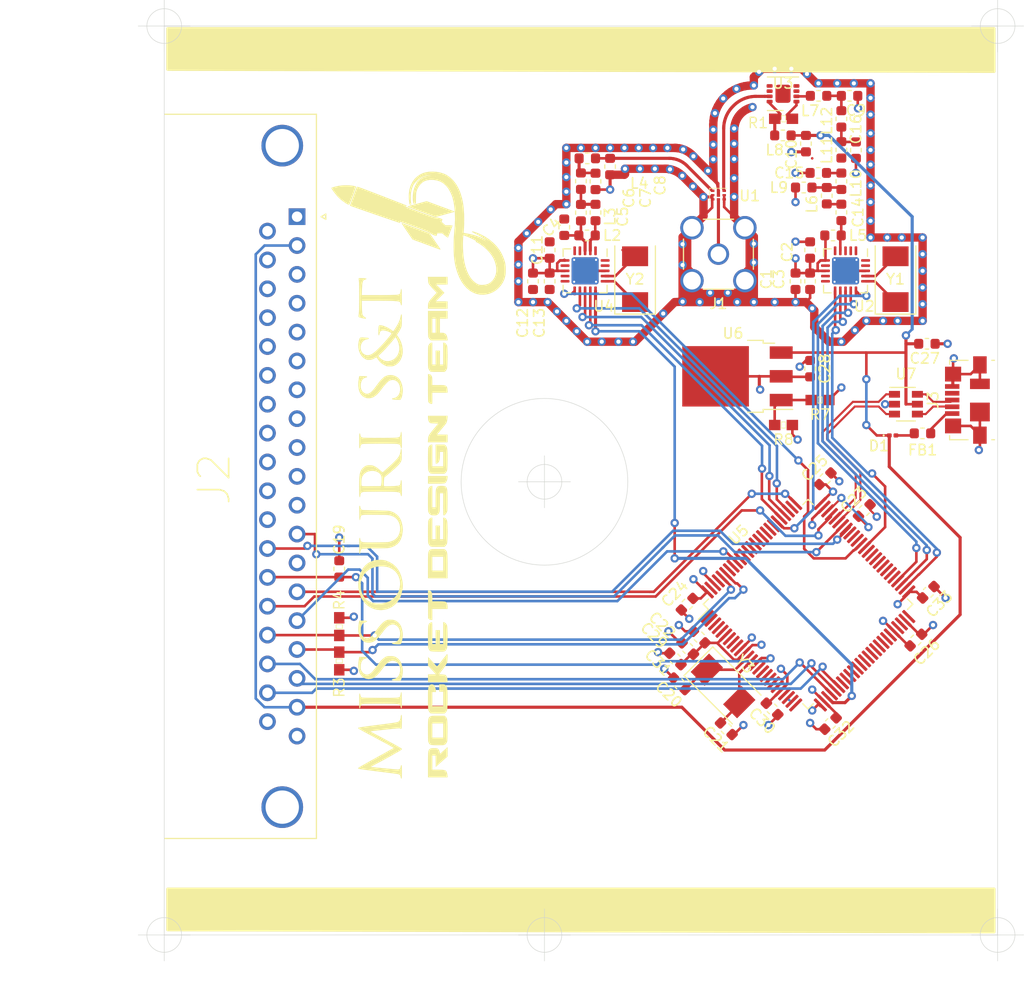
<source format=kicad_pcb>
(kicad_pcb (version 20171130) (host pcbnew "(5.1.10)-1")
  (layers (0 F.Cu signal) (1 Gnd.Cu power) (2 Pwr.Cu power) (31 B.Cu signal) (35 F.Paste user) (37 F.SilkS user) (39 F.Mask user) (44 Edge.Cuts user))
  (net 0 "")
  (net 1 +3V3)
  (net 2 GND)
  (net 3 "Net-(C4-Pad2)")
  (net 4 "Net-(C5-Pad2)")
  (net 5 "Net-(C5-Pad1)")
  (net 6 /ADL_Amplifier/RF_In)
  (net 7 "Net-(C14-Pad1)")
  (net 8 "Net-(C14-Pad2)")
  (net 9 "Net-(C15-Pad1)")
  (net 10 /RX_Si4463/RF_Out)
  (net 11 /37_Pin_DSUB_Bus/NRST)
  (net 12 +5V)
  (net 13 "Net-(D1-Pad2)")
  (net 14 "Net-(FB1-Pad2)")
  (net 15 /RSD_Duplexer/Antenna)
  (net 16 "Net-(J2-Pad3)")
  (net 17 "Net-(J2-Pad4)")
  (net 18 "Net-(J2-Pad5)")
  (net 19 "Net-(J2-Pad6)")
  (net 20 "Net-(J2-Pad7)")
  (net 21 "Net-(J2-Pad8)")
  (net 22 "Net-(J2-Pad9)")
  (net 23 "Net-(J2-Pad10)")
  (net 24 "Net-(J2-Pad11)")
  (net 25 "Net-(J2-Pad13)")
  (net 26 /37_Pin_DSUB_Bus/Alert_Active)
  (net 27 /37_Pin_DSUB_Bus/Alert_scl)
  (net 28 "Net-(J2-Pad21)")
  (net 29 "Net-(J2-Pad22)")
  (net 30 "Net-(J2-Pad23)")
  (net 31 "Net-(J2-Pad24)")
  (net 32 "Net-(J2-Pad25)")
  (net 33 "Net-(J2-Pad26)")
  (net 34 "Net-(J2-Pad27)")
  (net 35 "Net-(J2-Pad28)")
  (net 36 "Net-(J2-Pad29)")
  (net 37 "Net-(J2-Pad30)")
  (net 38 /37_Pin_DSUB_Bus/Alert_sda)
  (net 39 "/USB Connector and ESD/USB_CONN_D+")
  (net 40 "/USB Connector and ESD/USB_CONN_D-")
  (net 41 "Net-(J3-Pad4)")
  (net 42 "Net-(L7-Pad2)")
  (net 43 "Net-(L8-Pad1)")
  (net 44 "Net-(L10-Pad1)")
  (net 45 "Net-(R1-Pad2)")
  (net 46 "Net-(R7-Pad1)")
  (net 47 "Net-(U2-Pad1)")
  (net 48 "Net-(U2-Pad5)")
  (net 49 "Net-(U2-Pad7)")
  (net 50 "Net-(U2-Pad9)")
  (net 51 "Net-(U2-Pad10)")
  (net 52 /~TX_IRQ)
  (net 53 /TX_SCL)
  (net 54 /TX_SDO)
  (net 55 /TX_SDI)
  (net 56 /~TX_SEL)
  (net 57 "Net-(U2-Pad16)")
  (net 58 "Net-(U2-Pad17)")
  (net 59 "Net-(U2-Pad19)")
  (net 60 "Net-(U2-Pad20)")
  (net 61 "Net-(U4-Pad20)")
  (net 62 "Net-(U4-Pad19)")
  (net 63 "Net-(U4-Pad17)")
  (net 64 "Net-(U4-Pad16)")
  (net 65 /~RX_SEL)
  (net 66 /RX_SDI)
  (net 67 /RX_SDO)
  (net 68 /RX_SCL)
  (net 69 /~RX_IRQ)
  (net 70 "Net-(U4-Pad10)")
  (net 71 "Net-(U4-Pad9)")
  (net 72 "Net-(U4-Pad7)")
  (net 73 "Net-(U4-Pad5)")
  (net 74 "Net-(U4-Pad1)")
  (net 75 "Net-(U5-Pad1)")
  (net 76 "Net-(U5-Pad2)")
  (net 77 "Net-(U5-Pad3)")
  (net 78 "Net-(U5-Pad4)")
  (net 79 "Net-(U5-Pad19)")
  (net 80 "Net-(U5-Pad20)")
  (net 81 "Net-(U5-Pad22)")
  (net 82 "/USB Connector and ESD/D-")
  (net 83 "/USB Connector and ESD/D+")
  (net 84 "Net-(U5-Pad38)")
  (net 85 "Net-(U5-Pad45)")
  (net 86 "Net-(C20-Pad1)")
  (net 87 "Net-(C21-Pad1)")
  (net 88 /MCU_L562VE/ABORT_2)
  (net 89 /MCU_L562VE/DEBUG_SWCLK)
  (net 90 /MCU_L562VE/SPI1_MISO)
  (net 91 /MCU_L562VE/ABORT_1)
  (net 92 /MCU_L562VE/DEBUG_SWDIO)
  (net 93 /MCU_L562VE/SPI1_SCK)
  (net 94 /MCU_L562VE/SPI1_MOSI)
  (net 95 "Net-(U5-Pad99)")
  (net 96 "Net-(U5-Pad97)")
  (net 97 "Net-(U5-Pad94)")
  (net 98 "Net-(U5-Pad93)")
  (net 99 "Net-(U5-Pad91)")
  (net 100 "Net-(U5-Pad90)")
  (net 101 "Net-(U5-Pad89)")
  (net 102 "Net-(U5-Pad88)")
  (net 103 "Net-(U5-Pad87)")
  (net 104 "Net-(U5-Pad86)")
  (net 105 "Net-(U5-Pad85)")
  (net 106 "Net-(U5-Pad84)")
  (net 107 "Net-(U5-Pad83)")
  (net 108 "Net-(U5-Pad82)")
  (net 109 "Net-(U5-Pad77)")
  (net 110 "Net-(U5-Pad67)")
  (net 111 "Net-(U5-Pad66)")
  (net 112 "Net-(U5-Pad65)")
  (net 113 "Net-(U5-Pad62)")
  (net 114 "Net-(U5-Pad61)")
  (net 115 "Net-(U5-Pad60)")
  (net 116 "Net-(U5-Pad59)")
  (net 117 "Net-(U5-Pad58)")
  (net 118 "Net-(U5-Pad57)")
  (net 119 "Net-(U5-Pad56)")
  (net 120 "Net-(U5-Pad55)")
  (net 121 "Net-(U5-Pad50)")
  (net 122 "Net-(U5-Pad48)")
  (net 123 "Net-(U5-Pad47)")
  (net 124 "Net-(U5-Pad44)")
  (net 125 "Net-(U5-Pad43)")
  (net 126 "Net-(U5-Pad42)")
  (net 127 "Net-(U5-Pad41)")
  (net 128 "Net-(U5-Pad40)")
  (net 129 "Net-(U5-Pad39)")
  (net 130 "Net-(U5-Pad37)")
  (net 131 "Net-(U5-Pad36)")
  (net 132 "Net-(U5-Pad35)")
  (net 133 "Net-(U5-Pad34)")
  (net 134 "Net-(U5-Pad33)")
  (net 135 /MCU_L562VE/~SPI1_NSS)
  (net 136 "Net-(U5-Pad25)")
  (net 137 "Net-(U5-Pad24)")
  (net 138 "Net-(U5-Pad23)")
  (net 139 "Net-(U5-Pad18)")
  (net 140 "Net-(U5-Pad17)")
  (net 141 "Net-(U5-Pad16)")
  (net 142 "Net-(U5-Pad15)")
  (net 143 "Net-(U5-Pad9)")
  (net 144 "Net-(U5-Pad8)")
  (net 145 "Net-(U5-Pad7)")
  (net 146 "Net-(U5-Pad5)")
  (net 147 /ADL_Amplifier/RF_Out)
  (net 148 "Net-(C6-Pad2)")
  (net 149 "Net-(C16-Pad1)")
  (net 150 "Net-(U2-Pad2)")
  (net 151 "Net-(U2-Pad3)")
  (net 152 "Net-(U4-Pad4)")
  (module Connector_Coaxial:SMA_Amphenol_132134-11_Vertical (layer F.Cu) (at 159.999999 77.2 180)
    (fp_text reference J1 (at 0 -4.75) (layer F.SilkS))
    (fp_text value "50Ω SMA Connector")
    (pad 2 thru_hole circle (at -2.54 2.54 180) (size 2.25 2.25) (drill 1.7) (layers *.Cu *.Mask) (net 2 GND))
    (pad 2 thru_hole circle (at -2.54 -2.54 180) (size 2.25 2.25) (drill 1.7) (layers *.Cu *.Mask) (net 2 GND))
    (pad 2 thru_hole circle (at 2.54 -2.54 180) (size 2.25 2.25) (drill 1.7) (layers *.Cu *.Mask) (net 2 GND))
    (pad 2 thru_hole circle (at 2.54 2.54 180) (size 2.25 2.25) (drill 1.7) (layers *.Cu *.Mask) (net 2 GND))
    (pad 1 thru_hole circle (at 0 0 180) (size 2.05 2.05) (drill 1.5) (layers *.Cu *.Mask) (net 15 /RSD_Duplexer/Antenna))
  )
  (module Connector_USB:USB_Micro-B_Molex_47346-0001 (layer F.Cu) (at 183.9 91.2 90)
    (fp_text reference J3 (at 0 -3.3 270) (layer F.SilkS))
    (fp_text value 10118192-0001LF)
    (pad 6 smd rect (at 1.55 1.2 90) (size 1 1.9) (layers F.Cu F.Paste F.Mask))
    (pad 6 smd rect (at -1.15 1.2 90) (size 1.8 1.9) (layers F.Cu F.Paste F.Mask))
    (pad 6 smd rect (at 3.375 1.2 90) (size 1.65 1.3) (layers F.Cu F.Paste F.Mask))
    (pad 6 smd rect (at -3.375 1.2 90) (size 1.65 1.3) (layers F.Cu F.Paste F.Mask))
    (pad 6 smd rect (at 2.4875 -1.375 90) (size 1.425 1.55) (layers F.Cu F.Paste F.Mask))
    (pad 6 smd rect (at -2.4875 -1.375 90) (size 1.425 1.55) (layers F.Cu F.Paste F.Mask))
    (pad 5 smd rect (at 1.3 -1.46 90) (size 0.45 1.38) (layers F.Cu F.Paste F.Mask) (net 2 GND))
    (pad 4 smd rect (at 0.65 -1.46 90) (size 0.45 1.38) (layers F.Cu F.Paste F.Mask) (net 41 "Net-(J3-Pad4)"))
    (pad 3 smd rect (at 0 -1.46 90) (size 0.45 1.38) (layers F.Cu F.Paste F.Mask) (net 39 "/USB Connector and ESD/USB_CONN_D+"))
    (pad 2 smd rect (at -0.65 -1.46 90) (size 0.45 1.38) (layers F.Cu F.Paste F.Mask) (net 40 "/USB Connector and ESD/USB_CONN_D-"))
    (pad 1 smd rect (at -1.3 -1.46 90) (size 0.45 1.38) (layers F.Cu F.Paste F.Mask) (net 14 "Net-(FB1-Pad2)"))
  )
  (module Custom_Graphics:RDT_Logo (layer F.Cu) (at 131.2 98.4 90)
    (fp_text reference G*** hide)
    (fp_text value LOGO hide)
  )
  (module Package_QFP:LQFP-100_14x14mm_P0.5mm (layer F.Cu) (at 168.6 110.8 45)
    (fp_text reference U5 (at 0 -9.42 45) (layer F.SilkS))
    (fp_text value STM32L562VET)
    (pad 100 smd roundrect (at -6 -7.675 45) (size 0.3 1.6) (layers F.Cu F.Paste F.Mask) (net 1 +3V3))
    (pad 99 smd roundrect (at -5.5 -7.675 45) (size 0.3 1.6) (layers F.Cu F.Paste F.Mask) (net 95 "Net-(U5-Pad99)"))
    (pad 98 smd roundrect (at -5 -7.675 45) (size 0.3 1.6) (layers F.Cu F.Paste F.Mask) (net 2 GND))
    (pad 97 smd roundrect (at -4.5 -7.675 45) (size 0.3 1.6) (layers F.Cu F.Paste F.Mask) (net 96 "Net-(U5-Pad97)"))
    (pad 96 smd roundrect (at -4 -7.675 45) (size 0.3 1.6) (layers F.Cu F.Paste F.Mask) (net 38 /37_Pin_DSUB_Bus/Alert_sda))
    (pad 95 smd roundrect (at -3.5 -7.675 45) (size 0.3 1.6) (layers F.Cu F.Paste F.Mask) (net 27 /37_Pin_DSUB_Bus/Alert_scl))
    (pad 94 smd roundrect (at -3 -7.675 45) (size 0.3 1.6) (layers F.Cu F.Paste F.Mask) (net 97 "Net-(U5-Pad94)"))
    (pad 93 smd roundrect (at -2.5 -7.675 45) (size 0.3 1.6) (layers F.Cu F.Paste F.Mask) (net 98 "Net-(U5-Pad93)"))
    (pad 92 smd roundrect (at -2 -7.675 45) (size 0.3 1.6) (layers F.Cu F.Paste F.Mask) (net 26 /37_Pin_DSUB_Bus/Alert_Active))
    (pad 91 smd roundrect (at -1.5 -7.675 45) (size 0.3 1.6) (layers F.Cu F.Paste F.Mask) (net 99 "Net-(U5-Pad91)"))
    (pad 90 smd roundrect (at -1 -7.675 45) (size 0.3 1.6) (layers F.Cu F.Paste F.Mask) (net 100 "Net-(U5-Pad90)"))
    (pad 89 smd roundrect (at -0.5 -7.675 45) (size 0.3 1.6) (layers F.Cu F.Paste F.Mask) (net 101 "Net-(U5-Pad89)"))
    (pad 88 smd roundrect (at 0 -7.675 45) (size 0.3 1.6) (layers F.Cu F.Paste F.Mask) (net 102 "Net-(U5-Pad88)"))
    (pad 87 smd roundrect (at 0.5 -7.675 45) (size 0.3 1.6) (layers F.Cu F.Paste F.Mask) (net 103 "Net-(U5-Pad87)"))
    (pad 86 smd roundrect (at 1 -7.675 45) (size 0.3 1.6) (layers F.Cu F.Paste F.Mask) (net 104 "Net-(U5-Pad86)"))
    (pad 85 smd roundrect (at 1.5 -7.675 45) (size 0.3 1.6) (layers F.Cu F.Paste F.Mask) (net 105 "Net-(U5-Pad85)"))
    (pad 84 smd roundrect (at 2 -7.675 45) (size 0.3 1.6) (layers F.Cu F.Paste F.Mask) (net 106 "Net-(U5-Pad84)"))
    (pad 83 smd roundrect (at 2.5 -7.675 45) (size 0.3 1.6) (layers F.Cu F.Paste F.Mask) (net 107 "Net-(U5-Pad83)"))
    (pad 82 smd roundrect (at 3 -7.675 45) (size 0.3 1.6) (layers F.Cu F.Paste F.Mask) (net 108 "Net-(U5-Pad82)"))
    (pad 81 smd roundrect (at 3.5 -7.675 45) (size 0.3 1.6) (layers F.Cu F.Paste F.Mask) (net 56 /~TX_SEL))
    (pad 80 smd roundrect (at 4 -7.675 45) (size 0.3 1.6) (layers F.Cu F.Paste F.Mask) (net 66 /RX_SDI))
    (pad 79 smd roundrect (at 4.5 -7.675 45) (size 0.3 1.6) (layers F.Cu F.Paste F.Mask) (net 67 /RX_SDO))
    (pad 78 smd roundrect (at 5 -7.675 45) (size 0.3 1.6) (layers F.Cu F.Paste F.Mask) (net 68 /RX_SCL))
    (pad 77 smd roundrect (at 5.5 -7.675 45) (size 0.3 1.6) (layers F.Cu F.Paste F.Mask) (net 109 "Net-(U5-Pad77)"))
    (pad 76 smd roundrect (at 6 -7.675 45) (size 0.3 1.6) (layers F.Cu F.Paste F.Mask) (net 89 /MCU_L562VE/DEBUG_SWCLK))
    (pad 75 smd roundrect (at 7.675 -6 45) (size 1.6 0.3) (layers F.Cu F.Paste F.Mask) (net 1 +3V3))
    (pad 74 smd roundrect (at 7.675 -5.5 45) (size 1.6 0.3) (layers F.Cu F.Paste F.Mask) (net 2 GND))
    (pad 73 smd roundrect (at 7.675 -5 45) (size 1.6 0.3) (layers F.Cu F.Paste F.Mask) (net 1 +3V3))
    (pad 72 smd roundrect (at 7.675 -4.5 45) (size 1.6 0.3) (layers F.Cu F.Paste F.Mask) (net 92 /MCU_L562VE/DEBUG_SWDIO))
    (pad 71 smd roundrect (at 7.675 -4 45) (size 1.6 0.3) (layers F.Cu F.Paste F.Mask) (net 83 "/USB Connector and ESD/D+"))
    (pad 70 smd roundrect (at 7.675 -3.5 45) (size 1.6 0.3) (layers F.Cu F.Paste F.Mask) (net 82 "/USB Connector and ESD/D-"))
    (pad 69 smd roundrect (at 7.675 -3 45) (size 1.6 0.3) (layers F.Cu F.Paste F.Mask) (net 88 /MCU_L562VE/ABORT_2))
    (pad 68 smd roundrect (at 7.675 -2.5 45) (size 1.6 0.3) (layers F.Cu F.Paste F.Mask) (net 91 /MCU_L562VE/ABORT_1))
    (pad 67 smd roundrect (at 7.675 -2 45) (size 1.6 0.3) (layers F.Cu F.Paste F.Mask) (net 110 "Net-(U5-Pad67)"))
    (pad 66 smd roundrect (at 7.675 -1.5 45) (size 1.6 0.3) (layers F.Cu F.Paste F.Mask) (net 111 "Net-(U5-Pad66)"))
    (pad 65 smd roundrect (at 7.675 -1 45) (size 1.6 0.3) (layers F.Cu F.Paste F.Mask) (net 112 "Net-(U5-Pad65)"))
    (pad 64 smd roundrect (at 7.675 -0.5 45) (size 1.6 0.3) (layers F.Cu F.Paste F.Mask) (net 69 /~RX_IRQ))
    (pad 63 smd roundrect (at 7.675 0 45) (size 1.6 0.3) (layers F.Cu F.Paste F.Mask) (net 52 /~TX_IRQ))
    (pad 62 smd roundrect (at 7.675 0.5 45) (size 1.6 0.3) (layers F.Cu F.Paste F.Mask) (net 113 "Net-(U5-Pad62)"))
    (pad 61 smd roundrect (at 7.675 1 45) (size 1.6 0.3) (layers F.Cu F.Paste F.Mask) (net 114 "Net-(U5-Pad61)"))
    (pad 60 smd roundrect (at 7.675 1.5 45) (size 1.6 0.3) (layers F.Cu F.Paste F.Mask) (net 115 "Net-(U5-Pad60)"))
    (pad 59 smd roundrect (at 7.675 2 45) (size 1.6 0.3) (layers F.Cu F.Paste F.Mask) (net 116 "Net-(U5-Pad59)"))
    (pad 58 smd roundrect (at 7.675 2.5 45) (size 1.6 0.3) (layers F.Cu F.Paste F.Mask) (net 117 "Net-(U5-Pad58)"))
    (pad 57 smd roundrect (at 7.675 3 45) (size 1.6 0.3) (layers F.Cu F.Paste F.Mask) (net 118 "Net-(U5-Pad57)"))
    (pad 56 smd roundrect (at 7.675 3.5 45) (size 1.6 0.3) (layers F.Cu F.Paste F.Mask) (net 119 "Net-(U5-Pad56)"))
    (pad 55 smd roundrect (at 7.675 4 45) (size 1.6 0.3) (layers F.Cu F.Paste F.Mask) (net 120 "Net-(U5-Pad55)"))
    (pad 54 smd roundrect (at 7.675 4.5 45) (size 1.6 0.3) (layers F.Cu F.Paste F.Mask) (net 55 /TX_SDI))
    (pad 53 smd roundrect (at 7.675 5 45) (size 1.6 0.3) (layers F.Cu F.Paste F.Mask) (net 54 /TX_SDO))
    (pad 52 smd roundrect (at 7.675 5.5 45) (size 1.6 0.3) (layers F.Cu F.Paste F.Mask) (net 53 /TX_SCL))
    (pad 51 smd roundrect (at 7.675 6 45) (size 1.6 0.3) (layers F.Cu F.Paste F.Mask) (net 1 +3V3))
    (pad 50 smd roundrect (at 6 7.675 45) (size 0.3 1.6) (layers F.Cu F.Paste F.Mask) (net 121 "Net-(U5-Pad50)"))
    (pad 49 smd roundrect (at 5.5 7.675 45) (size 0.3 1.6) (layers F.Cu F.Paste F.Mask) (net 2 GND))
    (pad 48 smd roundrect (at 5 7.675 45) (size 0.3 1.6) (layers F.Cu F.Paste F.Mask) (net 122 "Net-(U5-Pad48)"))
    (pad 47 smd roundrect (at 4.5 7.675 45) (size 0.3 1.6) (layers F.Cu F.Paste F.Mask) (net 123 "Net-(U5-Pad47)"))
    (pad 46 smd roundrect (at 4 7.675 45) (size 0.3 1.6) (layers F.Cu F.Paste F.Mask) (net 1 +3V3))
    (pad 45 smd roundrect (at 3.5 7.675 45) (size 0.3 1.6) (layers F.Cu F.Paste F.Mask) (net 85 "Net-(U5-Pad45)"))
    (pad 44 smd roundrect (at 3 7.675 45) (size 0.3 1.6) (layers F.Cu F.Paste F.Mask) (net 124 "Net-(U5-Pad44)"))
    (pad 43 smd roundrect (at 2.5 7.675 45) (size 0.3 1.6) (layers F.Cu F.Paste F.Mask) (net 125 "Net-(U5-Pad43)"))
    (pad 42 smd roundrect (at 2 7.675 45) (size 0.3 1.6) (layers F.Cu F.Paste F.Mask) (net 126 "Net-(U5-Pad42)"))
    (pad 41 smd roundrect (at 1.5 7.675 45) (size 0.3 1.6) (layers F.Cu F.Paste F.Mask) (net 127 "Net-(U5-Pad41)"))
    (pad 40 smd roundrect (at 1 7.675 45) (size 0.3 1.6) (layers F.Cu F.Paste F.Mask) (net 128 "Net-(U5-Pad40)"))
    (pad 39 smd roundrect (at 0.5 7.675 45) (size 0.3 1.6) (layers F.Cu F.Paste F.Mask) (net 129 "Net-(U5-Pad39)"))
    (pad 38 smd roundrect (at 0 7.675 45) (size 0.3 1.6) (layers F.Cu F.Paste F.Mask) (net 84 "Net-(U5-Pad38)"))
    (pad 37 smd roundrect (at -0.5 7.675 45) (size 0.3 1.6) (layers F.Cu F.Paste F.Mask) (net 130 "Net-(U5-Pad37)"))
    (pad 36 smd roundrect (at -1 7.675 45) (size 0.3 1.6) (layers F.Cu F.Paste F.Mask) (net 131 "Net-(U5-Pad36)"))
    (pad 35 smd roundrect (at -1.5 7.675 45) (size 0.3 1.6) (layers F.Cu F.Paste F.Mask) (net 132 "Net-(U5-Pad35)"))
    (pad 34 smd roundrect (at -2 7.675 45) (size 0.3 1.6) (layers F.Cu F.Paste F.Mask) (net 133 "Net-(U5-Pad34)"))
    (pad 33 smd roundrect (at -2.5 7.675 45) (size 0.3 1.6) (layers F.Cu F.Paste F.Mask) (net 134 "Net-(U5-Pad33)"))
    (pad 32 smd roundrect (at -3 7.675 45) (size 0.3 1.6) (layers F.Cu F.Paste F.Mask) (net 135 /MCU_L562VE/~SPI1_NSS))
    (pad 31 smd roundrect (at -3.5 7.675 45) (size 0.3 1.6) (layers F.Cu F.Paste F.Mask) (net 94 /MCU_L562VE/SPI1_MOSI))
    (pad 30 smd roundrect (at -4 7.675 45) (size 0.3 1.6) (layers F.Cu F.Paste F.Mask) (net 90 /MCU_L562VE/SPI1_MISO))
    (pad 29 smd roundrect (at -4.5 7.675 45) (size 0.3 1.6) (layers F.Cu F.Paste F.Mask) (net 93 /MCU_L562VE/SPI1_SCK))
    (pad 28 smd roundrect (at -5 7.675 45) (size 0.3 1.6) (layers F.Cu F.Paste F.Mask) (net 65 /~RX_SEL))
    (pad 27 smd roundrect (at -5.5 7.675 45) (size 0.3 1.6) (layers F.Cu F.Paste F.Mask) (net 1 +3V3))
    (pad 26 smd roundrect (at -6 7.675 45) (size 0.3 1.6) (layers F.Cu F.Paste F.Mask) (net 2 GND))
    (pad 25 smd roundrect (at -7.675 6 45) (size 1.6 0.3) (layers F.Cu F.Paste F.Mask) (net 136 "Net-(U5-Pad25)"))
    (pad 24 smd roundrect (at -7.675 5.5 45) (size 1.6 0.3) (layers F.Cu F.Paste F.Mask) (net 137 "Net-(U5-Pad24)"))
    (pad 23 smd roundrect (at -7.675 5 45) (size 1.6 0.3) (layers F.Cu F.Paste F.Mask) (net 138 "Net-(U5-Pad23)"))
    (pad 22 smd roundrect (at -7.675 4.5 45) (size 1.6 0.3) (layers F.Cu F.Paste F.Mask) (net 81 "Net-(U5-Pad22)"))
    (pad 21 smd roundrect (at -7.675 4 45) (size 1.6 0.3) (layers F.Cu F.Paste F.Mask) (net 1 +3V3))
    (pad 20 smd roundrect (at -7.675 3.5 45) (size 1.6 0.3) (layers F.Cu F.Paste F.Mask) (net 80 "Net-(U5-Pad20)"))
    (pad 19 smd roundrect (at -7.675 3 45) (size 1.6 0.3) (layers F.Cu F.Paste F.Mask) (net 79 "Net-(U5-Pad19)"))
    (pad 18 smd roundrect (at -7.675 2.5 45) (size 1.6 0.3) (layers F.Cu F.Paste F.Mask) (net 139 "Net-(U5-Pad18)"))
    (pad 17 smd roundrect (at -7.675 2 45) (size 1.6 0.3) (layers F.Cu F.Paste F.Mask) (net 140 "Net-(U5-Pad17)"))
    (pad 16 smd roundrect (at -7.675 1.5 45) (size 1.6 0.3) (layers F.Cu F.Paste F.Mask) (net 141 "Net-(U5-Pad16)"))
    (pad 15 smd roundrect (at -7.675 1 45) (size 1.6 0.3) (layers F.Cu F.Paste F.Mask) (net 142 "Net-(U5-Pad15)"))
    (pad 14 smd roundrect (at -7.675 0.5 45) (size 1.6 0.3) (layers F.Cu F.Paste F.Mask) (net 11 /37_Pin_DSUB_Bus/NRST))
    (pad 13 smd roundrect (at -7.675 0 45) (size 1.6 0.3) (layers F.Cu F.Paste F.Mask) (net 87 "Net-(C21-Pad1)"))
    (pad 12 smd roundrect (at -7.675 -0.5 45) (size 1.6 0.3) (layers F.Cu F.Paste F.Mask) (net 86 "Net-(C20-Pad1)"))
    (pad 11 smd roundrect (at -7.675 -1 45) (size 1.6 0.3) (layers F.Cu F.Paste F.Mask) (net 1 +3V3))
    (pad 10 smd roundrect (at -7.675 -1.5 45) (size 1.6 0.3) (layers F.Cu F.Paste F.Mask) (net 2 GND))
    (pad 9 smd roundrect (at -7.675 -2 45) (size 1.6 0.3) (layers F.Cu F.Paste F.Mask) (net 143 "Net-(U5-Pad9)"))
    (pad 8 smd roundrect (at -7.675 -2.5 45) (size 1.6 0.3) (layers F.Cu F.Paste F.Mask) (net 144 "Net-(U5-Pad8)"))
    (pad 7 smd roundrect (at -7.675 -3 45) (size 1.6 0.3) (layers F.Cu F.Paste F.Mask) (net 145 "Net-(U5-Pad7)"))
    (pad 6 smd roundrect (at -7.675 -3.5 45) (size 1.6 0.3) (layers F.Cu F.Paste F.Mask) (net 1 +3V3))
    (pad 5 smd roundrect (at -7.675 -4 45) (size 1.6 0.3) (layers F.Cu F.Paste F.Mask) (net 146 "Net-(U5-Pad5)"))
    (pad 4 smd roundrect (at -7.675 -4.5 45) (size 1.6 0.3) (layers F.Cu F.Paste F.Mask) (net 78 "Net-(U5-Pad4)"))
    (pad 3 smd roundrect (at -7.675 -5 45) (size 1.6 0.3) (layers F.Cu F.Paste F.Mask) (net 77 "Net-(U5-Pad3)"))
    (pad 2 smd roundrect (at -7.675 -5.5 45) (size 1.6 0.3) (layers F.Cu F.Paste F.Mask) (net 76 "Net-(U5-Pad2)"))
    (pad 1 smd roundrect (at -7.675 -6 45) (size 1.6 0.3) (layers F.Cu F.Paste F.Mask) (net 75 "Net-(U5-Pad1)"))
  )
  (module RDT_Custom_Footprints:RSD-897.500-942.500-1612-TR (layer F.Cu) (at 159.2 70.925)
    (fp_text reference U1 (at 3.8 0.675) (layer F.SilkS))
    (fp_text value RSD-897.500-942.500-1612-TR)
    (pad 1 smd rect (at 0.075 0.075 90) (size 0.23 0.34) (drill (offset -0.115 0.17)) (layers F.Cu F.Paste F.Mask) (net 10 /RX_Si4463/RF_Out))
    (pad 8 smd rect (at 0.075 0.505 90) (size 0.19 0.34) (drill (offset -0.095 0.17)) (layers F.Cu F.Paste F.Mask) (net 2 GND))
    (pad 7 smd rect (at 0.075 0.895 90) (size 0.23 0.34) (drill (offset -0.115 0.17)) (layers F.Cu F.Paste F.Mask) (net 2 GND))
    (pad 3 smd rect (at 1.185 0.075 90) (size 0.23 0.34) (drill (offset -0.115 0.17)) (layers F.Cu F.Paste F.Mask) (net 147 /ADL_Amplifier/RF_Out))
    (pad 5 smd rect (at 1.185 0.895 90) (size 0.23 0.34) (drill (offset -0.115 0.17)) (layers F.Cu F.Paste F.Mask) (net 2 GND))
    (pad 4 smd rect (at 1.185 0.505 90) (size 0.19 0.34) (drill (offset -0.095 0.17)) (layers F.Cu F.Paste F.Mask) (net 2 GND))
    (pad 6 smd rect (at 0.645 0.895 90) (size 0.23 0.31) (drill (offset -0.115 0.155)) (layers F.Cu F.Paste F.Mask) (net 15 /RSD_Duplexer/Antenna))
    (pad 2 smd rect (at 0.645 0.075 90) (size 0.695 0.31) (drill (offset -0.3475 0.155)) (layers F.Cu F.Paste F.Mask) (net 2 GND))
  )
  (module Resistors:0603 (layer F.Cu) (at 166.24836 93.6 180)
    (fp_text reference R8 (at 0 -1.4) (layer F.SilkS) (effects (font (thickness 0.127))))
    (fp_text value 240Ω hide)
    (pad 1 smd rect (at -0.84836 0 180) (size 1.09982 0.99822) (layers F.Cu F.Paste F.Mask) (net 1 +3V3))
    (pad 2 smd rect (at 0.84836 0 180) (size 1.09982 0.99822) (layers F.Cu F.Paste F.Mask) (net 46 "Net-(R7-Pad1)"))
  )
  (module Resistors:0603 (layer F.Cu) (at 169.75164 91.2)
    (fp_text reference R7 (at 0 1.4) (layer F.SilkS) (effects (font (thickness 0.127))))
    (fp_text value 390Ω hide)
    (pad 2 smd rect (at 0.84836 0) (size 1.09982 0.99822) (layers F.Cu F.Paste F.Mask) (net 2 GND))
    (pad 1 smd rect (at -0.84836 0) (size 1.09982 0.99822) (layers F.Cu F.Paste F.Mask) (net 46 "Net-(R7-Pad1)"))
  )
  (module Resistors:0603 (layer F.Cu) (at 123.6 112.95164 90)
    (fp_text reference R4 (at 2.55164 0 90) (layer F.SilkS) (effects (font (thickness 0.127))))
    (fp_text value 4.7k hide)
    (pad 1 smd rect (at -0.84836 0 90) (size 1.09982 0.99822) (layers F.Cu F.Paste F.Mask) (net 38 /37_Pin_DSUB_Bus/Alert_sda))
    (pad 2 smd rect (at 0.84836 0 90) (size 1.09982 0.99822) (layers F.Cu F.Paste F.Mask) (net 1 +3V3))
  )
  (module Resistors:0603 (layer F.Cu) (at 123.6 116.24836 270)
    (fp_text reference R3 (at 2.55164 0 90) (layer F.SilkS) (effects (font (thickness 0.127))))
    (fp_text value 4.7k hide)
    (pad 1 smd rect (at -0.84836 0 270) (size 1.09982 0.99822) (layers F.Cu F.Paste F.Mask) (net 27 /37_Pin_DSUB_Bus/Alert_scl))
    (pad 2 smd rect (at 0.84836 0 270) (size 1.09982 0.99822) (layers F.Cu F.Paste F.Mask) (net 1 +3V3))
  )
  (module Resistors:0603 (layer F.Cu) (at 166.254999 64.2)
    (fp_text reference R1 (at -2.454999 0.4) (layer F.SilkS) (effects (font (thickness 0.127))))
    (fp_text value 1.3k hide)
    (pad 1 smd rect (at -0.84836 0) (size 1.09982 0.99822) (layers F.Cu F.Paste F.Mask) (net 43 "Net-(L8-Pad1)"))
    (pad 2 smd rect (at 0.84836 0) (size 1.09982 0.99822) (layers F.Cu F.Paste F.Mask) (net 45 "Net-(R1-Pad2)"))
  )
  (module Inductor_SMD:L_0603_1608Metric (layer F.Cu) (at 169.6125 62 180)
    (fp_text reference L7 (at 0.8125 -1.43) (layer F.SilkS))
    (fp_text value 8.2nH)
    (pad 1 smd roundrect (at -0.7875 0 180) (size 0.875 0.95) (layers F.Cu F.Paste F.Mask) (net 6 /ADL_Amplifier/RF_In))
    (pad 2 smd roundrect (at 0.7875 0 180) (size 0.875 0.95) (layers F.Cu F.Paste F.Mask) (net 42 "Net-(L7-Pad2)"))
  )
  (module Capacitor_SMD:C_0603_1608Metric (layer F.Cu) (at 173.2 67.212499 270)
    (fp_text reference C16 (at -2.012499 0 90) (layer F.SilkS))
    (fp_text value 3.3pF)
    (pad 2 smd roundrect (at 0.7875 0 270) (size 0.875 0.95) (layers F.Cu F.Paste F.Mask) (net 2 GND))
    (pad 1 smd roundrect (at -0.7875 0 270) (size 0.875 0.95) (layers F.Cu F.Paste F.Mask) (net 149 "Net-(C16-Pad1)"))
  )
  (module Package_CSP:LFCSP-8-1EP_3x3mm_P0.5mm_EP1.45x1.74mm (layer F.Cu) (at 166.2 61.8 180)
    (fp_text reference U3 (at 0 1) (layer F.SilkS))
    (fp_text value ADL5521)
    (pad 9 smd roundrect (at 0 0 180) (size 1.45 1.74) (layers F.Cu F.Mask) (roundrect_rratio 0.172414) (net 2 GND))
    (pad 1 smd roundrect (at -1.2875 -0.75 180) (size 0.575 0.35) (layers F.Cu F.Paste F.Mask) (net 45 "Net-(R1-Pad2)"))
    (pad 2 smd roundrect (at -1.2875 -0.25 180) (size 0.575 0.35) (layers F.Cu F.Paste F.Mask) (net 42 "Net-(L7-Pad2)"))
    (pad 3 smd roundrect (at -1.2875 0.25 180) (size 0.575 0.35) (layers F.Cu F.Paste F.Mask))
    (pad 4 smd roundrect (at -1.2875 0.75 180) (size 0.575 0.35) (layers F.Cu F.Paste F.Mask))
    (pad 5 smd roundrect (at 1.2875 0.75 180) (size 0.575 0.35) (layers F.Cu F.Paste F.Mask))
    (pad 6 smd roundrect (at 1.2875 0.25 180) (size 0.575 0.35) (layers F.Cu F.Paste F.Mask))
    (pad 7 smd roundrect (at 1.2875 -0.25 180) (size 0.575 0.35) (layers F.Cu F.Paste F.Mask) (net 147 /ADL_Amplifier/RF_Out))
    (pad 8 smd roundrect (at 1.2875 -0.75 180) (size 0.575 0.35) (layers F.Cu F.Paste F.Mask) (net 43 "Net-(L8-Pad1)"))
  )
  (module Package_TO_SOT_SMD:TO-252-3_TabPin2 (layer F.Cu) (at 161.825 88.925 180)
    (fp_text reference U6 (at 0.425 4.125) (layer F.SilkS))
    (fp_text value LM317T)
    (pad 1 smd rect (at -4.2 -2.28 180) (size 2.2 1.2) (layers F.Cu F.Paste F.Mask) (net 46 "Net-(R7-Pad1)"))
    (pad 2 smd rect (at -4.2 0 180) (size 2.2 1.2) (layers F.Cu F.Paste F.Mask) (net 1 +3V3))
    (pad 3 smd rect (at -4.2 2.28 180) (size 2.2 1.2) (layers F.Cu F.Paste F.Mask) (net 12 +5V))
    (pad 2 smd rect (at 2.1 0 180) (size 6.4 5.8) (layers F.Cu F.Mask) (net 1 +3V3))
  )
  (module Capacitor_SMD:C_0603_1608Metric (layer F.Cu) (at 180.148008 109.651992 45)
    (fp_text reference C33 (at -0.067894 1.555635 45) (layer F.SilkS))
    (fp_text value 100nF)
    (pad 1 smd roundrect (at -0.775 0 45) (size 0.9 0.95) (layers F.Cu F.Paste F.Mask) (net 1 +3V3))
    (pad 2 smd roundrect (at 0.775 0 45) (size 0.9 0.95) (layers F.Cu F.Paste F.Mask) (net 2 GND))
  )
  (module Capacitor_SMD:C_0603_1608Metric (layer F.Cu) (at 170.748008 122.251992 225)
    (fp_text reference C32 (at 0 -1.43 45) (layer F.SilkS))
    (fp_text value 100nF)
    (pad 1 smd roundrect (at -0.775 0 225) (size 0.9 0.95) (layers F.Cu F.Paste F.Mask) (net 1 +3V3))
    (pad 2 smd roundrect (at 0.775 0 225) (size 0.9 0.95) (layers F.Cu F.Paste F.Mask) (net 2 GND))
  )
  (module Capacitor_SMD:C_0603_1608Metric (layer F.Cu) (at 155.851992 116.051992 135)
    (fp_text reference C31 (at 0.922056 -1.414214 135) (layer F.SilkS))
    (fp_text value 100nF)
    (pad 1 smd roundrect (at -0.775 0 135) (size 0.9 0.95) (layers F.Cu F.Paste F.Mask) (net 1 +3V3))
    (pad 2 smd roundrect (at 0.775 0 135) (size 0.9 0.95) (layers F.Cu F.Paste F.Mask) (net 2 GND))
  )
  (module Capacitor_SMD:C_0603_1608Metric (layer F.Cu) (at 165.148008 120.851992 315)
    (fp_text reference C30 (at 0.141421 1.482107 135) (layer F.SilkS))
    (fp_text value 100nF)
    (pad 1 smd roundrect (at -0.775 0 315) (size 0.9 0.95) (layers F.Cu F.Paste F.Mask) (net 1 +3V3))
    (pad 2 smd roundrect (at 0.775 0 315) (size 0.9 0.95) (layers F.Cu F.Paste F.Mask) (net 2 GND))
  )
  (module Capacitor_SMD:C_0603_1608Metric (layer F.Cu) (at 157.051992 115.051992 135)
    (fp_text reference C29 (at 3.184798 -1.414214 135) (layer F.SilkS))
    (fp_text value 100nF)
    (pad 1 smd roundrect (at -0.775 0 135) (size 0.9 0.95) (layers F.Cu F.Paste F.Mask) (net 1 +3V3))
    (pad 2 smd roundrect (at 0.775 0 135) (size 0.9 0.95) (layers F.Cu F.Paste F.Mask) (net 2 GND))
  )
  (module Capacitor_SMD:C_0603_1608Metric (layer F.Cu) (at 167.4 79.8 90)
    (fp_text reference C1 (at 0.2 -2.8 90) (layer F.SilkS))
    (fp_text value 100pF)
    (pad 1 smd roundrect (at -0.7875 0 90) (size 0.875 0.95) (layers F.Cu F.Paste F.Mask) (net 2 GND))
    (pad 2 smd roundrect (at 0.7875 0 90) (size 0.875 0.95) (layers F.Cu F.Paste F.Mask) (net 1 +3V3))
  )
  (module Capacitor_SMD:C_0603_1608Metric (layer F.Cu) (at 168.8 76.8 270)
    (fp_text reference C2 (at 0.2 2.2 270) (layer F.SilkS))
    (fp_text value 100pF)
    (pad 2 smd roundrect (at 0.7875 0 270) (size 0.875 0.95) (layers F.Cu F.Paste F.Mask) (net 1 +3V3))
    (pad 1 smd roundrect (at -0.7875 0 270) (size 0.875 0.95) (layers F.Cu F.Paste F.Mask) (net 2 GND))
  )
  (module Capacitor_SMD:C_0603_1608Metric (layer F.Cu) (at 168.8 79.800001 90)
    (fp_text reference C3 (at 0.2 -3 90) (layer F.SilkS))
    (fp_text value 1uF)
    (pad 1 smd roundrect (at -0.7875 0 90) (size 0.875 0.95) (layers F.Cu F.Paste F.Mask) (net 2 GND))
    (pad 2 smd roundrect (at 0.7875 0 90) (size 0.875 0.95) (layers F.Cu F.Paste F.Mask) (net 1 +3V3))
  )
  (module Capacitor_SMD:C_0603_1608Metric (layer F.Cu) (at 145.199999 74.612499 270)
    (fp_text reference C4 (at -0.012499 1.199999 45) (layer F.SilkS))
    (fp_text value 3pF)
    (pad 1 smd roundrect (at -0.7875 0 270) (size 0.875 0.95) (layers F.Cu F.Paste F.Mask) (net 2 GND))
    (pad 2 smd roundrect (at 0.7875 0 270) (size 0.875 0.95) (layers F.Cu F.Paste F.Mask) (net 3 "Net-(C4-Pad2)"))
  )
  (module Capacitor_SMD:C_0603_1608Metric (layer F.Cu) (at 148.2 73.2 90)
    (fp_text reference C5 (at -0.4 2.6 90) (layer F.SilkS))
    (fp_text value 1pF)
    (pad 2 smd roundrect (at 0.7875 0 90) (size 0.875 0.95) (layers F.Cu F.Paste F.Mask) (net 4 "Net-(C5-Pad2)"))
    (pad 1 smd roundrect (at -0.7875 0 90) (size 0.875 0.95) (layers F.Cu F.Paste F.Mask) (net 5 "Net-(C5-Pad1)"))
  )
  (module Capacitor_SMD:C_0603_1608Metric (layer F.Cu) (at 146.8 70.187501 90)
    (fp_text reference C6 (at -1.612499 4.6 90) (layer F.SilkS))
    (fp_text value DC_Blocking)
    (pad 1 smd roundrect (at -0.7875 0 90) (size 0.875 0.95) (layers F.Cu F.Paste F.Mask) (net 4 "Net-(C5-Pad2)"))
    (pad 2 smd roundrect (at 0.7875 0 90) (size 0.875 0.95) (layers F.Cu F.Paste F.Mask) (net 148 "Net-(C6-Pad2)"))
  )
  (module Capacitor_SMD:C_0603_1608Metric (layer F.Cu) (at 148.2 70.212499 270)
    (fp_text reference C7 (at 1.587501 -4.8 90) (layer F.SilkS))
    (fp_text value 4.3pF)
    (pad 1 smd roundrect (at -0.7875 0 270) (size 0.875 0.95) (layers F.Cu F.Paste F.Mask) (net 148 "Net-(C6-Pad2)"))
    (pad 2 smd roundrect (at 0.7875 0 270) (size 0.875 0.95) (layers F.Cu F.Paste F.Mask) (net 2 GND))
  )
  (module Capacitor_SMD:C_0603_1608Metric (layer F.Cu) (at 149.6 68.787501 270)
    (fp_text reference C8 (at 1.812499 -4.8 90) (layer F.SilkS))
    (fp_text value 4.3pF)
    (pad 2 smd roundrect (at 0.7875 0 270) (size 0.875 0.95) (layers F.Cu F.Paste F.Mask) (net 2 GND))
    (pad 1 smd roundrect (at -0.7875 0 270) (size 0.875 0.95) (layers F.Cu F.Paste F.Mask) (net 10 /RX_Si4463/RF_Out))
  )
  (module Capacitor_SMD:C_0603_1608Metric (layer F.Cu) (at 172.587501 62 180)
    (fp_text reference C9 (at -0.612499 -1.4) (layer F.SilkS))
    (fp_text value 2.4pF)
    (pad 2 smd roundrect (at 0.7875 0 180) (size 0.875 0.95) (layers F.Cu F.Paste F.Mask) (net 6 /ADL_Amplifier/RF_In))
    (pad 1 smd roundrect (at -0.7875 0 180) (size 0.875 0.95) (layers F.Cu F.Paste F.Mask) (net 2 GND))
  )
  (module Capacitor_SMD:C_0603_1608Metric (layer F.Cu) (at 168.4 66.587502 90)
    (fp_text reference C10 (at -1.012498 -1.4 90) (layer F.SilkS))
    (fp_text value 100nF)
    (pad 2 smd roundrect (at 0.7875 0 90) (size 0.875 0.95) (layers F.Cu F.Paste F.Mask) (net 12 +5V))
    (pad 1 smd roundrect (at -0.7875 0 90) (size 0.875 0.95) (layers F.Cu F.Paste F.Mask) (net 2 GND))
  )
  (module Capacitor_SMD:C_0603_1608Metric (layer F.Cu) (at 143.8 76.8 270)
    (fp_text reference C11 (at 0 1.2 90) (layer F.SilkS))
    (fp_text value 100pF)
    (pad 2 smd roundrect (at 0.7875 0 270) (size 0.875 0.95) (layers F.Cu F.Paste F.Mask) (net 1 +3V3))
    (pad 1 smd roundrect (at -0.7875 0 270) (size 0.875 0.95) (layers F.Cu F.Paste F.Mask) (net 2 GND))
  )
  (module Capacitor_SMD:C_0603_1608Metric (layer F.Cu) (at 142.2 79.8 90)
    (fp_text reference C12 (at -4 -1 90) (layer F.SilkS))
    (fp_text value 100pF)
    (pad 1 smd roundrect (at -0.7875 0 90) (size 0.875 0.95) (layers F.Cu F.Paste F.Mask) (net 2 GND))
    (pad 2 smd roundrect (at 0.7875 0 90) (size 0.875 0.95) (layers F.Cu F.Paste F.Mask) (net 1 +3V3))
  )
  (module Capacitor_SMD:C_0603_1608Metric (layer F.Cu) (at 143.8 79.8 90)
    (fp_text reference C13 (at -4 -1 90) (layer F.SilkS))
    (fp_text value 1uF)
    (pad 1 smd roundrect (at -0.7875 0 90) (size 0.875 0.95) (layers F.Cu F.Paste F.Mask) (net 2 GND))
    (pad 2 smd roundrect (at 0.7875 0 90) (size 0.875 0.95) (layers F.Cu F.Paste F.Mask) (net 1 +3V3))
  )
  (module Capacitor_SMD:C_0603_1608Metric (layer F.Cu) (at 171.8 73.187501 90)
    (fp_text reference C14 (at -0.012499 1.6 90) (layer F.SilkS))
    (fp_text value 4.7pF)
    (pad 2 smd roundrect (at 0.7875 0 90) (size 0.875 0.95) (layers F.Cu F.Paste F.Mask) (net 8 "Net-(C14-Pad2)"))
    (pad 1 smd roundrect (at -0.7875 0 90) (size 0.875 0.95) (layers F.Cu F.Paste F.Mask) (net 7 "Net-(C14-Pad1)"))
  )
  (module Capacitor_SMD:C_0603_1608Metric (layer F.Cu) (at 169.587501 69.4 180)
    (fp_text reference C15 (at 2.787501 0) (layer F.SilkS))
    (fp_text value 3.3pF)
    (pad 1 smd roundrect (at -0.7875 0 180) (size 0.875 0.95) (layers F.Cu F.Paste F.Mask) (net 9 "Net-(C15-Pad1)"))
    (pad 2 smd roundrect (at 0.7875 0 180) (size 0.875 0.95) (layers F.Cu F.Paste F.Mask) (net 2 GND))
  )
  (module Capacitor_SMD:C_0603_1608Metric (layer F.Cu) (at 123.6 107.4125 90)
    (fp_text reference C19 (at 2.8125 0 90) (layer F.SilkS))
    (fp_text value 100nF)
    (pad 2 smd roundrect (at 0.7875 0 90) (size 0.875 0.95) (layers F.Cu F.Paste F.Mask) (net 2 GND))
    (pad 1 smd roundrect (at -0.7875 0 90) (size 0.875 0.95) (layers F.Cu F.Paste F.Mask) (net 11 /37_Pin_DSUB_Bus/NRST))
  )
  (module Capacitor_SMD:C_0603_1608Metric (layer F.Cu) (at 156.243153 118.443153 135)
    (fp_text reference C20 (at 0 -1.43 135) (layer F.SilkS))
    (fp_text value 30pF)
    (pad 2 smd roundrect (at 0.7875 0 135) (size 0.875 0.95) (layers F.Cu F.Paste F.Mask) (net 2 GND))
    (pad 1 smd roundrect (at -0.7875 0 135) (size 0.875 0.95) (layers F.Cu F.Paste F.Mask) (net 86 "Net-(C20-Pad1)"))
  )
  (module Capacitor_SMD:C_0603_1608Metric (layer F.Cu) (at 160.756847 122.756847 315)
    (fp_text reference C21 (at 0 1.414214 135) (layer F.SilkS))
    (fp_text value 30pF)
    (pad 1 smd roundrect (at -0.7875 0 315) (size 0.875 0.95) (layers F.Cu F.Paste F.Mask) (net 87 "Net-(C21-Pad1)"))
    (pad 2 smd roundrect (at 0.7875 0 315) (size 0.875 0.95) (layers F.Cu F.Paste F.Mask) (net 2 GND))
  )
  (module Capacitor_SMD:C_0603_1608Metric (layer F.Cu) (at 158.156847 113.956847 135)
    (fp_text reference C22 (at 3.333085 -1.697056 135) (layer F.SilkS))
    (fp_text value 1uF)
    (pad 1 smd roundrect (at -0.7875 0 135) (size 0.875 0.95) (layers F.Cu F.Paste F.Mask) (net 1 +3V3))
    (pad 2 smd roundrect (at 0.7875 0 135) (size 0.875 0.95) (layers F.Cu F.Paste F.Mask) (net 2 GND))
  )
  (module Capacitor_SMD:C_0603_1608Metric (layer F.Cu) (at 174 101.8 45)
    (fp_text reference C23 (at 0 -1.43 45) (layer F.SilkS))
    (fp_text value 100nF)
    (pad 2 smd roundrect (at 0.7875 0 45) (size 0.875 0.95) (layers F.Cu F.Paste F.Mask) (net 2 GND))
    (pad 1 smd roundrect (at -0.7875 0 45) (size 0.875 0.95) (layers F.Cu F.Paste F.Mask) (net 1 +3V3))
  )
  (module Capacitor_SMD:C_0603_1608Metric (layer F.Cu) (at 157 110.8 225)
    (fp_text reference C24 (at 0.141421 1.555635 45) (layer F.SilkS))
    (fp_text value 100nF)
    (pad 2 smd roundrect (at 0.7875 0 225) (size 0.875 0.95) (layers F.Cu F.Paste F.Mask) (net 2 GND))
    (pad 1 smd roundrect (at -0.7875 0 225) (size 0.875 0.95) (layers F.Cu F.Paste F.Mask) (net 1 +3V3))
  )
  (module Capacitor_SMD:C_0603_1608Metric (layer F.Cu) (at 170.243153 98.756847 45)
    (fp_text reference C25 (at 0 -1.43 45) (layer F.SilkS))
    (fp_text value 100nF)
    (pad 2 smd roundrect (at 0.7875 0 45) (size 0.875 0.95) (layers F.Cu F.Paste F.Mask) (net 2 GND))
    (pad 1 smd roundrect (at -0.7875 0 45) (size 0.875 0.95) (layers F.Cu F.Paste F.Mask) (net 1 +3V3))
  )
  (module Capacitor_SMD:C_0603_1608Metric (layer F.Cu) (at 178.956847 114.243153 45)
    (fp_text reference C26 (at -0.080394 1.555635 45) (layer F.SilkS))
    (fp_text value 100nF)
    (pad 1 smd roundrect (at -0.7875 0 45) (size 0.875 0.95) (layers F.Cu F.Paste F.Mask) (net 1 +3V3))
    (pad 2 smd roundrect (at 0.7875 0 45) (size 0.875 0.95) (layers F.Cu F.Paste F.Mask) (net 2 GND))
  )
  (module Capacitor_SMD:C_0603_1608Metric (layer F.Cu) (at 180.0125 85.8)
    (fp_text reference C27 (at -0.2125 1.4) (layer F.SilkS))
    (fp_text value 0.1uF)
    (pad 1 smd roundrect (at -0.7875 0) (size 0.875 0.95) (layers F.Cu F.Paste F.Mask) (net 12 +5V))
    (pad 2 smd roundrect (at 0.7875 0) (size 0.875 0.95) (layers F.Cu F.Paste F.Mask) (net 2 GND))
  )
  (module Capacitor_SMD:C_0603_1608Metric (layer F.Cu) (at 168.8 88.187501 90)
    (fp_text reference C28 (at -0.012499 1.4 90) (layer F.SilkS))
    (fp_text value 1uF)
    (pad 2 smd roundrect (at 0.7875 0 90) (size 0.875 0.95) (layers F.Cu F.Paste F.Mask) (net 2 GND))
    (pad 1 smd roundrect (at -0.7875 0 90) (size 0.875 0.95) (layers F.Cu F.Paste F.Mask) (net 1 +3V3))
  )
  (module Diode_SMD:D_0201_0603Metric (layer F.Cu) (at 176.72 94.6)
    (fp_text reference D1 (at -1.32 1) (layer F.SilkS))
    (fp_text value D_Schottky_Small)
    (pad 2 smd roundrect (at 0.32 0) (size 0.46 0.4) (layers F.Cu F.Mask) (net 13 "Net-(D1-Pad2)"))
    (pad 1 smd roundrect (at -0.32 0) (size 0.46 0.4) (layers F.Cu F.Mask) (net 12 +5V))
  )
  (module Capacitor_SMD:C_0603_1608Metric (layer F.Cu) (at 179.5875 94.4)
    (fp_text reference FB1 (at 0.0125 1.6) (layer F.SilkS))
    (fp_text value Ferrite_Bead_Small)
    (pad 1 smd roundrect (at -0.7875 0) (size 0.875 0.95) (layers F.Cu F.Paste F.Mask) (net 13 "Net-(D1-Pad2)"))
    (pad 2 smd roundrect (at 0.7875 0) (size 0.875 0.95) (layers F.Cu F.Paste F.Mask) (net 14 "Net-(FB1-Pad2)"))
  )
  (module Connector_Dsub:DSUB-37_Male_Horizontal_P2.77x2.84mm_EdgePinOffset9.90mm_Housed_MountingHolesOffset11.32mm (layer F.Cu) (at 119.55 73.6 270)
    (fp_text reference J2 (at 25.2 7.95 90) (layer F.SilkS) (effects (font (size 3 3))))
    (fp_text value DB37_Male)
    (pad 0 thru_hole circle (at 56.68 1.42 270) (size 4 4) (drill 3.2) (layers *.Cu *.Mask))
    (pad 0 thru_hole circle (at -6.82 1.42 270) (size 4 4) (drill 3.2) (layers *.Cu *.Mask))
    (pad 37 thru_hole circle (at 48.475 2.84 270) (size 1.6 1.6) (drill 1) (layers *.Cu *.Mask) (net 1 +3V3))
    (pad 36 thru_hole circle (at 45.705 2.84 270) (size 1.6 1.6) (drill 1) (layers *.Cu *.Mask) (net 94 /MCU_L562VE/SPI1_MOSI))
    (pad 35 thru_hole circle (at 42.935 2.84 270) (size 1.6 1.6) (drill 1) (layers *.Cu *.Mask) (net 93 /MCU_L562VE/SPI1_SCK))
    (pad 34 thru_hole circle (at 40.165 2.84 270) (size 1.6 1.6) (drill 1) (layers *.Cu *.Mask) (net 38 /37_Pin_DSUB_Bus/Alert_sda))
    (pad 33 thru_hole circle (at 37.395 2.84 270) (size 1.6 1.6) (drill 1) (layers *.Cu *.Mask) (net 92 /MCU_L562VE/DEBUG_SWDIO))
    (pad 32 thru_hole circle (at 34.625 2.84 270) (size 1.6 1.6) (drill 1) (layers *.Cu *.Mask) (net 11 /37_Pin_DSUB_Bus/NRST))
    (pad 31 thru_hole circle (at 31.855 2.84 270) (size 1.6 1.6) (drill 1) (layers *.Cu *.Mask) (net 91 /MCU_L562VE/ABORT_1))
    (pad 30 thru_hole circle (at 29.085 2.84 270) (size 1.6 1.6) (drill 1) (layers *.Cu *.Mask) (net 37 "Net-(J2-Pad30)"))
    (pad 29 thru_hole circle (at 26.315 2.84 270) (size 1.6 1.6) (drill 1) (layers *.Cu *.Mask) (net 36 "Net-(J2-Pad29)"))
    (pad 28 thru_hole circle (at 23.545 2.84 270) (size 1.6 1.6) (drill 1) (layers *.Cu *.Mask) (net 35 "Net-(J2-Pad28)"))
    (pad 27 thru_hole circle (at 20.775 2.84 270) (size 1.6 1.6) (drill 1) (layers *.Cu *.Mask) (net 34 "Net-(J2-Pad27)"))
    (pad 26 thru_hole circle (at 18.005 2.84 270) (size 1.6 1.6) (drill 1) (layers *.Cu *.Mask) (net 33 "Net-(J2-Pad26)"))
    (pad 25 thru_hole circle (at 15.235 2.84 270) (size 1.6 1.6) (drill 1) (layers *.Cu *.Mask) (net 32 "Net-(J2-Pad25)"))
    (pad 24 thru_hole circle (at 12.465 2.84 270) (size 1.6 1.6) (drill 1) (layers *.Cu *.Mask) (net 31 "Net-(J2-Pad24)"))
    (pad 23 thru_hole circle (at 9.695 2.84 270) (size 1.6 1.6) (drill 1) (layers *.Cu *.Mask) (net 30 "Net-(J2-Pad23)"))
    (pad 22 thru_hole circle (at 6.925 2.84 270) (size 1.6 1.6) (drill 1) (layers *.Cu *.Mask) (net 29 "Net-(J2-Pad22)"))
    (pad 21 thru_hole circle (at 4.155 2.84 270) (size 1.6 1.6) (drill 1) (layers *.Cu *.Mask) (net 28 "Net-(J2-Pad21)"))
    (pad 20 thru_hole circle (at 1.385 2.84 270) (size 1.6 1.6) (drill 1) (layers *.Cu *.Mask) (net 1 +3V3))
    (pad 19 thru_hole circle (at 49.86 0 270) (size 1.6 1.6) (drill 1) (layers *.Cu *.Mask) (net 2 GND))
    (pad 18 thru_hole circle (at 47.09 0 270) (size 1.6 1.6) (drill 1) (layers *.Cu *.Mask) (net 12 +5V))
    (pad 17 thru_hole circle (at 44.32 0 270) (size 1.6 1.6) (drill 1) (layers *.Cu *.Mask) (net 90 /MCU_L562VE/SPI1_MISO))
    (pad 16 thru_hole circle (at 41.55 0 270) (size 1.6 1.6) (drill 1) (layers *.Cu *.Mask) (net 27 /37_Pin_DSUB_Bus/Alert_scl))
    (pad 15 thru_hole circle (at 38.78 0 270) (size 1.6 1.6) (drill 1) (layers *.Cu *.Mask) (net 26 /37_Pin_DSUB_Bus/Alert_Active))
    (pad 14 thru_hole circle (at 36.01 0 270) (size 1.6 1.6) (drill 1) (layers *.Cu *.Mask) (net 89 /MCU_L562VE/DEBUG_SWCLK))
    (pad 13 thru_hole circle (at 33.24 0 270) (size 1.6 1.6) (drill 1) (layers *.Cu *.Mask) (net 25 "Net-(J2-Pad13)"))
    (pad 12 thru_hole circle (at 30.47 0 270) (size 1.6 1.6) (drill 1) (layers *.Cu *.Mask) (net 88 /MCU_L562VE/ABORT_2))
    (pad 11 thru_hole circle (at 27.7 0 270) (size 1.6 1.6) (drill 1) (layers *.Cu *.Mask) (net 24 "Net-(J2-Pad11)"))
    (pad 10 thru_hole circle (at 24.93 0 270) (size 1.6 1.6) (drill 1) (layers *.Cu *.Mask) (net 23 "Net-(J2-Pad10)"))
    (pad 9 thru_hole circle (at 22.16 0 270) (size 1.6 1.6) (drill 1) (layers *.Cu *.Mask) (net 22 "Net-(J2-Pad9)"))
    (pad 8 thru_hole circle (at 19.39 0 270) (size 1.6 1.6) (drill 1) (layers *.Cu *.Mask) (net 21 "Net-(J2-Pad8)"))
    (pad 7 thru_hole circle (at 16.62 0 270) (size 1.6 1.6) (drill 1) (layers *.Cu *.Mask) (net 20 "Net-(J2-Pad7)"))
    (pad 6 thru_hole circle (at 13.85 0 270) (size 1.6 1.6) (drill 1) (layers *.Cu *.Mask) (net 19 "Net-(J2-Pad6)"))
    (pad 5 thru_hole circle (at 11.08 0 270) (size 1.6 1.6) (drill 1) (layers *.Cu *.Mask) (net 18 "Net-(J2-Pad5)"))
    (pad 4 thru_hole circle (at 8.31 0 270) (size 1.6 1.6) (drill 1) (layers *.Cu *.Mask) (net 17 "Net-(J2-Pad4)"))
    (pad 3 thru_hole circle (at 5.54 0 270) (size 1.6 1.6) (drill 1) (layers *.Cu *.Mask) (net 16 "Net-(J2-Pad3)"))
    (pad 2 thru_hole circle (at 2.77 0 270) (size 1.6 1.6) (drill 1) (layers *.Cu *.Mask) (net 12 +5V))
    (pad 1 thru_hole rect (at 0 0 270) (size 1.6 1.6) (drill 1) (layers *.Cu *.Mask) (net 2 GND))
  )
  (module Inductor_SMD:L_0603_1608Metric (layer F.Cu) (at 147.387501 75.4 180)
    (fp_text reference L2 (at -2.412499 0) (layer F.SilkS))
    (fp_text value 18nH)
    (pad 1 smd roundrect (at -0.7875 0 180) (size 0.875 0.95) (layers F.Cu F.Paste F.Mask) (net 5 "Net-(C5-Pad1)"))
    (pad 2 smd roundrect (at 0.7875 0 180) (size 0.875 0.95) (layers F.Cu F.Paste F.Mask) (net 3 "Net-(C4-Pad2)"))
  )
  (module Inductor_SMD:L_0603_1608Metric (layer F.Cu) (at 146.8 73.2125 90)
    (fp_text reference L3 (at -0.3875 2.8 90) (layer F.SilkS))
    (fp_text value 22nH)
    (pad 2 smd roundrect (at 0.7875 0 90) (size 0.875 0.95) (layers F.Cu F.Paste F.Mask) (net 4 "Net-(C5-Pad2)"))
    (pad 1 smd roundrect (at -0.7875 0 90) (size 0.875 0.95) (layers F.Cu F.Paste F.Mask) (net 3 "Net-(C4-Pad2)"))
  )
  (module Inductor_SMD:L_0603_1608Metric (layer F.Cu) (at 147.412499 68.000001)
    (fp_text reference L4 (at 4.987501 2.399999) (layer F.SilkS))
    (fp_text value 8.2nH)
    (pad 1 smd roundrect (at -0.7875 0) (size 0.875 0.95) (layers F.Cu F.Paste F.Mask) (net 148 "Net-(C6-Pad2)"))
    (pad 2 smd roundrect (at 0.7875 0) (size 0.875 0.95) (layers F.Cu F.Paste F.Mask) (net 10 /RX_Si4463/RF_Out))
  )
  (module Inductor_SMD:L_0603_1608Metric (layer F.Cu) (at 171 75.4 180)
    (fp_text reference L5 (at -2.4 0) (layer F.SilkS))
    (fp_text value 100nH)
    (pad 1 smd roundrect (at -0.7875 0 180) (size 0.875 0.95) (layers F.Cu F.Paste F.Mask) (net 7 "Net-(C14-Pad1)"))
    (pad 2 smd roundrect (at 0.7875 0 180) (size 0.875 0.95) (layers F.Cu F.Paste F.Mask) (net 1 +3V3))
  )
  (module Inductor_SMD:L_0603_1608Metric (layer F.Cu) (at 170.4 71.5875 90)
    (fp_text reference L6 (at -0.8125 -1.43 90) (layer F.SilkS))
    (fp_text value 3.3nH)
    (pad 2 smd roundrect (at 0.7875 0 90) (size 0.875 0.95) (layers F.Cu F.Paste F.Mask) (net 44 "Net-(L10-Pad1)"))
    (pad 1 smd roundrect (at -0.7875 0 90) (size 0.875 0.95) (layers F.Cu F.Paste F.Mask) (net 8 "Net-(C14-Pad2)"))
  )
  (module Inductor_SMD:L_0603_1608Metric (layer F.Cu) (at 166.187501 65.8)
    (fp_text reference L8 (at -0.787501 1.4) (layer F.SilkS))
    (fp_text value 3.4nH)
    (pad 2 smd roundrect (at 0.7875 0) (size 0.875 0.95) (layers F.Cu F.Paste F.Mask) (net 12 +5V))
    (pad 1 smd roundrect (at -0.7875 0) (size 0.875 0.95) (layers F.Cu F.Paste F.Mask) (net 43 "Net-(L8-Pad1)"))
  )
  (module Inductor_SMD:L_0603_1608Metric (layer F.Cu) (at 168.187501 70.8 180)
    (fp_text reference L9 (at 2.3875 0) (layer F.SilkS))
    (fp_text value 6.2nH)
    (pad 1 smd roundrect (at -0.7875 0 180) (size 0.875 0.95) (layers F.Cu F.Paste F.Mask) (net 44 "Net-(L10-Pad1)"))
    (pad 2 smd roundrect (at 0.7875 0 180) (size 0.875 0.95) (layers F.Cu F.Paste F.Mask) (net 2 GND))
  )
  (module Inductor_SMD:L_0603_1608Metric (layer F.Cu) (at 171.8 70.2 90)
    (fp_text reference L10 (at -0.2 1.4 270) (layer F.SilkS))
    (fp_text value 11nH)
    (pad 2 smd roundrect (at 0.7875 0 90) (size 0.875 0.95) (layers F.Cu F.Paste F.Mask) (net 9 "Net-(C15-Pad1)"))
    (pad 1 smd roundrect (at -0.7875 0 90) (size 0.875 0.95) (layers F.Cu F.Paste F.Mask) (net 44 "Net-(L10-Pad1)"))
  )
  (module Inductor_SMD:L_0603_1608Metric (layer F.Cu) (at 171.8 67.1875 90)
    (fp_text reference L11 (at -0.0125 -1.4 90) (layer F.SilkS))
    (fp_text value 22nH)
    (pad 1 smd roundrect (at -0.7875 0 90) (size 0.875 0.95) (layers F.Cu F.Paste F.Mask) (net 9 "Net-(C15-Pad1)"))
    (pad 2 smd roundrect (at 0.7875 0 90) (size 0.875 0.95) (layers F.Cu F.Paste F.Mask) (net 149 "Net-(C16-Pad1)"))
  )
  (module Inductor_SMD:L_0603_1608Metric (layer F.Cu) (at 171.8 64.2125 90)
    (fp_text reference L12 (at -0.1875 -1.4 90) (layer F.SilkS))
    (fp_text value 11nH)
    (pad 2 smd roundrect (at 0.7875 0 90) (size 0.875 0.95) (layers F.Cu F.Paste F.Mask) (net 6 /ADL_Amplifier/RF_In))
    (pad 1 smd roundrect (at -0.7875 0 90) (size 0.875 0.95) (layers F.Cu F.Paste F.Mask) (net 149 "Net-(C16-Pad1)"))
  )
  (module Package_DFN_QFN:QFN-20-1EP_4x4mm_P0.5mm_EP2.6x2.6mm_ThermalVias (layer F.Cu) (at 172.2 78.8 270)
    (fp_text reference U2 (at 3.4 -1.8 180) (layer F.SilkS))
    (fp_text value Si4463)
    (pad 20 smd roundrect (at -1 -1.925 270) (size 0.25 0.85) (layers F.Cu F.Paste F.Mask) (net 60 "Net-(U2-Pad20)"))
    (pad 19 smd roundrect (at -0.5 -1.925 270) (size 0.25 0.85) (layers F.Cu F.Paste F.Mask) (net 59 "Net-(U2-Pad19)"))
    (pad 18 smd roundrect (at 0 -1.925 270) (size 0.25 0.85) (layers F.Cu F.Paste F.Mask) (net 2 GND))
    (pad 17 smd roundrect (at 0.5 -1.925 270) (size 0.25 0.85) (layers F.Cu F.Paste F.Mask) (net 58 "Net-(U2-Pad17)"))
    (pad 16 smd roundrect (at 1 -1.925 270) (size 0.25 0.85) (layers F.Cu F.Paste F.Mask) (net 57 "Net-(U2-Pad16)"))
    (pad 15 smd roundrect (at 1.925 -1 270) (size 0.85 0.25) (layers F.Cu F.Paste F.Mask) (net 56 /~TX_SEL))
    (pad 14 smd roundrect (at 1.925 -0.5 270) (size 0.85 0.25) (layers F.Cu F.Paste F.Mask) (net 55 /TX_SDI))
    (pad 13 smd roundrect (at 1.925 0 270) (size 0.85 0.25) (layers F.Cu F.Paste F.Mask) (net 54 /TX_SDO))
    (pad 12 smd roundrect (at 1.925 0.5 270) (size 0.85 0.25) (layers F.Cu F.Paste F.Mask) (net 53 /TX_SCL))
    (pad 11 smd roundrect (at 1.925 1 270) (size 0.85 0.25) (layers F.Cu F.Paste F.Mask) (net 52 /~TX_IRQ))
    (pad 10 smd roundrect (at 1 1.925 270) (size 0.25 0.85) (layers F.Cu F.Paste F.Mask) (net 51 "Net-(U2-Pad10)"))
    (pad 9 smd roundrect (at 0.5 1.925 270) (size 0.25 0.85) (layers F.Cu F.Paste F.Mask) (net 50 "Net-(U2-Pad9)"))
    (pad 8 smd roundrect (at 0 1.925 270) (size 0.25 0.85) (layers F.Cu F.Paste F.Mask) (net 1 +3V3))
    (pad 7 smd roundrect (at -0.5 1.925 270) (size 0.25 0.85) (layers F.Cu F.Paste F.Mask) (net 49 "Net-(U2-Pad7)"))
    (pad 6 smd roundrect (at -1 1.925 270) (size 0.25 0.85) (layers F.Cu F.Paste F.Mask) (net 1 +3V3))
    (pad 5 smd roundrect (at -1.925 1 270) (size 0.85 0.25) (layers F.Cu F.Paste F.Mask) (net 48 "Net-(U2-Pad5)"))
    (pad 4 smd roundrect (at -1.925 0.5 270) (size 0.85 0.25) (layers F.Cu F.Paste F.Mask) (net 7 "Net-(C14-Pad1)"))
    (pad 3 smd roundrect (at -1.925 0 270) (size 0.85 0.25) (layers F.Cu F.Paste F.Mask) (net 151 "Net-(U2-Pad3)"))
    (pad 2 smd roundrect (at -1.925 -0.5 270) (size 0.85 0.25) (layers F.Cu F.Paste F.Mask) (net 150 "Net-(U2-Pad2)"))
    (pad 1 smd roundrect (at -1.925 -1 270) (size 0.85 0.25) (layers F.Cu F.Paste F.Mask) (net 47 "Net-(U2-Pad1)"))
    (pad 21 smd roundrect (at 0 0 270) (size 2.6 2.6) (layers B.Cu) (roundrect_rratio 0.096154) (net 2 GND))
    (pad 21 thru_hole circle (at 1.05 1.05 270) (size 0.5 0.5) (drill 0.2) (layers *.Cu) (net 2 GND))
    (pad 21 thru_hole circle (at -1.05 1.05 270) (size 0.5 0.5) (drill 0.2) (layers *.Cu) (net 2 GND))
    (pad 21 thru_hole circle (at 1.05 -1.05 270) (size 0.5 0.5) (drill 0.2) (layers *.Cu) (net 2 GND))
    (pad 21 thru_hole circle (at -1.05 -1.05 270) (size 0.5 0.5) (drill 0.2) (layers *.Cu) (net 2 GND))
    (pad 21 smd roundrect (at 0 0 270) (size 2.6 2.6) (layers F.Cu F.Mask) (roundrect_rratio 0.096154) (net 2 GND))
  )
  (module Package_DFN_QFN:QFN-20-1EP_4x4mm_P0.5mm_EP2.6x2.6mm_ThermalVias (layer F.Cu) (at 147.2 78.8 270)
    (fp_text reference U4 (at 3.4 -1.8 180) (layer F.SilkS))
    (fp_text value Si4463)
    (pad 21 smd roundrect (at 0 0 270) (size 2.6 2.6) (layers F.Cu F.Mask) (roundrect_rratio 0.096154) (net 2 GND))
    (pad 21 thru_hole circle (at -1.05 -1.05 270) (size 0.5 0.5) (drill 0.2) (layers *.Cu) (net 2 GND))
    (pad 21 thru_hole circle (at 1.05 -1.05 270) (size 0.5 0.5) (drill 0.2) (layers *.Cu) (net 2 GND))
    (pad 21 thru_hole circle (at -1.05 1.05 270) (size 0.5 0.5) (drill 0.2) (layers *.Cu) (net 2 GND))
    (pad 21 thru_hole circle (at 1.05 1.05 270) (size 0.5 0.5) (drill 0.2) (layers *.Cu) (net 2 GND))
    (pad 21 smd roundrect (at 0 0 270) (size 2.6 2.6) (layers B.Cu) (roundrect_rratio 0.096154) (net 2 GND))
    (pad 1 smd roundrect (at -1.925 -1 270) (size 0.85 0.25) (layers F.Cu F.Paste F.Mask) (net 74 "Net-(U4-Pad1)"))
    (pad 2 smd roundrect (at -1.925 -0.5 270) (size 0.85 0.25) (layers F.Cu F.Paste F.Mask) (net 5 "Net-(C5-Pad1)"))
    (pad 3 smd roundrect (at -1.925 0 270) (size 0.85 0.25) (layers F.Cu F.Paste F.Mask) (net 3 "Net-(C4-Pad2)"))
    (pad 4 smd roundrect (at -1.925 0.5 270) (size 0.85 0.25) (layers F.Cu F.Paste F.Mask) (net 152 "Net-(U4-Pad4)"))
    (pad 5 smd roundrect (at -1.925 1 270) (size 0.85 0.25) (layers F.Cu F.Paste F.Mask) (net 73 "Net-(U4-Pad5)"))
    (pad 6 smd roundrect (at -1 1.925 270) (size 0.25 0.85) (layers F.Cu F.Paste F.Mask) (net 1 +3V3))
    (pad 7 smd roundrect (at -0.5 1.925 270) (size 0.25 0.85) (layers F.Cu F.Paste F.Mask) (net 72 "Net-(U4-Pad7)"))
    (pad 8 smd roundrect (at 0 1.925 270) (size 0.25 0.85) (layers F.Cu F.Paste F.Mask) (net 1 +3V3))
    (pad 9 smd roundrect (at 0.5 1.925 270) (size 0.25 0.85) (layers F.Cu F.Paste F.Mask) (net 71 "Net-(U4-Pad9)"))
    (pad 10 smd roundrect (at 1 1.925 270) (size 0.25 0.85) (layers F.Cu F.Paste F.Mask) (net 70 "Net-(U4-Pad10)"))
    (pad 11 smd roundrect (at 1.925 1 270) (size 0.85 0.25) (layers F.Cu F.Paste F.Mask) (net 69 /~RX_IRQ))
    (pad 12 smd roundrect (at 1.925 0.5 270) (size 0.85 0.25) (layers F.Cu F.Paste F.Mask) (net 68 /RX_SCL))
    (pad 13 smd roundrect (at 1.925 0 270) (size 0.85 0.25) (layers F.Cu F.Paste F.Mask) (net 67 /RX_SDO))
    (pad 14 smd roundrect (at 1.925 -0.5 270) (size 0.85 0.25) (layers F.Cu F.Paste F.Mask) (net 66 /RX_SDI))
    (pad 15 smd roundrect (at 1.925 -1 270) (size 0.85 0.25) (layers F.Cu F.Paste F.Mask) (net 65 /~RX_SEL))
    (pad 16 smd roundrect (at 1 -1.925 270) (size 0.25 0.85) (layers F.Cu F.Paste F.Mask) (net 64 "Net-(U4-Pad16)"))
    (pad 17 smd roundrect (at 0.5 -1.925 270) (size 0.25 0.85) (layers F.Cu F.Paste F.Mask) (net 63 "Net-(U4-Pad17)"))
    (pad 18 smd roundrect (at 0 -1.925 270) (size 0.25 0.85) (layers F.Cu F.Paste F.Mask) (net 2 GND))
    (pad 19 smd roundrect (at -0.5 -1.925 270) (size 0.25 0.85) (layers F.Cu F.Paste F.Mask) (net 62 "Net-(U4-Pad19)"))
    (pad 20 smd roundrect (at -1 -1.925 270) (size 0.25 0.85) (layers F.Cu F.Paste F.Mask) (net 61 "Net-(U4-Pad20)"))
  )
  (module Package_TO_SOT_SMD:SOT-23-6 (layer F.Cu) (at 178 91.6)
    (fp_text reference U7 (at 0 -2.9) (layer F.SilkS))
    (fp_text value USBLC6-2SC6)
    (pad 1 smd rect (at -1.1 -0.95) (size 1.06 0.65) (layers F.Cu F.Paste F.Mask) (net 83 "/USB Connector and ESD/D+"))
    (pad 2 smd rect (at -1.1 0) (size 1.06 0.65) (layers F.Cu F.Paste F.Mask) (net 2 GND))
    (pad 3 smd rect (at -1.1 0.95) (size 1.06 0.65) (layers F.Cu F.Paste F.Mask) (net 82 "/USB Connector and ESD/D-"))
    (pad 4 smd rect (at 1.1 0.95) (size 1.06 0.65) (layers F.Cu F.Paste F.Mask) (net 40 "/USB Connector and ESD/USB_CONN_D-"))
    (pad 6 smd rect (at 1.1 -0.95) (size 1.06 0.65) (layers F.Cu F.Paste F.Mask) (net 39 "/USB Connector and ESD/USB_CONN_D+"))
    (pad 5 smd rect (at 1.1 0) (size 1.06 0.65) (layers F.Cu F.Paste F.Mask) (net 12 +5V))
  )
  (module Crystal:Crystal_SMD_0603-2Pin_6.0x3.5mm (layer F.Cu) (at 177 79.6 90)
    (fp_text reference Y1 (at 0 0 180) (layer F.SilkS))
    (fp_text value 30MHz)
    (pad 1 smd rect (at -2.2 0 90) (size 1.9 2.5) (layers F.Cu F.Paste F.Mask) (net 57 "Net-(U2-Pad16)"))
    (pad 2 smd rect (at 2.2 0 90) (size 1.9 2.5) (layers F.Cu F.Paste F.Mask) (net 58 "Net-(U2-Pad17)"))
  )
  (module Crystal:Crystal_SMD_0603-2Pin_6.0x3.5mm (layer F.Cu) (at 152 79.6 90)
    (fp_text reference Y2 (at 0 0 180) (layer F.SilkS))
    (fp_text value 30MHz)
    (pad 2 smd rect (at 2.2 0 90) (size 1.9 2.5) (layers F.Cu F.Paste F.Mask) (net 63 "Net-(U4-Pad17)"))
    (pad 1 smd rect (at -2.2 0 90) (size 1.9 2.5) (layers F.Cu F.Paste F.Mask) (net 64 "Net-(U4-Pad16)"))
  )
  (module Crystal:Crystal_SMD_0603-2Pin_6.0x3.5mm (layer F.Cu) (at 160.444365 118.644365 315)
    (fp_text reference Y3 (at 0 -2.95 135) (layer F.SilkS))
    (fp_text value 32MHz)
    (pad 2 smd rect (at 2.2 0 315) (size 1.9 2.5) (layers F.Cu F.Paste F.Mask) (net 87 "Net-(C21-Pad1)"))
    (pad 1 smd rect (at -2.2 0 315) (size 1.9 2.5) (layers F.Cu F.Paste F.Mask) (net 86 "Net-(C20-Pad1)"))
  )
  (gr_circle (center 143.3 99.05) (end 151.3 99.05) (layer Edge.Cuts) (width 0.05))
  (target plus (at 143.3 99.05) (size 5) (width 0.05) (layer Edge.Cuts))
  (target plus (at 143.3 142.55) (size 5) (width 0.05) (layer Edge.Cuts))
  (gr_line (start 106.8 142.55) (end 106.8 55.3) (layer Edge.Cuts) (width 0.05))
  (gr_line (start 186.8 142.55) (end 106.8 142.55) (layer Edge.Cuts) (width 0.05))
  (gr_line (start 186.8 55.3) (end 186.8 142.55) (layer Edge.Cuts) (width 0.05))
  (gr_line (start 106.8 55.3) (end 186.8 55.3) (layer Edge.Cuts) (width 0.05))
  (target plus (at 186.8 55.3) (size 5) (width 0.05) (layer Edge.Cuts))
  (target plus (at 186.8 142.55) (size 5) (width 0.05) (layer Edge.Cuts))
  (target plus (at 106.8 142.55) (size 5) (width 0.05) (layer Edge.Cuts))
  (target plus (at 106.8 55.3) (size 5) (width 0.05) (layer Edge.Cuts))
  (segment (start 185.1 87.825) (end 185.1 89.65) (width 0.25) (layer F.Cu) (net 2))
  (segment (start 185.1 92.35) (end 185.1 94.575) (width 0.25) (layer F.Cu) (net 0))
  (segment (start 184.2125 93.6875) (end 185.1 94.575) (width 0.25) (layer F.Cu) (net 0))
  (segment (start 182.525 93.6875) (end 184.2125 93.6875) (width 0.25) (layer F.Cu) (net 0))
  (via (at 185 96) (size 0.8) (drill 0.4) (layers F.Cu B.Cu) (net 0))
  (segment (start 185.1 95.9) (end 185 96) (width 0.25) (layer F.Cu) (net 0))
  (segment (start 185.1 94.575) (end 185.1 95.9) (width 0.25) (layer F.Cu) (net 0))
  (segment (start 184.2125 88.7125) (end 185.1 87.825) (width 0.25) (layer F.Cu) (net 2))
  (segment (start 182.525 88.7125) (end 184.2125 88.7125) (width 0.25) (layer F.Cu) (net 2))
  (via (at 182.6 87.2) (size 0.8) (drill 0.4) (layers F.Cu B.Cu) (net 2))
  (segment (start 182.525 87.275) (end 182.6 87.2) (width 0.25) (layer F.Cu) (net 2))
  (segment (start 182.525 88.7125) (end 182.525 87.275) (width 0.25) (layer F.Cu) (net 2))
  (via (at 161.505001 68.066471) (size 0.8) (drill 0.4) (layers F.Cu B.Cu) (net 2))
  (via (at 161.505001 66.599707) (size 0.8) (drill 0.4) (layers F.Cu B.Cu) (net 2))
  (via (at 161.505597 65.13295) (size 0.8) (drill 0.4) (layers F.Cu B.Cu) (net 2))
  (via (at 163.2692 63.07817) (size 0.8) (drill 0.4) (layers F.Cu B.Cu) (net 2))
  (via (at 159.505001 65.250171) (size 0.8) (drill 0.4) (layers F.Cu B.Cu) (net 2))
  (via (at 159.505001 66.687628) (size 0.8) (drill 0.4) (layers F.Cu B.Cu) (net 2))
  (via (at 163.4 61) (size 0.8) (drill 0.4) (layers F.Cu B.Cu) (net 2))
  (via (at 153.723571 67.000001) (size 0.8) (drill 0.4) (layers F.Cu B.Cu) (net 2))
  (via (at 152.349047 67.000001) (size 0.8) (drill 0.4) (layers F.Cu B.Cu) (net 2))
  (via (at 150.974523 67.000001) (size 0.8) (drill 0.4) (layers F.Cu B.Cu) (net 2))
  (via (at 152.465148 69.000001) (size 0.8) (drill 0.4) (layers F.Cu B.Cu) (net 2))
  (via (at 153.897722 69.000001) (size 0.8) (drill 0.4) (layers F.Cu B.Cu) (net 2))
  (via (at 157.554909 70.694123) (size 0.8) (drill 0.4) (layers F.Cu B.Cu) (net 2))
  (via (at 158.567893 71.707107) (size 0.8) (drill 0.4) (layers F.Cu B.Cu) (net 2))
  (segment (start 143.8 77.587499) (end 143.8 79.012501) (width 0.25) (layer F.Cu) (net 1))
  (segment (start 142.200001 79.0125) (end 143.8 79.012501) (width 0.25) (layer F.Cu) (net 1))
  (via (at 142.2 77.6) (size 0.8) (drill 0.4) (layers F.Cu B.Cu) (net 1))
  (segment (start 142.200001 79.0125) (end 142.2 77.6) (width 0.25) (layer F.Cu) (net 1))
  (segment (start 142.2125 77.587499) (end 142.2 77.6) (width 0.25) (layer F.Cu) (net 1))
  (segment (start 143.8 77.587499) (end 142.2125 77.587499) (width 0.25) (layer F.Cu) (net 1))
  (segment (start 168.8 79.0125) (end 167.4 79.012501) (width 0.25) (layer F.Cu) (net 1))
  (segment (start 168.8 77.5875) (end 168.8 79.0125) (width 0.25) (layer F.Cu) (net 1))
  (segment (start 169.0125 78.8) (end 168.8 79.0125) (width 0.25) (layer F.Cu) (net 1))
  (segment (start 169.52499 78.72499) (end 169.6 78.8) (width 0.25) (layer F.Cu) (net 1))
  (segment (start 169.52499 78.076988) (end 169.52499 78.72499) (width 0.25) (layer F.Cu) (net 1))
  (segment (start 169.801978 77.800001) (end 169.52499 78.076988) (width 0.25) (layer F.Cu) (net 1))
  (segment (start 170.275 77.800001) (end 169.801978 77.800001) (width 0.25) (layer F.Cu) (net 1))
  (segment (start 169.6 78.8) (end 169.0125 78.8) (width 0.25) (layer F.Cu) (net 1))
  (segment (start 170.275 78.8) (end 169.6 78.8) (width 0.25) (layer F.Cu) (net 1))
  (segment (start 144.0125 78.8) (end 143.8 79.012501) (width 0.25) (layer F.Cu) (net 1))
  (segment (start 144.52499 78.72499) (end 144.6 78.8) (width 0.25) (layer F.Cu) (net 1))
  (segment (start 144.52499 78.076988) (end 144.52499 78.72499) (width 0.25) (layer F.Cu) (net 1))
  (segment (start 144.801978 77.8) (end 144.52499 78.076988) (width 0.25) (layer F.Cu) (net 1))
  (segment (start 145.275 77.8) (end 144.801978 77.8) (width 0.25) (layer F.Cu) (net 1))
  (segment (start 144.6 78.8) (end 144.0125 78.8) (width 0.25) (layer F.Cu) (net 1))
  (segment (start 145.275 78.8) (end 144.6 78.8) (width 0.25) (layer F.Cu) (net 1))
  (via (at 167.4 77.6) (size 0.8) (drill 0.4) (layers F.Cu B.Cu) (net 1))
  (segment (start 167.4 79.012501) (end 167.4 77.6) (width 0.25) (layer F.Cu) (net 1))
  (segment (start 170.275001 75.4625) (end 170.2125 75.4) (width 0.25) (layer F.Cu) (net 1))
  (segment (start 170.275 77.800001) (end 170.275001 75.4625) (width 0.25) (layer F.Cu) (net 1))
  (segment (start 145.2125 77.7375) (end 145.275 77.8) (width 0.25) (layer F.Cu) (net 1))
  (via (at 125 112) (size 0.8) (drill 0.4) (layers F.Cu B.Cu) (net 1))
  (segment (start 124.89672 112.10328) (end 125 112) (width 0.25) (layer F.Cu) (net 1))
  (segment (start 123.6 112.10328) (end 124.89672 112.10328) (width 0.25) (layer F.Cu) (net 1))
  (via (at 125 117.2) (size 0.8) (drill 0.4) (layers F.Cu B.Cu) (net 1))
  (segment (start 124.89672 117.09672) (end 125 117.2) (width 0.25) (layer F.Cu) (net 1))
  (segment (start 123.6 117.09672) (end 124.89672 117.09672) (width 0.25) (layer F.Cu) (net 1))
  (segment (start 170.137957 120.116132) (end 170.116132 120.116132) (width 0.25) (layer F.Cu) (net 1))
  (segment (start 158.302758 110.243153) (end 158.930315 109.615596) (width 0.25) (layer F.Cu) (net 1))
  (segment (start 157.556847 110.243153) (end 158.302758 110.243153) (width 0.25) (layer F.Cu) (net 1))
  (via (at 171 100) (size 0.8) (drill 0.4) (layers F.Cu B.Cu) (net 1))
  (segment (start 170.914719 100) (end 171 100) (width 0.25) (layer F.Cu) (net 1))
  (segment (start 169.784404 101.130315) (end 170.914719 100) (width 0.25) (layer F.Cu) (net 1))
  (segment (start 159.936559 114.513694) (end 160.698082 113.752171) (width 0.25) (layer F.Cu) (net 1))
  (segment (start 158.713694 114.513694) (end 159.936559 114.513694) (width 0.25) (layer F.Cu) (net 1))
  (segment (start 157.627388 115.6) (end 158.713694 114.513694) (width 0.25) (layer F.Cu) (net 1))
  (segment (start 157.6 115.6) (end 157.627388 115.6) (width 0.25) (layer F.Cu) (net 1))
  (segment (start 159.936559 114.581654) (end 159.936559 114.513694) (width 0.25) (layer F.Cu) (net 1))
  (segment (start 161.486984 116.132079) (end 159.936559 114.581654) (width 0.25) (layer F.Cu) (net 1))
  (segment (start 161.853708 116.132079) (end 161.486984 116.132079) (width 0.25) (layer F.Cu) (net 1))
  (segment (start 162.465849 115.519938) (end 161.853708 116.132079) (width 0.25) (layer F.Cu) (net 1))
  (segment (start 157.4 115.6) (end 156.4 116.6) (width 0.25) (layer F.Cu) (net 1))
  (segment (start 157.6 115.6) (end 157.4 115.6) (width 0.25) (layer F.Cu) (net 1))
  (segment (start 164.752871 120.303984) (end 164.6 120.303984) (width 0.25) (layer F.Cu) (net 1))
  (segment (start 166.001383 119.055472) (end 164.752871 120.303984) (width 0.25) (layer F.Cu) (net 1))
  (segment (start 171.296016 121.274191) (end 170.137957 120.116132) (width 0.25) (layer F.Cu) (net 1))
  (segment (start 171.296016 121.703984) (end 171.296016 121.274191) (width 0.25) (layer F.Cu) (net 1))
  (segment (start 171.296016 121.703984) (end 171.303984 121.703984) (width 0.25) (layer F.Cu) (net 1))
  (segment (start 164.6 120.303984) (end 164.496016 120.303984) (width 0.25) (layer F.Cu) (net 1))
  (via (at 164.131922 114.692477) (size 0.8) (drill 0.4) (layers F.Cu B.Cu) (net 1))
  (segment (start 164.099398 114.725001) (end 164.131922 114.692477) (width 0.25) (layer F.Cu) (net 1))
  (segment (start 163.260786 114.725001) (end 164.099398 114.725001) (width 0.25) (layer F.Cu) (net 1))
  (segment (start 162.465849 115.519938) (end 163.260786 114.725001) (width 0.25) (layer F.Cu) (net 1))
  (via (at 157.6 108.4) (size 0.8) (drill 0.4) (layers F.Cu B.Cu) (net 1))
  (segment (start 158.815596 109.615596) (end 157.6 108.4) (width 0.25) (layer F.Cu) (net 1))
  (segment (start 158.930315 109.615596) (end 158.815596 109.615596) (width 0.25) (layer F.Cu) (net 1))
  (segment (start 178.256855 114.8) (end 178.4 114.8) (width 0.25) (layer F.Cu) (net 1))
  (segment (start 176.855472 113.398617) (end 178.256855 114.8) (width 0.25) (layer F.Cu) (net 1))
  (segment (start 179.015596 109.615596) (end 179.6 110.2) (width 0.25) (layer F.Cu) (net 1))
  (segment (start 178.269685 109.615596) (end 179.015596 109.615596) (width 0.25) (layer F.Cu) (net 1))
  (via (at 175.8 112.4) (size 0.8) (drill 0.4) (layers F.Cu B.Cu) (net 1))
  (segment (start 175.856855 112.4) (end 175.8 112.4) (width 0.25) (layer F.Cu) (net 1))
  (segment (start 176.855472 113.398617) (end 175.856855 112.4) (width 0.25) (layer F.Cu) (net 1))
  (segment (start 178.269685 109.730315) (end 177.2 110.8) (width 0.25) (layer F.Cu) (net 1))
  (via (at 177.2 110.8) (size 0.8) (drill 0.4) (layers F.Cu B.Cu) (net 1))
  (segment (start 178.269685 109.615596) (end 178.269685 109.730315) (width 0.25) (layer F.Cu) (net 1))
  (via (at 166 117) (size 0.8) (drill 0.4) (layers F.Cu B.Cu) (net 1))
  (segment (start 166.613524 117.613524) (end 166 117) (width 0.25) (layer F.Cu) (net 1))
  (segment (start 166.613524 118.443331) (end 166.613524 117.613524) (width 0.25) (layer F.Cu) (net 1))
  (segment (start 166.001383 119.055472) (end 166.613524 118.443331) (width 0.25) (layer F.Cu) (net 1))
  (via (at 169 119) (size 0.8) (drill 0.4) (layers F.Cu B.Cu) (net 1))
  (segment (start 170.116132 120.116132) (end 169 119) (width 0.25) (layer F.Cu) (net 1))
  (segment (start 170.313694 99.313694) (end 171 100) (width 0.25) (layer F.Cu) (net 1))
  (segment (start 169.686306 99.313694) (end 170.313694 99.313694) (width 0.25) (layer F.Cu) (net 1))
  (segment (start 173.443153 102.356847) (end 173.443153 102.443153) (width 0.2) (layer F.Cu) (net 1))
  (segment (start 170.491511 101.837422) (end 170.562578 101.837422) (width 0.2) (layer F.Cu) (net 1))
  (segment (start 170.562578 101.837422) (end 171.6 100.8) (width 0.2) (layer F.Cu) (net 1))
  (segment (start 173.443153 102.443153) (end 174.4 103.4) (width 0.2) (layer F.Cu) (net 1))
  (via (at 174.4 103.4) (size 0.8) (drill 0.4) (layers F.Cu B.Cu) (net 1))
  (via (at 171.8 100.6) (size 0.8) (drill 0.4) (layers F.Cu B.Cu) (net 1))
  (segment (start 174.4 103.2) (end 171.8 100.6) (width 0.2) (layer B.Cu) (net 1))
  (segment (start 174.4 103.4) (end 174.4 103.2) (width 0.2) (layer B.Cu) (net 1))
  (via (at 167.6 95) (size 0.8) (drill 0.4) (layers F.Cu B.Cu) (net 1))
  (segment (start 167.09672 94.49672) (end 167.6 95) (width 0.25) (layer F.Cu) (net 1))
  (segment (start 167.09672 93.6) (end 167.09672 94.49672) (width 0.25) (layer F.Cu) (net 1))
  (segment (start 166.075001 88.975001) (end 166.025 88.925) (width 0.25) (layer F.Cu) (net 1))
  (segment (start 168.8 88.975001) (end 166.075001 88.975001) (width 0.25) (layer F.Cu) (net 1))
  (via (at 164 90.2) (size 0.8) (drill 0.4) (layers F.Cu B.Cu) (net 1))
  (segment (start 163.925 90.125) (end 164 90.2) (width 0.3) (layer F.Cu) (net 1))
  (segment (start 163.925 88.925) (end 163.925 90.125) (width 0.3) (layer F.Cu) (net 1))
  (segment (start 159.725 88.925) (end 163.925 88.925) (width 0.25) (layer F.Cu) (net 1))
  (segment (start 163.925 88.925) (end 166.025 88.925) (width 0.25) (layer F.Cu) (net 1))
  (segment (start 170 101.6) (end 169 102.6) (width 0.25) (layer F.Cu) (net 2))
  (via (at 169 103.2) (size 0.8) (drill 0.4) (layers F.Cu B.Cu) (net 2))
  (segment (start 169 102.6) (end 169 103.2) (width 0.25) (layer F.Cu) (net 2))
  (segment (start 149.125 78.8) (end 147.2 78.8) (width 0.25) (layer F.Cu) (net 2))
  (segment (start 174.125 78.8) (end 172.2 78.8) (width 0.25) (layer F.Cu) (net 2))
  (via (at 167.4 75.999999) (size 0.8) (drill 0.4) (layers F.Cu B.Cu) (net 2))
  (segment (start 167.4125 76.0125) (end 167.4 75.999999) (width 0.25) (layer F.Cu) (net 2))
  (segment (start 168.8 76.0125) (end 167.4125 76.0125) (width 0.25) (layer F.Cu) (net 2))
  (segment (start 169.000001 67.999999) (end 169 68) (width 0.25) (layer F.Cu) (net 2))
  (via (at 173.2 69.4) (size 0.8) (drill 0.4) (layers F.Cu B.Cu) (net 2))
  (segment (start 173.2 67.999999) (end 173.2 69.4) (width 0.25) (layer F.Cu) (net 2))
  (via (at 173.4 63.2) (size 0.8) (drill 0.4) (layers F.Cu B.Cu) (net 2))
  (segment (start 173.375001 63.175001) (end 173.4 63.2) (width 0.25) (layer F.Cu) (net 2))
  (segment (start 173.375001 62) (end 173.375001 63.175001) (width 0.25) (layer F.Cu) (net 2))
  (via (at 167 67.400001) (size 0.8) (drill 0.4) (layers F.Cu B.Cu) (net 2))
  (segment (start 167.024999 67.375001) (end 167 67.400001) (width 0.25) (layer F.Cu) (net 2))
  (via (at 167.4 72.200001) (size 0.8) (drill 0.4) (layers F.Cu B.Cu) (net 2))
  (segment (start 167.4 70.8) (end 167.4 72.200001) (width 0.25) (layer F.Cu) (net 2))
  (via (at 167.4 69.400001) (size 0.8) (drill 0.4) (layers F.Cu B.Cu) (net 2))
  (segment (start 168.800001 69.4) (end 167.4 69.400001) (width 0.25) (layer F.Cu) (net 2))
  (via (at 149.6 71) (size 0.8) (drill 0.4) (layers F.Cu B.Cu) (net 2))
  (segment (start 149.599999 70.999999) (end 149.6 71) (width 0.25) (layer F.Cu) (net 2))
  (segment (start 148.2 70.999999) (end 149.599999 70.999999) (width 0.25) (layer F.Cu) (net 2))
  (segment (start 149.6 69.575001) (end 149.6 69.6) (width 0.25) (layer F.Cu) (net 2))
  (segment (start 167.4 80.5875) (end 167.4 81.4) (width 0.25) (layer F.Cu) (net 2))
  (segment (start 169.784404 120.469685) (end 169.784404 120.584404) (width 0.25) (layer F.Cu) (net 2))
  (segment (start 177.916132 112.337957) (end 177.937957 112.337957) (width 0.25) (layer F.Cu) (net 2))
  (via (at 158.53725 107.618776) (size 0.8) (drill 0.4) (layers F.Cu B.Cu) (net 2))
  (segment (start 158.53725 107.808317) (end 158.53725 107.618776) (width 0.25) (layer F.Cu) (net 2))
  (segment (start 159.637422 108.908489) (end 158.53725 107.808317) (width 0.25) (layer F.Cu) (net 2))
  (via (at 163.2 114) (size 0.8) (drill 0.4) (layers F.Cu B.Cu) (net 2))
  (segment (start 163.2 114.078679) (end 163.2 114) (width 0.25) (layer F.Cu) (net 2))
  (segment (start 162.112295 115.166384) (end 163.2 114.078679) (width 0.25) (layer F.Cu) (net 2))
  (via (at 162.4 122.4) (size 0.8) (drill 0.4) (layers F.Cu B.Cu) (net 2))
  (segment (start 161.486306 123.313694) (end 162.4 122.4) (width 0.25) (layer F.Cu) (net 2))
  (segment (start 161.313694 123.313694) (end 161.486306 123.313694) (width 0.25) (layer F.Cu) (net 2))
  (segment (start 155.686306 117.886306) (end 155.713694 117.886306) (width 0.25) (layer F.Cu) (net 2))
  (via (at 157.2 112.2) (size 0.8) (drill 0.4) (layers F.Cu B.Cu) (net 2))
  (segment (start 156.443153 111.443153) (end 157.2 112.2) (width 0.25) (layer F.Cu) (net 2))
  (segment (start 156.443153 111.356847) (end 156.443153 111.443153) (width 0.25) (layer F.Cu) (net 2))
  (via (at 171.6 99) (size 0.8) (drill 0.4) (layers F.Cu B.Cu) (net 2))
  (segment (start 170.8 98.2) (end 171.6 99) (width 0.25) (layer F.Cu) (net 2))
  (via (at 155.2 113.4) (size 0.8) (drill 0.4) (layers F.Cu B.Cu) (net 2))
  (segment (start 156.303984 114.503984) (end 155.2 113.4) (width 0.25) (layer F.Cu) (net 2))
  (segment (start 156.503984 114.503984) (end 156.303984 114.503984) (width 0.25) (layer F.Cu) (net 2))
  (segment (start 156.8 113.4) (end 156.2 112.8) (width 0.25) (layer F.Cu) (net 2))
  (via (at 156.2 112.8) (size 0.8) (drill 0.4) (layers F.Cu B.Cu) (net 2))
  (segment (start 157.6 113.4) (end 156.8 113.4) (width 0.25) (layer F.Cu) (net 2))
  (via (at 154.2 115.4) (size 0.8) (drill 0.4) (layers F.Cu B.Cu) (net 2))
  (segment (start 154.303984 115.503984) (end 154.2 115.4) (width 0.25) (layer F.Cu) (net 2))
  (segment (start 155.303984 115.503984) (end 154.303984 115.503984) (width 0.25) (layer F.Cu) (net 2))
  (via (at 164.8 122.4) (size 0.8) (drill 0.4) (layers F.Cu B.Cu) (net 2))
  (segment (start 165.696016 121.503984) (end 164.8 122.4) (width 0.25) (layer F.Cu) (net 2))
  (segment (start 165.696016 121.4) (end 165.696016 121.503984) (width 0.25) (layer F.Cu) (net 2))
  (via (at 154.8 117) (size 0.8) (drill 0.4) (layers F.Cu B.Cu) (net 2))
  (segment (start 155.686306 117.886306) (end 154.8 117) (width 0.25) (layer F.Cu) (net 2))
  (via (at 168.8 122.2) (size 0.8) (drill 0.4) (layers F.Cu B.Cu) (net 2))
  (segment (start 169.4 122.8) (end 168.8 122.2) (width 0.25) (layer F.Cu) (net 2))
  (segment (start 170.2 122.8) (end 169.4 122.8) (width 0.25) (layer F.Cu) (net 2))
  (via (at 169 121) (size 0.8) (drill 0.4) (layers F.Cu B.Cu) (net 2))
  (segment (start 169.530315 120.469685) (end 169 121) (width 0.25) (layer F.Cu) (net 2))
  (segment (start 169.784404 120.469685) (end 169.530315 120.469685) (width 0.25) (layer F.Cu) (net 2))
  (via (at 181.8 110.2) (size 0.8) (drill 0.4) (layers F.Cu B.Cu) (net 2))
  (segment (start 180.703984 109.103984) (end 181.8 110.2) (width 0.25) (layer F.Cu) (net 2))
  (segment (start 180.696016 109.103984) (end 180.703984 109.103984) (width 0.25) (layer F.Cu) (net 2))
  (segment (start 179.264481 113.686306) (end 177.916132 112.337957) (width 0.25) (layer F.Cu) (net 2))
  (segment (start 179.513694 113.686306) (end 179.264481 113.686306) (width 0.25) (layer F.Cu) (net 2))
  (segment (start 179.713694 113.686306) (end 180.6 112.8) (width 0.25) (layer F.Cu) (net 2))
  (segment (start 179.513694 113.686306) (end 179.713694 113.686306) (width 0.25) (layer F.Cu) (net 2))
  (via (at 180.6 112.8) (size 0.8) (drill 0.4) (layers F.Cu B.Cu) (net 2))
  (via (at 123.6 104.4) (size 0.8) (drill 0.4) (layers F.Cu B.Cu) (net 2))
  (segment (start 123.6 106.625) (end 123.6 104.4) (width 0.25) (layer F.Cu) (net 2))
  (via (at 175.2 102.4) (size 0.8) (drill 0.4) (layers F.Cu B.Cu) (net 2))
  (segment (start 174.556847 101.756847) (end 175.2 102.4) (width 0.2) (layer F.Cu) (net 2))
  (segment (start 174.556847 101.243153) (end 174.556847 101.756847) (width 0.2) (layer F.Cu) (net 2))
  (via (at 176 91.6) (size 0.8) (drill 0.4) (layers F.Cu B.Cu) (net 2))
  (segment (start 176.9 91.6) (end 176 91.6) (width 0.25) (layer F.Cu) (net 2))
  (via (at 171.8 90) (size 0.8) (drill 0.4) (layers F.Cu B.Cu) (net 2))
  (segment (start 170.6 91.2) (end 171.8 90) (width 0.25) (layer F.Cu) (net 2))
  (via (at 167.8 88) (size 0.8) (drill 0.4) (layers F.Cu B.Cu) (net 2))
  (segment (start 168.399999 87.400001) (end 167.8 88) (width 0.25) (layer F.Cu) (net 2))
  (segment (start 168.8 87.400001) (end 168.399999 87.400001) (width 0.25) (layer F.Cu) (net 2))
  (segment (start 182.5 89.9) (end 182.5 88.7) (width 0.3) (layer F.Cu) (net 2))
  (via (at 182 85.8) (size 0.8) (drill 0.4) (layers F.Cu B.Cu) (net 2))
  (segment (start 180.8 85.8) (end 182 85.8) (width 0.3) (layer F.Cu) (net 2))
  (segment (start 182.5 89.9) (end 182.3 89.9) (width 0.3) (layer F.Cu) (net 2))
  (segment (start 167.024999 67.375002) (end 167 67.400001) (width 0.3) (layer F.Cu) (net 2))
  (segment (start 168.4 67.375002) (end 167.024999 67.375002) (width 0.3) (layer F.Cu) (net 2))
  (segment (start 160.6 72.72) (end 162.54 74.66) (width 0.25) (layer F.Cu) (net 2))
  (segment (start 160.55 72.67) (end 160.6 72.72) (width 0.25) (layer F.Cu) (net 2))
  (segment (start 159.4 72.72) (end 157.46 74.66) (width 0.25) (layer F.Cu) (net 2))
  (segment (start 159.4 72.1) (end 159.4 72.72) (width 0.25) (layer F.Cu) (net 2))
  (segment (start 160.55 71.65) (end 160.55 72.2) (width 0.25) (layer F.Cu) (net 2))
  (segment (start 160.55 72.2) (end 160.55 72.67) (width 0.25) (layer F.Cu) (net 2))
  (segment (start 149.6 69.575001) (end 149.6 71) (width 0.3) (layer F.Cu) (net 2))
  (segment (start 159.292893 71.707107) (end 159.4 71.6) (width 0.3) (layer F.Cu) (net 2))
  (segment (start 158.567893 71.707107) (end 159.292893 71.707107) (width 0.3) (layer F.Cu) (net 2))
  (segment (start 159.4 71.6) (end 159.4 72.1) (width 0.25) (layer F.Cu) (net 2))
  (segment (start 159.4 71.55) (end 159.4 71.6) (width 0.25) (layer F.Cu) (net 2))
  (via (at 159 69.2) (size 0.8) (drill 0.4) (layers F.Cu B.Cu) (net 2))
  (via (at 157.6 67.8) (size 0.8) (drill 0.4) (layers F.Cu B.Cu) (net 2))
  (segment (start 157.6 67.8) (end 159 69.2) (width 0.8) (layer F.Cu) (net 2))
  (segment (start 149.6 67.000001) (end 155.098094 67.000001) (width 0.8) (layer F.Cu) (net 2))
  (via (at 155.098094 67.000001) (size 0.8) (drill 0.4) (layers F.Cu B.Cu) (net 2))
  (via (at 149.6 67.000001) (size 0.8) (drill 0.4) (layers F.Cu B.Cu) (net 2))
  (segment (start 157.507107 67.707107) (end 157.6 67.8) (width 0.8) (layer F.Cu) (net 2))
  (segment (start 157.507107 67.707107) (end 157.421286 67.625399) (width 0.8) (layer F.Cu) (net 2))
  (segment (start 157.421286 67.625399) (end 157.331561 67.548001) (width 0.8) (layer F.Cu) (net 2))
  (segment (start 157.331561 67.548001) (end 157.238145 67.475099) (width 0.8) (layer F.Cu) (net 2))
  (segment (start 157.238145 67.475099) (end 157.141265 67.406868) (width 0.8) (layer F.Cu) (net 2))
  (segment (start 157.141265 67.406868) (end 157.041154 67.343473) (width 0.8) (layer F.Cu) (net 2))
  (segment (start 157.041154 67.343473) (end 156.938052 67.285067) (width 0.8) (layer F.Cu) (net 2))
  (segment (start 156.938052 67.285067) (end 156.832209 67.23179) (width 0.8) (layer F.Cu) (net 2))
  (segment (start 156.832209 67.23179) (end 156.72388 67.183771) (width 0.8) (layer F.Cu) (net 2))
  (segment (start 156.72388 67.183771) (end 156.613324 67.141125) (width 0.8) (layer F.Cu) (net 2))
  (segment (start 156.613324 67.141125) (end 156.500809 67.103955) (width 0.8) (layer F.Cu) (net 2))
  (segment (start 156.500809 67.103955) (end 156.386606 67.072351) (width 0.8) (layer F.Cu) (net 2))
  (segment (start 156.386606 67.072351) (end 156.27099 67.046388) (width 0.8) (layer F.Cu) (net 2))
  (segment (start 156.27099 67.046388) (end 156.154239 67.02613) (width 0.8) (layer F.Cu) (net 2))
  (segment (start 156.154239 67.02613) (end 156.036635 67.011625) (width 0.8) (layer F.Cu) (net 2))
  (segment (start 156.036635 67.011625) (end 155.91846 67.002908) (width 0.8) (layer F.Cu) (net 2))
  (segment (start 155.91846 67.002908) (end 155.800001 67.000001) (width 0.8) (layer F.Cu) (net 2))
  (segment (start 155.800001 67.000001) (end 155.098094 67.000001) (width 0.8) (layer F.Cu) (net 2))
  (via (at 151.032574 69.000001) (size 0.8) (drill 0.4) (layers F.Cu B.Cu) (net 2))
  (segment (start 151.032574 69.000001) (end 153.897722 69.000001) (width 0.8) (layer F.Cu) (net 2))
  (segment (start 156.567893 69.707107) (end 157.554909 70.694123) (width 0.8) (layer F.Cu) (net 2))
  (segment (start 156.567893 69.707107) (end 156.529472 69.670528) (width 0.8) (layer F.Cu) (net 2))
  (segment (start 156.482072 69.625399) (end 156.392347 69.548001) (width 0.8) (layer F.Cu) (net 2))
  (segment (start 156.392347 69.548001) (end 156.298931 69.475099) (width 0.8) (layer F.Cu) (net 2))
  (segment (start 156.298931 69.475099) (end 156.202051 69.406868) (width 0.8) (layer F.Cu) (net 2))
  (segment (start 156.202051 69.406868) (end 156.10194 69.343473) (width 0.8) (layer F.Cu) (net 2))
  (segment (start 156.10194 69.343473) (end 155.998838 69.285067) (width 0.8) (layer F.Cu) (net 2))
  (segment (start 155.998838 69.285067) (end 155.892995 69.23179) (width 0.8) (layer F.Cu) (net 2))
  (segment (start 155.892995 69.23179) (end 155.784666 69.183771) (width 0.8) (layer F.Cu) (net 2))
  (segment (start 155.784666 69.183771) (end 155.67411 69.141125) (width 0.8) (layer F.Cu) (net 2))
  (segment (start 155.67411 69.141125) (end 155.561595 69.103955) (width 0.8) (layer F.Cu) (net 2))
  (segment (start 155.561595 69.103955) (end 155.447392 69.072351) (width 0.8) (layer F.Cu) (net 2))
  (segment (start 155.447392 69.072351) (end 155.349608 69.050392) (width 0.8) (layer F.Cu) (net 2))
  (segment (start 155.331776 69.046388) (end 155.215025 69.02613) (width 0.8) (layer F.Cu) (net 2))
  (segment (start 155.215025 69.02613) (end 155.097421 69.011625) (width 0.8) (layer F.Cu) (net 2))
  (segment (start 155.097421 69.011625) (end 154.979246 69.002908) (width 0.8) (layer F.Cu) (net 2))
  (segment (start 154.979246 69.002908) (end 154.860787 69.000001) (width 0.8) (layer F.Cu) (net 2))
  (segment (start 154.860787 69.000001) (end 153.897722 69.000001) (width 0.8) (layer F.Cu) (net 2))
  (segment (start 157.554909 70.694123) (end 158.567893 71.707107) (width 0.8) (layer F.Cu) (net 2))
  (segment (start 156.529472 69.670528) (end 156.482072 69.625399) (width 0.8) (layer F.Cu) (net 2))
  (via (at 156.529472 69.670528) (size 0.8) (drill 0.4) (layers F.Cu B.Cu) (net 2))
  (segment (start 155.349608 69.050392) (end 155.331776 69.046388) (width 0.8) (layer F.Cu) (net 2))
  (via (at 155.349608 69.050392) (size 0.8) (drill 0.4) (layers F.Cu B.Cu) (net 2))
  (segment (start 156.613324 67.141125) (end 156.613324 67.141125) (width 0.8) (layer F.Cu) (net 2))
  (via (at 156.613324 67.141125) (size 0.8) (drill 0.4) (layers F.Cu B.Cu) (net 2))
  (segment (start 159.505001 66.687628) (end 159.505001 65.250171) (width 0.8) (layer F.Cu) (net 2))
  (segment (start 159.505001 64.75) (end 159.505001 65.250171) (width 0.8) (layer F.Cu) (net 2))
  (segment (start 159.505001 64.75) (end 159.523058 64.382435) (width 0.8) (layer F.Cu) (net 2))
  (segment (start 159.523058 64.382435) (end 159.577056 64.018411) (width 0.8) (layer F.Cu) (net 2))
  (segment (start 159.577056 64.018411) (end 159.666474 63.661432) (width 0.8) (layer F.Cu) (net 2))
  (segment (start 159.666474 63.661432) (end 159.790452 63.314937) (width 0.8) (layer F.Cu) (net 2))
  (segment (start 159.790452 63.314937) (end 159.947796 62.982262) (width 0.8) (layer F.Cu) (net 2))
  (segment (start 159.947796 62.982262) (end 160.136989 62.666611) (width 0.8) (layer F.Cu) (net 2))
  (segment (start 160.136989 62.666611) (end 160.356211 62.371025) (width 0.8) (layer F.Cu) (net 2))
  (segment (start 160.356211 62.371025) (end 160.458342 62.258342) (width 0.8) (layer F.Cu) (net 2))
  (segment (start 160.60335 62.098349) (end 160.876026 61.85121) (width 0.8) (layer F.Cu) (net 2))
  (segment (start 160.876026 61.85121) (end 161.171612 61.631988) (width 0.8) (layer F.Cu) (net 2))
  (segment (start 161.171612 61.631988) (end 161.487263 61.442795) (width 0.8) (layer F.Cu) (net 2))
  (segment (start 161.487263 61.442795) (end 161.728635 61.328635) (width 0.8) (layer F.Cu) (net 2))
  (segment (start 161.819938 61.285451) (end 162.166433 61.161473) (width 0.8) (layer F.Cu) (net 2))
  (segment (start 162.166433 61.161473) (end 162.523412 61.072055) (width 0.8) (layer F.Cu) (net 2))
  (segment (start 162.523412 61.072055) (end 162.887436 61.018057) (width 0.8) (layer F.Cu) (net 2))
  (segment (start 162.887436 61.018057) (end 163.255001 61) (width 0.8) (layer F.Cu) (net 2))
  (segment (start 163.255001 61) (end 163.4 61) (width 0.8) (layer F.Cu) (net 2))
  (segment (start 159.505001 66.687628) (end 159.505001 68.094999) (width 0.8) (layer F.Cu) (net 2))
  (segment (start 159.505001 69.705001) (end 159 69.2) (width 0.8) (layer F.Cu) (net 2))
  (via (at 159.505001 68.094999) (size 0.8) (drill 0.4) (layers F.Cu B.Cu) (net 2))
  (segment (start 159.666474 63.661432) (end 159.666474 63.661432) (width 0.8) (layer F.Cu) (net 2))
  (via (at 159.666474 63.661432) (size 0.8) (drill 0.4) (layers F.Cu B.Cu) (net 2))
  (segment (start 160.458342 62.258342) (end 160.60335 62.098349) (width 0.8) (layer F.Cu) (net 2))
  (via (at 160.458342 62.258342) (size 0.8) (drill 0.4) (layers F.Cu B.Cu) (net 2))
  (segment (start 161.728635 61.328635) (end 161.819938 61.285451) (width 0.8) (layer F.Cu) (net 2))
  (via (at 161.728635 61.328635) (size 0.8) (drill 0.4) (layers F.Cu B.Cu) (net 2))
  (segment (start 162.977908 63.18163) (end 163.2692 63.07817) (width 0.8) (layer F.Cu) (net 2))
  (segment (start 162.977908 63.18163) (end 162.845817 63.233437) (width 0.8) (layer F.Cu) (net 2))
  (segment (start 162.845817 63.233437) (end 162.717369 63.293713) (width 0.8) (layer F.Cu) (net 2))
  (segment (start 162.717369 63.293713) (end 162.593107 63.362204) (width 0.8) (layer F.Cu) (net 2))
  (segment (start 162.593107 63.362204) (end 162.473555 63.43862) (width 0.8) (layer F.Cu) (net 2))
  (segment (start 162.473555 63.43862) (end 162.359217 63.522638) (width 0.8) (layer F.Cu) (net 2))
  (segment (start 162.359217 63.522638) (end 162.250577 63.613903) (width 0.8) (layer F.Cu) (net 2))
  (segment (start 162.250577 63.613903) (end 162.148094 63.712032) (width 0.8) (layer F.Cu) (net 2))
  (segment (start 162.148094 63.712032) (end 162.052199 63.816608) (width 0.8) (layer F.Cu) (net 2))
  (segment (start 162.052199 63.816608) (end 161.963297 63.927191) (width 0.8) (layer F.Cu) (net 2))
  (segment (start 161.963297 63.927191) (end 161.881765 64.043314) (width 0.8) (layer F.Cu) (net 2))
  (segment (start 161.881765 64.043314) (end 161.807946 64.164486) (width 0.8) (layer F.Cu) (net 2))
  (segment (start 161.807946 64.164486) (end 161.742151 64.290197) (width 0.8) (layer F.Cu) (net 2))
  (segment (start 161.742151 64.290197) (end 161.684659 64.419915) (width 0.8) (layer F.Cu) (net 2))
  (segment (start 161.684659 64.419915) (end 161.635713 64.553092) (width 0.8) (layer F.Cu) (net 2))
  (segment (start 161.635713 64.553092) (end 161.595518 64.689167) (width 0.8) (layer F.Cu) (net 2))
  (segment (start 161.595518 64.689167) (end 161.564245 64.827566) (width 0.8) (layer F.Cu) (net 2))
  (segment (start 161.564245 64.827566) (end 161.505597 65.13295) (width 0.8) (layer F.Cu) (net 2))
  (segment (start 161.505001 73.625002) (end 162.539999 74.66) (width 0.8) (layer F.Cu) (net 2))
  (segment (start 158.567893 73.552106) (end 157.459999 74.66) (width 0.8) (layer F.Cu) (net 2))
  (segment (start 158.567893 71.707107) (end 158.567893 73.552106) (width 0.8) (layer F.Cu) (net 2))
  (segment (start 161.505001 71.694999) (end 161.505001 73.625002) (width 0.8) (layer F.Cu) (net 2))
  (via (at 161.505001 71.694999) (size 0.8) (drill 0.4) (layers F.Cu B.Cu) (net 2))
  (segment (start 161.505001 69.905001) (end 161.505001 71.694999) (width 0.8) (layer F.Cu) (net 2))
  (segment (start 161.505597 69.532639) (end 161.505597 65.13295) (width 0.8) (layer F.Cu) (net 2))
  (segment (start 161.505001 69.905001) (end 161.505597 69.532639) (width 0.8) (layer F.Cu) (net 2))
  (via (at 161.505001 69.905001) (size 0.8) (drill 0.4) (layers F.Cu B.Cu) (net 2))
  (segment (start 149.6 69.575001) (end 150.975001 69.575001) (width 0.8) (layer F.Cu) (net 2))
  (segment (start 151.032574 69.517428) (end 151.032574 69.000001) (width 0.8) (layer F.Cu) (net 2))
  (segment (start 150.975001 69.575001) (end 151.032574 69.517428) (width 0.8) (layer F.Cu) (net 2))
  (segment (start 149.6 67.000001) (end 148.199999 67.000001) (width 0.8) (layer F.Cu) (net 2))
  (segment (start 145.400001 67.000001) (end 145.4 67.000002) (width 0.8) (layer F.Cu) (net 2))
  (segment (start 145.400001 67.000001) (end 145.400001 68.399999) (width 0.8) (layer F.Cu) (net 2))
  (segment (start 145.400001 72.399999) (end 145.4 72.4) (width 0.8) (layer F.Cu) (net 2))
  (segment (start 145.400001 72.399999) (end 144.400001 72.399999) (width 0.8) (layer F.Cu) (net 2))
  (segment (start 144.400001 72.399999) (end 143.9 72.9) (width 0.8) (layer F.Cu) (net 2))
  (segment (start 140.8 76) (end 140.8 76.6) (width 0.8) (layer F.Cu) (net 2))
  (segment (start 152 85.6) (end 151.8 85.6) (width 0.8) (layer F.Cu) (net 2))
  (segment (start 147.4 85.6) (end 146.4 84.6) (width 0.8) (layer F.Cu) (net 2))
  (segment (start 168.4 81.8) (end 167.4 81.8) (width 0.8) (layer F.Cu) (net 2))
  (segment (start 169.2 84.2) (end 169.2 82.6) (width 0.8) (layer F.Cu) (net 2))
  (segment (start 170.6 85.6) (end 169.2 84.2) (width 0.8) (layer F.Cu) (net 2))
  (segment (start 169.2 82.6) (end 169 82.4) (width 0.8) (layer F.Cu) (net 2))
  (segment (start 164.2 59.4) (end 165.4 59.4) (width 0.8) (layer F.Cu) (net 2))
  (segment (start 163.4 61) (end 163.4 60.2) (width 0.8) (layer F.Cu) (net 2))
  (segment (start 163.4 60.2) (end 163.9 59.7) (width 0.8) (layer F.Cu) (net 2))
  (segment (start 168 59.4) (end 168.5 59.9) (width 0.8) (layer F.Cu) (net 2))
  (segment (start 169.4 60.8) (end 169.6 60.8) (width 0.8) (layer F.Cu) (net 2))
  (segment (start 174.6 60.8) (end 174.6 62.2) (width 0.8) (layer F.Cu) (net 2))
  (segment (start 174.6 75.6) (end 176.2 75.6) (width 0.8) (layer F.Cu) (net 2))
  (segment (start 172 85.6) (end 171.8 85.6) (width 0.8) (layer F.Cu) (net 2))
  (segment (start 140.8 81.8) (end 142.2 81.8) (width 0.8) (layer F.Cu) (net 2))
  (segment (start 179.6 75.6) (end 179.6 77.2) (width 0.8) (layer F.Cu) (net 2))
  (segment (start 174 83.6) (end 173.1 84.5) (width 0.8) (layer F.Cu) (net 2))
  (segment (start 148.199999 67.000001) (end 146.799999 67.000001) (width 0.8) (layer F.Cu) (net 2))
  (via (at 148.199999 67.000001) (size 0.8) (drill 0.4) (layers F.Cu B.Cu) (net 2))
  (segment (start 146.799999 67.000001) (end 145.400001 67.000001) (width 0.8) (layer F.Cu) (net 2))
  (via (at 146.799999 67.000001) (size 0.8) (drill 0.4) (layers F.Cu B.Cu) (net 2))
  (segment (start 145.400001 67.000001) (end 145.400001 67.000001) (width 0.8) (layer F.Cu) (net 2))
  (via (at 145.400001 67.000001) (size 0.8) (drill 0.4) (layers F.Cu B.Cu) (net 2))
  (segment (start 145.400001 68.399999) (end 145.400001 69.799999) (width 0.8) (layer F.Cu) (net 2))
  (via (at 145.400001 68.399999) (size 0.8) (drill 0.4) (layers F.Cu B.Cu) (net 2))
  (segment (start 145.400001 69.799999) (end 145.400001 71.199999) (width 0.8) (layer F.Cu) (net 2))
  (via (at 145.400001 69.799999) (size 0.8) (drill 0.4) (layers F.Cu B.Cu) (net 2))
  (segment (start 145.400001 71.199999) (end 145.400001 72.399999) (width 0.8) (layer F.Cu) (net 2))
  (via (at 145.400001 71.199999) (size 0.8) (drill 0.4) (layers F.Cu B.Cu) (net 2))
  (segment (start 145.4 72.4) (end 145.4 72.4) (width 0.8) (layer F.Cu) (net 2))
  (via (at 145.4 72.4) (size 0.8) (drill 0.4) (layers F.Cu B.Cu) (net 2))
  (segment (start 143.9 72.9) (end 142.7 74.1) (width 0.8) (layer F.Cu) (net 2))
  (via (at 143.9 72.9) (size 0.8) (drill 0.4) (layers F.Cu B.Cu) (net 2))
  (segment (start 142.7 74.1) (end 141.6 75.2) (width 0.8) (layer F.Cu) (net 2))
  (via (at 142.7 74.1) (size 0.8) (drill 0.4) (layers F.Cu B.Cu) (net 2))
  (segment (start 141.6 75.2) (end 140.8 76) (width 0.8) (layer F.Cu) (net 2))
  (via (at 141.6 75.2) (size 0.8) (drill 0.4) (layers F.Cu B.Cu) (net 2))
  (segment (start 140.8 76.6) (end 140.8 78.2) (width 0.8) (layer F.Cu) (net 2))
  (via (at 140.8 76.6) (size 0.8) (drill 0.4) (layers F.Cu B.Cu) (net 2))
  (segment (start 140.8 78.2) (end 140.8 79.8) (width 0.8) (layer F.Cu) (net 2))
  (via (at 140.8 78.2) (size 0.8) (drill 0.4) (layers F.Cu B.Cu) (net 2))
  (segment (start 140.8 79.8) (end 140.8 81.8) (width 0.8) (layer F.Cu) (net 2))
  (via (at 140.8 79.8) (size 0.8) (drill 0.4) (layers F.Cu B.Cu) (net 2))
  (segment (start 140.8 81.8) (end 140.8 81.8) (width 0.8) (layer F.Cu) (net 2))
  (via (at 140.8 81.8) (size 0.8) (drill 0.4) (layers F.Cu B.Cu) (net 2))
  (segment (start 143.6 81.8) (end 143.6 81.8) (width 0.8) (layer F.Cu) (net 2))
  (via (at 143.6 81.8) (size 0.8) (drill 0.4) (layers F.Cu B.Cu) (net 2))
  (segment (start 142.2 81.8) (end 143.6 81.8) (width 0.8) (layer F.Cu) (net 2))
  (via (at 142.2 81.8) (size 0.8) (drill 0.4) (layers F.Cu B.Cu) (net 2))
  (segment (start 144.5 82.7) (end 143.6 81.8) (width 0.8) (layer F.Cu) (net 2))
  (via (at 144.5 82.7) (size 0.8) (drill 0.4) (layers F.Cu B.Cu) (net 2))
  (segment (start 145.4 83.6) (end 144.5 82.7) (width 0.8) (layer F.Cu) (net 2))
  (via (at 145.4 83.6) (size 0.8) (drill 0.4) (layers F.Cu B.Cu) (net 2))
  (segment (start 146.4 84.6) (end 145.4 83.6) (width 0.8) (layer F.Cu) (net 2))
  (via (at 146.4 84.6) (size 0.8) (drill 0.4) (layers F.Cu B.Cu) (net 2))
  (segment (start 147.4 85.6) (end 147.4 85.6) (width 0.8) (layer F.Cu) (net 2))
  (via (at 147.4 85.6) (size 0.8) (drill 0.4) (layers F.Cu B.Cu) (net 2))
  (via (at 151.8 85.6) (size 0.8) (drill 0.4) (layers F.Cu B.Cu) (net 2))
  (segment (start 148.8 85.6) (end 147.4 85.6) (width 0.8) (layer F.Cu) (net 2))
  (via (at 148.8 85.6) (size 0.8) (drill 0.4) (layers F.Cu B.Cu) (net 2))
  (segment (start 150.4 85.6) (end 148.8 85.6) (width 0.8) (layer F.Cu) (net 2))
  (segment (start 151.8 85.6) (end 150.4 85.6) (width 0.8) (layer F.Cu) (net 2))
  (via (at 150.4 85.6) (size 0.8) (drill 0.4) (layers F.Cu B.Cu) (net 2))
  (segment (start 154.7 82.9) (end 152 85.6) (width 0.8) (layer F.Cu) (net 2))
  (via (at 154.7 82.9) (size 0.8) (drill 0.4) (layers F.Cu B.Cu) (net 2))
  (via (at 163.4 81.8) (size 0.8) (drill 0.4) (layers F.Cu B.Cu) (net 2))
  (segment (start 165.4 81.8) (end 163.4 81.8) (width 0.8) (layer F.Cu) (net 2))
  (via (at 165.4 81.8) (size 0.8) (drill 0.4) (layers F.Cu B.Cu) (net 2))
  (segment (start 167.4 81.8) (end 165.4 81.8) (width 0.8) (layer F.Cu) (net 2))
  (via (at 167.4 81.8) (size 0.8) (drill 0.4) (layers F.Cu B.Cu) (net 2))
  (segment (start 169 82.4) (end 168.4 81.8) (width 0.8) (layer F.Cu) (net 2))
  (via (at 169 82.4) (size 0.8) (drill 0.4) (layers F.Cu B.Cu) (net 2))
  (segment (start 168.8 81.4) (end 168.4 81.8) (width 0.25) (layer F.Cu) (net 2))
  (segment (start 168.8 80.5875) (end 168.8 81.4) (width 0.25) (layer F.Cu) (net 2))
  (segment (start 171.8 85.6) (end 170.6 85.6) (width 0.8) (layer F.Cu) (net 2))
  (via (at 171.8 85.6) (size 0.8) (drill 0.4) (layers F.Cu B.Cu) (net 2))
  (segment (start 173.1 84.5) (end 172 85.6) (width 0.8) (layer F.Cu) (net 2))
  (via (at 173.1 84.5) (size 0.8) (drill 0.4) (layers F.Cu B.Cu) (net 2))
  (segment (start 174.2 83.6) (end 174 83.6) (width 0.8) (layer F.Cu) (net 2))
  (via (at 174.2 83.6) (size 0.8) (drill 0.4) (layers F.Cu B.Cu) (net 2))
  (segment (start 179.6 83.6) (end 179.6 83.6) (width 0.8) (layer F.Cu) (net 2))
  (via (at 179.6 83.6) (size 0.8) (drill 0.4) (layers F.Cu B.Cu) (net 2))
  (segment (start 179.6 83.6) (end 177.2 83.6) (width 0.8) (layer F.Cu) (net 2))
  (via (at 177.2 83.6) (size 0.8) (drill 0.4) (layers F.Cu B.Cu) (net 2))
  (segment (start 177.2 83.6) (end 175.8 83.6) (width 0.8) (layer F.Cu) (net 2))
  (segment (start 175.8 83.6) (end 174.2 83.6) (width 0.8) (layer F.Cu) (net 2))
  (via (at 175.8 83.6) (size 0.8) (drill 0.4) (layers F.Cu B.Cu) (net 2))
  (segment (start 179.6 82) (end 179.6 83.6) (width 0.8) (layer F.Cu) (net 2))
  (via (at 179.6 82) (size 0.8) (drill 0.4) (layers F.Cu B.Cu) (net 2))
  (segment (start 179.6 80.4) (end 179.6 82) (width 0.8) (layer F.Cu) (net 2))
  (via (at 179.6 80.4) (size 0.8) (drill 0.4) (layers F.Cu B.Cu) (net 2))
  (segment (start 179.6 78.8) (end 179.6 80.4) (width 0.8) (layer F.Cu) (net 2))
  (via (at 179.6 78.8) (size 0.8) (drill 0.4) (layers F.Cu B.Cu) (net 2))
  (segment (start 179.6 75.6) (end 179.6 75.6) (width 0.8) (layer F.Cu) (net 2))
  (via (at 179.6 75.6) (size 0.8) (drill 0.4) (layers F.Cu B.Cu) (net 2))
  (segment (start 179.6 77.2) (end 179.6 78.8) (width 0.8) (layer F.Cu) (net 2))
  (via (at 179.6 77.2) (size 0.8) (drill 0.4) (layers F.Cu B.Cu) (net 2))
  (segment (start 177.6 75.6) (end 179.6 75.6) (width 0.8) (layer F.Cu) (net 2))
  (via (at 177.6 75.6) (size 0.8) (drill 0.4) (layers F.Cu B.Cu) (net 2))
  (segment (start 174.6 75.6) (end 174.6 75.6) (width 0.8) (layer F.Cu) (net 2))
  (via (at 174.6 75.6) (size 0.8) (drill 0.4) (layers F.Cu B.Cu) (net 2))
  (segment (start 176.2 75.6) (end 177.6 75.6) (width 0.8) (layer F.Cu) (net 2))
  (via (at 176.2 75.6) (size 0.8) (drill 0.4) (layers F.Cu B.Cu) (net 2))
  (segment (start 174.6 74) (end 174.6 75.6) (width 0.8) (layer F.Cu) (net 2))
  (via (at 174.6 74) (size 0.8) (drill 0.4) (layers F.Cu B.Cu) (net 2))
  (segment (start 174.6 72.2) (end 174.6 74) (width 0.8) (layer F.Cu) (net 2))
  (via (at 174.6 72.2) (size 0.8) (drill 0.4) (layers F.Cu B.Cu) (net 2))
  (segment (start 174.6 70.6) (end 174.6 72.2) (width 0.8) (layer F.Cu) (net 2))
  (via (at 174.6 70.6) (size 0.8) (drill 0.4) (layers F.Cu B.Cu) (net 2))
  (segment (start 174.6 68.6) (end 174.6 70.6) (width 0.8) (layer F.Cu) (net 2))
  (via (at 174.6 68.6) (size 0.8) (drill 0.4) (layers F.Cu B.Cu) (net 2))
  (segment (start 174.6 67.2) (end 174.6 68.6) (width 0.8) (layer F.Cu) (net 2))
  (via (at 174.6 67.2) (size 0.8) (drill 0.4) (layers F.Cu B.Cu) (net 2))
  (segment (start 174.6 65.6) (end 174.6 67.2) (width 0.8) (layer F.Cu) (net 2))
  (via (at 174.6 65.6) (size 0.8) (drill 0.4) (layers F.Cu B.Cu) (net 2))
  (segment (start 174.6 63.8) (end 174.6 65.6) (width 0.8) (layer F.Cu) (net 2))
  (via (at 174.6 63.8) (size 0.8) (drill 0.4) (layers F.Cu B.Cu) (net 2))
  (segment (start 174.6 62.2) (end 174.6 63.8) (width 0.8) (layer F.Cu) (net 2))
  (via (at 174.6 62.2) (size 0.8) (drill 0.4) (layers F.Cu B.Cu) (net 2))
  (segment (start 174.6 60.8) (end 174.6 60.8) (width 0.8) (layer F.Cu) (net 2))
  (via (at 174.6 60.8) (size 0.8) (drill 0.4) (layers F.Cu B.Cu) (net 2))
  (segment (start 173 60.8) (end 174.6 60.8) (width 0.8) (layer F.Cu) (net 2))
  (via (at 173 60.8) (size 0.8) (drill 0.4) (layers F.Cu B.Cu) (net 2))
  (segment (start 171.4 60.8) (end 173 60.8) (width 0.8) (layer F.Cu) (net 2))
  (via (at 171.4 60.8) (size 0.8) (drill 0.4) (layers F.Cu B.Cu) (net 2))
  (segment (start 169.6 60.8) (end 171.4 60.8) (width 0.8) (layer F.Cu) (net 2))
  (via (at 169.6 60.8) (size 0.8) (drill 0.4) (layers F.Cu B.Cu) (net 2))
  (segment (start 168.5 59.9) (end 169.4 60.8) (width 0.8) (layer F.Cu) (net 2))
  (via (at 168.5 59.9) (size 0.8) (drill 0.4) (layers F.Cu B.Cu) (net 2))
  (segment (start 167 59.4) (end 168 59.4) (width 0.8) (layer F.Cu) (net 2))
  (via (at 167 59.4) (size 0.8) (drill 0.4) (layers F.Cu B.Cu) (net 2))
  (segment (start 165.4 59.4) (end 167 59.4) (width 0.8) (layer F.Cu) (net 2))
  (via (at 165.4 59.4) (size 0.8) (drill 0.4) (layers F.Cu B.Cu) (net 2))
  (segment (start 163.9 59.7) (end 164.2 59.4) (width 0.8) (layer F.Cu) (net 2))
  (via (at 163.9 59.7) (size 0.8) (drill 0.4) (layers F.Cu B.Cu) (net 2))
  (segment (start 162.539999 79.74) (end 162.539999 80.939999) (width 0.8) (layer F.Cu) (net 2))
  (segment (start 162.9 81.3) (end 163.4 81.8) (width 0.8) (layer F.Cu) (net 2))
  (segment (start 162.539999 80.939999) (end 162.9 81.3) (width 0.8) (layer F.Cu) (net 2))
  (segment (start 163.4 75.520001) (end 162.539999 74.66) (width 0.8) (layer F.Cu) (net 2))
  (segment (start 156.56 75.56) (end 157.459999 74.66) (width 0.8) (layer F.Cu) (net 2))
  (segment (start 157 79.32999) (end 157.41001 79.74) (width 0.8) (layer F.Cu) (net 2))
  (segment (start 162.539999 79.74) (end 162.539999 79.060001) (width 0.8) (layer F.Cu) (net 2))
  (segment (start 162.539999 79.060001) (end 163 78.6) (width 0.8) (layer F.Cu) (net 2))
  (segment (start 163 75.120001) (end 162.539999 74.66) (width 0.8) (layer F.Cu) (net 2))
  (segment (start 163 78.6) (end 163 75.120001) (width 0.8) (layer F.Cu) (net 2))
  (segment (start 157.459999 79.74) (end 157.459999 79.059999) (width 0.8) (layer F.Cu) (net 2))
  (segment (start 157.459999 79.059999) (end 157 78.6) (width 0.8) (layer F.Cu) (net 2))
  (segment (start 157 75.119999) (end 157.459999 74.66) (width 0.8) (layer F.Cu) (net 2))
  (segment (start 157 78.6) (end 157 75.119999) (width 0.8) (layer F.Cu) (net 2))
  (segment (start 163.4 76.2) (end 163.4 75.520001) (width 0.8) (layer F.Cu) (net 2))
  (via (at 163.4 76.2) (size 0.8) (drill 0.4) (layers F.Cu B.Cu) (net 2))
  (segment (start 163.4 78) (end 163.4 76.2) (width 0.8) (layer F.Cu) (net 2))
  (via (at 163.4 78) (size 0.8) (drill 0.4) (layers F.Cu B.Cu) (net 2))
  (segment (start 162.84 81.36) (end 162.9 81.3) (width 0.8) (layer F.Cu) (net 2))
  (segment (start 156.56 81.36) (end 162.84 81.36) (width 0.8) (layer F.Cu) (net 2))
  (segment (start 156.56 75.56) (end 156.56 76.24) (width 0.8) (layer F.Cu) (net 2))
  (segment (start 156.56 81.36) (end 156.56 81.76) (width 0.8) (layer F.Cu) (net 2))
  (segment (start 156.56 76.24) (end 156.56 78.24) (width 0.8) (layer F.Cu) (net 2))
  (via (at 156.56 76.24) (size 0.8) (drill 0.4) (layers F.Cu B.Cu) (net 2))
  (segment (start 156.56 78.24) (end 156.56 81.36) (width 0.8) (layer F.Cu) (net 2))
  (via (at 156.56 78.24) (size 0.8) (drill 0.4) (layers F.Cu B.Cu) (net 2))
  (segment (start 155.8 81.8) (end 154.7 82.9) (width 0.8) (layer F.Cu) (net 2))
  (segment (start 156.56 81.76) (end 155.8 81.8) (width 0.8) (layer F.Cu) (net 2))
  (via (at 156.56 81.76) (size 0.8) (drill 0.4) (layers F.Cu B.Cu) (net 2))
  (via (at 160 81.8) (size 0.8) (drill 0.4) (layers F.Cu B.Cu) (net 2))
  (segment (start 161.8 81.8) (end 160 81.8) (width 0.8) (layer F.Cu) (net 2))
  (segment (start 163.4 81.8) (end 161.8 81.8) (width 0.8) (layer F.Cu) (net 2))
  (via (at 161.8 81.8) (size 0.8) (drill 0.4) (layers F.Cu B.Cu) (net 2))
  (segment (start 160 81.8) (end 158.2 81.8) (width 0.8) (layer F.Cu) (net 2))
  (segment (start 156.6 81.8) (end 156.56 81.76) (width 0.8) (layer F.Cu) (net 2))
  (segment (start 158.2 81.8) (end 156.6 81.8) (width 0.8) (layer F.Cu) (net 2))
  (via (at 158.2 81.8) (size 0.8) (drill 0.4) (layers F.Cu B.Cu) (net 2))
  (segment (start 162.5 80.9) (end 162.539999 80.939999) (width 0.8) (layer F.Cu) (net 2))
  (segment (start 160.9 80.9) (end 162.5 80.9) (width 0.8) (layer F.Cu) (net 2))
  (via (at 160.9 80.9) (size 0.8) (drill 0.4) (layers F.Cu B.Cu) (net 2))
  (segment (start 160.9 80.9) (end 159.2 80.9) (width 0.8) (layer F.Cu) (net 2))
  (segment (start 157.459999 80.340001) (end 157.459999 79.74) (width 0.8) (layer F.Cu) (net 2))
  (segment (start 156.9 80.9) (end 157.459999 80.340001) (width 0.8) (layer F.Cu) (net 2))
  (segment (start 159.2 80.9) (end 156.9 80.9) (width 0.8) (layer F.Cu) (net 2))
  (via (at 159.2 80.9) (size 0.8) (drill 0.4) (layers F.Cu B.Cu) (net 2))
  (segment (start 163.3 80.9) (end 163.4 80.8) (width 0.8) (layer F.Cu) (net 2))
  (segment (start 162.5 80.9) (end 163.3 80.9) (width 0.8) (layer F.Cu) (net 2))
  (segment (start 163.4 80.8) (end 163.4 78) (width 0.8) (layer F.Cu) (net 2))
  (segment (start 163.4 81.8) (end 163.4 80.8) (width 0.8) (layer F.Cu) (net 2))
  (segment (start 159.845 70.445) (end 159.4 70) (width 0.2) (layer F.Cu) (net 2))
  (segment (start 159.8 68) (end 159.505001 68.094999) (width 0.2) (layer F.Cu) (net 2))
  (segment (start 159 69.4) (end 159.84125 70.24125) (width 0.2) (layer F.Cu) (net 2))
  (segment (start 159 69.2) (end 159 69.4) (width 0.2) (layer F.Cu) (net 2))
  (segment (start 159.84125 70.24125) (end 159.8 68) (width 0.2) (layer F.Cu) (net 2))
  (segment (start 159.845 70.445) (end 159.84125 70.24125) (width 0.2) (layer F.Cu) (net 2))
  (segment (start 159.505001 69.705001) (end 159.505001 68.094999) (width 0.8) (layer F.Cu) (net 2))
  (segment (start 160 70.4) (end 159.84125 70.24125) (width 0.2) (layer F.Cu) (net 2))
  (segment (start 160 71) (end 160 70.4) (width 0.2) (layer F.Cu) (net 2))
  (segment (start 160 71.2) (end 159.845 70.445) (width 0.2) (layer F.Cu) (net 2))
  (segment (start 145.200001 75.4) (end 145.2 75.399999) (width 0.25) (layer F.Cu) (net 3))
  (segment (start 146.600001 75.4) (end 145.200001 75.4) (width 0.25) (layer F.Cu) (net 3))
  (segment (start 146.8 75.200001) (end 146.600001 75.4) (width 0.25) (layer F.Cu) (net 3))
  (segment (start 146.8 74) (end 146.8 75.200001) (width 0.25) (layer F.Cu) (net 3))
  (segment (start 147.2 75.999999) (end 146.600001 75.4) (width 0.3) (layer F.Cu) (net 3))
  (segment (start 147.2 76.875) (end 147.2 75.999999) (width 0.3) (layer F.Cu) (net 3))
  (segment (start 146.8 70.975001) (end 146.8 72.425) (width 0.25) (layer F.Cu) (net 4))
  (segment (start 146.8125 72.4125) (end 146.8 72.425) (width 0.3) (layer F.Cu) (net 4))
  (segment (start 148.2 72.4125) (end 146.8125 72.4125) (width 0.3) (layer F.Cu) (net 4))
  (segment (start 148.175001 74.012499) (end 148.2 73.9875) (width 0.25) (layer F.Cu) (net 5))
  (segment (start 148.175001 75.4) (end 148.175001 74.012499) (width 0.25) (layer F.Cu) (net 5))
  (segment (start 147.7 75.875001) (end 148.175001 75.4) (width 0.3) (layer F.Cu) (net 5))
  (segment (start 147.7 76.875) (end 147.7 75.875001) (width 0.3) (layer F.Cu) (net 5))
  (segment (start 170.4 61.999999) (end 170.399999 62) (width 0.25) (layer F.Cu) (net 6))
  (segment (start 171.8 62.000001) (end 171.800001 62) (width 0.25) (layer F.Cu) (net 6))
  (segment (start 171.799999 63.425) (end 171.8 62.000001) (width 0.25) (layer F.Cu) (net 6))
  (segment (start 171.800001 62) (end 170.399999 62) (width 0.25) (layer F.Cu) (net 6))
  (segment (start 171.7 75.4875) (end 171.7875 75.4) (width 0.25) (layer F.Cu) (net 7))
  (segment (start 171.7 76.875) (end 171.7 75.4875) (width 0.25) (layer F.Cu) (net 7))
  (segment (start 171.7875 73.987501) (end 171.8 73.975001) (width 0.25) (layer F.Cu) (net 7))
  (segment (start 171.7875 75.4) (end 171.7875 73.987501) (width 0.25) (layer F.Cu) (net 7))
  (segment (start 170.425001 72.400001) (end 170.4 72.375) (width 0.25) (layer F.Cu) (net 8))
  (segment (start 171.8 72.400001) (end 170.425001 72.400001) (width 0.25) (layer F.Cu) (net 8))
  (segment (start 171.7875 69.400001) (end 171.799999 69.4125) (width 0.25) (layer F.Cu) (net 9))
  (segment (start 170.387501 69.4125) (end 170.375001 69.4) (width 0.25) (layer F.Cu) (net 9))
  (segment (start 171.799999 69.4125) (end 170.387501 69.4125) (width 0.25) (layer F.Cu) (net 9))
  (segment (start 148.2 68.000001) (end 148.199999 68) (width 0.25) (layer F.Cu) (net 10))
  (segment (start 149.6 68.000001) (end 148.2 68.000001) (width 0.25) (layer F.Cu) (net 10))
  (segment (start 156.516154 68.343474) (end 156.616265 68.406869) (width 0.3) (layer F.Cu) (net 10))
  (segment (start 156.307209 68.231791) (end 156.413052 68.285068) (width 0.3) (layer F.Cu) (net 10))
  (segment (start 156.198879 68.183771) (end 156.307209 68.231791) (width 0.3) (layer F.Cu) (net 10))
  (segment (start 156.088324 68.141126) (end 156.198879 68.183771) (width 0.3) (layer F.Cu) (net 10))
  (segment (start 155.74599 68.046389) (end 155.861606 68.072351) (width 0.3) (layer F.Cu) (net 10))
  (segment (start 155.629239 68.026131) (end 155.74599 68.046389) (width 0.3) (layer F.Cu) (net 10))
  (segment (start 155.511635 68.011626) (end 155.629239 68.026131) (width 0.3) (layer F.Cu) (net 10))
  (segment (start 155.861606 68.072351) (end 155.975809 68.103956) (width 0.3) (layer F.Cu) (net 10))
  (segment (start 156.413052 68.285068) (end 156.516154 68.343474) (width 0.3) (layer F.Cu) (net 10))
  (segment (start 155.39346 68.002909) (end 155.511635 68.011626) (width 0.3) (layer F.Cu) (net 10))
  (segment (start 155.975809 68.103956) (end 156.088324 68.141126) (width 0.3) (layer F.Cu) (net 10))
  (segment (start 155.275001 68.000001) (end 155.39346 68.002909) (width 0.3) (layer F.Cu) (net 10))
  (segment (start 155.275001 68.000001) (end 149.6 68.000001) (width 0.3) (layer F.Cu) (net 10))
  (segment (start 156.616265 68.406869) (end 156.713145 68.475099) (width 0.3) (layer F.Cu) (net 10))
  (segment (start 156.713145 68.475099) (end 156.80656 68.548001) (width 0.3) (layer F.Cu) (net 10))
  (segment (start 156.80656 68.548001) (end 156.896286 68.625399) (width 0.3) (layer F.Cu) (net 10))
  (segment (start 156.896286 68.625399) (end 156.982107 68.707107) (width 0.3) (layer F.Cu) (net 10))
  (segment (start 156.982107 68.707107) (end 159.275 71) (width 0.3) (layer F.Cu) (net 10))
  (via (at 165 116) (size 0.8) (drill 0.4) (layers F.Cu B.Cu) (net 11))
  (segment (start 164.968456 115.968456) (end 165 116) (width 0.25) (layer F.Cu) (net 11))
  (segment (start 164.138651 115.968456) (end 164.968456 115.968456) (width 0.25) (layer F.Cu) (net 11))
  (segment (start 163.526509 116.580598) (end 164.138651 115.968456) (width 0.25) (layer F.Cu) (net 11))
  (segment (start 116.735 108.2) (end 116.71 108.225) (width 0.25) (layer F.Cu) (net 11))
  (segment (start 123.6 108.2) (end 116.735 108.2) (width 0.25) (layer F.Cu) (net 11))
  (via (at 125.2 108.2) (size 0.8) (drill 0.4) (layers F.Cu B.Cu) (net 11))
  (segment (start 123.6 108.2) (end 125.2 108.2) (width 0.25) (layer F.Cu) (net 11))
  (segment (start 154.451999 116.274999) (end 164.725001 116.274999) (width 0.25) (layer B.Cu) (net 11))
  (segment (start 154.126998 116.6) (end 154.451999 116.274999) (width 0.25) (layer B.Cu) (net 11))
  (segment (start 164.725001 116.274999) (end 165 116) (width 0.25) (layer B.Cu) (net 11))
  (segment (start 127.126998 116.6) (end 154.126998 116.6) (width 0.25) (layer B.Cu) (net 11))
  (segment (start 125.8 115.273002) (end 127.126998 116.6) (width 0.25) (layer B.Cu) (net 11))
  (segment (start 125.8 108.8) (end 125.8 115.273002) (width 0.25) (layer B.Cu) (net 11))
  (segment (start 125.2 108.2) (end 125.8 108.8) (width 0.25) (layer B.Cu) (net 11))
  (segment (start 168.399999 65.8) (end 168.4 65.800001) (width 0.25) (layer F.Cu) (net 12))
  (segment (start 166.975001 65.8) (end 168.399999 65.8) (width 0.25) (layer F.Cu) (net 12))
  (segment (start 115.584999 119.845001) (end 115.584999 77.214999) (width 0.25) (layer B.Cu) (net 12))
  (segment (start 116.429998 120.69) (end 115.584999 119.845001) (width 0.25) (layer B.Cu) (net 12))
  (segment (start 116.429998 76.37) (end 119.55 76.37) (width 0.25) (layer B.Cu) (net 12))
  (segment (start 115.584999 77.214999) (end 116.429998 76.37) (width 0.25) (layer B.Cu) (net 12))
  (segment (start 119.55 120.69) (end 116.429998 120.69) (width 0.25) (layer B.Cu) (net 12))
  (segment (start 179.1 91.6) (end 178 91.6) (width 0.25) (layer F.Cu) (net 12))
  (via (at 169.8 65.8) (size 0.8) (drill 0.4) (layers F.Cu B.Cu) (net 12))
  (segment (start 168.400002 65.8) (end 168.4 65.800002) (width 0.25) (layer F.Cu) (net 12))
  (segment (start 169.8 65.8) (end 168.400002 65.8) (width 0.3) (layer F.Cu) (net 12))
  (segment (start 178 91.6) (end 178 86.6) (width 0.3) (layer F.Cu) (net 12))
  (segment (start 166.025 86.645) (end 166.555 86.645) (width 0.25) (layer F.Cu) (net 12))
  (segment (start 178 86.6) (end 178 85.8) (width 0.3) (layer F.Cu) (net 12))
  (via (at 174.2 93.6) (size 0.8) (drill 0.4) (layers F.Cu B.Cu) (net 12))
  (segment (start 175.2 94.6) (end 174.2 93.6) (width 0.25) (layer F.Cu) (net 12))
  (segment (start 176.4 94.6) (end 175.2 94.6) (width 0.25) (layer F.Cu) (net 12))
  (via (at 174.2 89.2) (size 0.8) (drill 0.4) (layers F.Cu B.Cu) (net 12))
  (segment (start 174.2 93.6) (end 174.2 89.2) (width 0.25) (layer B.Cu) (net 12))
  (segment (start 179.225 85.8) (end 178 85.8) (width 0.3) (layer F.Cu) (net 12))
  (segment (start 119.55 120.69) (end 156.49 120.69) (width 0.3) (layer F.Cu) (net 12))
  (segment (start 156.49 120.69) (end 160.6 124.8) (width 0.3) (layer F.Cu) (net 12))
  (segment (start 160.6 124.8) (end 170.2 124.8) (width 0.3) (layer F.Cu) (net 12))
  (segment (start 170.2 124.8) (end 183.2 111.8) (width 0.3) (layer F.Cu) (net 12))
  (segment (start 183.2 111.8) (end 183.2 104.4) (width 0.3) (layer F.Cu) (net 12))
  (segment (start 176.4 97.6) (end 176.4 94.6) (width 0.3) (layer F.Cu) (net 12))
  (segment (start 183.2 104.4) (end 176.4 97.6) (width 0.3) (layer F.Cu) (net 12))
  (segment (start 178 84.8) (end 178 85.8) (width 0.3) (layer F.Cu) (net 12))
  (segment (start 178 85) (end 178 84.8) (width 0.3) (layer F.Cu) (net 12))
  (via (at 178 85) (size 0.8) (drill 0.4) (layers F.Cu B.Cu) (net 12))
  (segment (start 177.955 86.645) (end 178 86.6) (width 0.25) (layer F.Cu) (net 12))
  (segment (start 174.2 89.2) (end 174.2 86.69) (width 0.25) (layer F.Cu) (net 12))
  (segment (start 174.155 86.645) (end 177.955 86.645) (width 0.25) (layer F.Cu) (net 12))
  (segment (start 166.025 86.645) (end 174.155 86.645) (width 0.25) (layer F.Cu) (net 12))
  (segment (start 170.6 65.8) (end 169.8 65.8) (width 0.3) (layer B.Cu) (net 12))
  (segment (start 178.6 73.6) (end 170.6 65.8) (width 0.3) (layer B.Cu) (net 12))
  (segment (start 178.6 84.4) (end 178 85) (width 0.25) (layer B.Cu) (net 12))
  (segment (start 178.6 73.6) (end 178.6 84.4) (width 0.3) (layer B.Cu) (net 12))
  (segment (start 178.6 94.6) (end 178.8 94.4) (width 0.25) (layer F.Cu) (net 13))
  (segment (start 177.04 94.6) (end 178.6 94.6) (width 0.25) (layer F.Cu) (net 13))
  (segment (start 180.375 94.4) (end 180.375 94.025) (width 0.25) (layer F.Cu) (net 14))
  (segment (start 181.9 92.5) (end 182.5 92.5) (width 0.25) (layer F.Cu) (net 14))
  (segment (start 180.375 94.025) (end 181.9 92.5) (width 0.25) (layer F.Cu) (net 14))
  (segment (start 159.999999 77.2) (end 160 72.045001) (width 0.3) (layer F.Cu) (net 15))
  (segment (start 126.336391 109.972801) (end 126.86361 110.50002) (width 0.25) (layer B.Cu) (net 26))
  (segment (start 126.33639 108.263388) (end 126.336391 109.972801) (width 0.25) (layer B.Cu) (net 26))
  (segment (start 125.548001 107.474999) (end 126.33639 108.263388) (width 0.25) (layer B.Cu) (net 26))
  (segment (start 124.455001 107.474999) (end 125.548001 107.474999) (width 0.25) (layer B.Cu) (net 26))
  (segment (start 126.86361 110.50002) (end 150.29998 110.50002) (width 0.25) (layer B.Cu) (net 26))
  (segment (start 119.55 112.38) (end 124.455001 107.474999) (width 0.25) (layer B.Cu) (net 26))
  (via (at 160.469142 105.730858) (size 0.8) (drill 0.4) (layers F.Cu B.Cu) (net 26))
  (segment (start 155.069142 105.730858) (end 160.469142 105.730858) (width 0.25) (layer B.Cu) (net 26))
  (segment (start 150.29998 110.50002) (end 155.069142 105.730858) (width 0.25) (layer B.Cu) (net 26))
  (segment (start 160.702431 105.730858) (end 161.758742 106.787169) (width 0.25) (layer F.Cu) (net 26))
  (segment (start 160.469142 105.730858) (end 160.702431 105.730858) (width 0.25) (layer F.Cu) (net 26))
  (segment (start 123.35 115.15) (end 123.6 115.4) (width 0.25) (layer F.Cu) (net 27))
  (segment (start 119.55 115.15) (end 123.35 115.15) (width 0.25) (layer F.Cu) (net 27))
  (segment (start 160.698082 107.847829) (end 161.650253 108.8) (width 0.25) (layer F.Cu) (net 27))
  (via (at 162.4 109.4) (size 0.8) (drill 0.4) (layers F.Cu B.Cu) (net 27))
  (segment (start 161.8 108.8) (end 162.4 109.4) (width 0.25) (layer F.Cu) (net 27))
  (segment (start 161.650253 108.8) (end 161.8 108.8) (width 0.25) (layer F.Cu) (net 27))
  (via (at 126.8 115.2) (size 0.8) (drill 0.4) (layers F.Cu B.Cu) (net 27))
  (segment (start 161.581795 110.218205) (end 162.4 109.4) (width 0.25) (layer B.Cu) (net 27))
  (segment (start 161.018205 110.218205) (end 161.581795 110.218205) (width 0.25) (layer B.Cu) (net 27))
  (segment (start 156.5864 114.65001) (end 161.018205 110.218205) (width 0.25) (layer B.Cu) (net 27))
  (segment (start 127.34999 114.65001) (end 156.5864 114.65001) (width 0.25) (layer B.Cu) (net 27))
  (segment (start 126.8 115.2) (end 127.34999 114.65001) (width 0.25) (layer B.Cu) (net 27))
  (segment (start 126.6 115.4) (end 126.8 115.2) (width 0.25) (layer F.Cu) (net 27))
  (segment (start 123.6 115.4) (end 126.6 115.4) (width 0.25) (layer F.Cu) (net 27))
  (segment (start 123.565 113.765) (end 123.6 113.8) (width 0.25) (layer F.Cu) (net 38))
  (segment (start 116.71 113.765) (end 123.565 113.765) (width 0.25) (layer F.Cu) (net 38))
  (via (at 161.2 109.4) (size 0.8) (drill 0.4) (layers F.Cu B.Cu) (net 38))
  (segment (start 161.2 109.056855) (end 161.2 109.4) (width 0.25) (layer F.Cu) (net 38))
  (segment (start 160.344528 108.201383) (end 161.2 109.056855) (width 0.25) (layer F.Cu) (net 38))
  (segment (start 127.4 114.2) (end 127 113.8) (width 0.25) (layer B.Cu) (net 38))
  (segment (start 161.2 109.4) (end 156.4 114.2) (width 0.25) (layer B.Cu) (net 38))
  (via (at 127 113.8) (size 0.8) (drill 0.4) (layers F.Cu B.Cu) (net 38))
  (segment (start 156.4 114.2) (end 127.4 114.2) (width 0.25) (layer B.Cu) (net 38))
  (segment (start 126.650009 113.8) (end 127 113.8) (width 0.25) (layer F.Cu) (net 38))
  (segment (start 123.6 113.8) (end 126.650009 113.8) (width 0.25) (layer F.Cu) (net 38))
  (segment (start 179.895001 90.65) (end 180.620001 91.375) (width 0.2) (layer F.Cu) (net 39))
  (segment (start 179.1 90.65) (end 179.895001 90.65) (width 0.2) (layer F.Cu) (net 39))
  (segment (start 180.620001 91.375) (end 182.3068 91.375) (width 0.2) (layer F.Cu) (net 39))
  (segment (start 179.895001 92.55) (end 180.620001 91.825) (width 0.2) (layer F.Cu) (net 40))
  (segment (start 179.1 92.55) (end 179.895001 92.55) (width 0.2) (layer F.Cu) (net 40))
  (segment (start 180.620001 91.825) (end 182.4932 91.825) (width 0.2) (layer F.Cu) (net 40))
  (segment (start 168.774999 62.05) (end 167.4875 62.05) (width 0.25) (layer F.Cu) (net 42))
  (segment (start 168.824999 62) (end 168.774999 62.05) (width 0.25) (layer F.Cu) (net 42))
  (segment (start 165.935 64.2) (end 165.935 63.735) (width 0.25) (layer F.Cu) (net 43))
  (segment (start 164.9125 62.7125) (end 164.9125 62.55) (width 0.25) (layer F.Cu) (net 43))
  (segment (start 165.935 63.735) (end 164.9125 62.7125) (width 0.25) (layer F.Cu) (net 43))
  (segment (start 165.406639 65.793362) (end 165.400001 65.8) (width 0.3) (layer F.Cu) (net 43))
  (segment (start 165.406639 64.2) (end 165.406639 65.793362) (width 0.3) (layer F.Cu) (net 43))
  (segment (start 170.399999 70.8) (end 168.975 70.8) (width 0.25) (layer F.Cu) (net 44))
  (segment (start 171.6125 70.8) (end 171.799999 70.9875) (width 0.25) (layer F.Cu) (net 44))
  (segment (start 170.399999 70.8) (end 171.6125 70.8) (width 0.25) (layer F.Cu) (net 44))
  (segment (start 166.575 64.2) (end 166.575 64.025) (width 0.25) (layer F.Cu) (net 45))
  (segment (start 167.4875 62.912499) (end 167.4875 62.55) (width 0.25) (layer F.Cu) (net 45))
  (segment (start 166.575 63.825) (end 167.4875 62.912499) (width 0.25) (layer F.Cu) (net 45))
  (segment (start 166.575 64.2) (end 166.575 63.825) (width 0.25) (layer F.Cu) (net 45))
  (segment (start 165.4 91.83) (end 166.025 91.205) (width 0.25) (layer F.Cu) (net 46))
  (segment (start 165.4 93.6) (end 165.4 91.83) (width 0.25) (layer F.Cu) (net 46))
  (segment (start 166.03 91.2) (end 166.025 91.205) (width 0.25) (layer F.Cu) (net 46))
  (segment (start 168.90328 91.2) (end 166.03 91.2) (width 0.25) (layer F.Cu) (net 46))
  (via (at 174.749063 98.250937) (size 0.8) (drill 0.4) (layers F.Cu B.Cu) (net 52))
  (segment (start 174.639186 98.360814) (end 174.749063 98.250937) (width 0.25) (layer F.Cu) (net 52))
  (via (at 171.265082 84.487221) (size 0.8) (drill 0.4) (layers F.Cu B.Cu) (net 52))
  (segment (start 171.2 84.422139) (end 171.2 80.725) (width 0.25) (layer F.Cu) (net 52))
  (segment (start 171.265082 84.487221) (end 171.2 84.422139) (width 0.25) (layer F.Cu) (net 52))
  (segment (start 176 99.501874) (end 174.749063 98.250937) (width 0.25) (layer F.Cu) (net 52))
  (segment (start 176 103.4) (end 176 99.501874) (width 0.25) (layer F.Cu) (net 52))
  (segment (start 174.027045 105.372955) (end 176 103.4) (width 0.25) (layer F.Cu) (net 52))
  (segment (start 170.925009 84.827294) (end 171.265082 84.487221) (width 0.25) (layer B.Cu) (net 52))
  (segment (start 170.925009 94.815779) (end 170.925009 84.827294) (width 0.25) (layer B.Cu) (net 52))
  (segment (start 174.360167 98.250937) (end 170.925009 94.815779) (width 0.25) (layer B.Cu) (net 52))
  (segment (start 174.749063 98.250937) (end 174.360167 98.250937) (width 0.25) (layer B.Cu) (net 52))
  (via (at 171.943674 83.697139) (size 0.8) (drill 0.4) (layers F.Cu B.Cu) (net 53))
  (segment (start 171.7 83.453465) (end 171.943674 83.697139) (width 0.25) (layer F.Cu) (net 53))
  (segment (start 171.7 80.725) (end 171.7 83.453465) (width 0.25) (layer F.Cu) (net 53))
  (segment (start 177.916132 109.262043) (end 179.227907 107.950268) (width 0.25) (layer F.Cu) (net 53))
  (via (at 180.970144 105.842536) (size 0.8) (drill 0.4) (layers F.Cu B.Cu) (net 53))
  (segment (start 179.227907 107.950268) (end 179.249732 107.950268) (width 0.25) (layer F.Cu) (net 53))
  (segment (start 180.970144 106.229856) (end 180.970144 105.842536) (width 0.25) (layer F.Cu) (net 53))
  (segment (start 179.249732 107.950268) (end 180.970144 106.229856) (width 0.25) (layer F.Cu) (net 53))
  (segment (start 180.970144 105.497324) (end 180.970144 105.842536) (width 0.25) (layer B.Cu) (net 53))
  (segment (start 170.474999 95.002179) (end 180.970144 105.497324) (width 0.25) (layer B.Cu) (net 53))
  (segment (start 170.474999 84.251999) (end 170.474999 95.002179) (width 0.25) (layer B.Cu) (net 53))
  (segment (start 171.029859 83.697139) (end 170.474999 84.251999) (width 0.25) (layer B.Cu) (net 53))
  (segment (start 171.943674 83.697139) (end 171.029859 83.697139) (width 0.25) (layer B.Cu) (net 53))
  (via (at 172.445299 82.832052) (size 0.8) (drill 0.4) (layers F.Cu B.Cu) (net 54))
  (segment (start 172.2 82.586753) (end 172.445299 82.832052) (width 0.25) (layer F.Cu) (net 54))
  (segment (start 172.2 80.725) (end 172.2 82.586753) (width 0.25) (layer F.Cu) (net 54))
  (segment (start 177.562578 108.908489) (end 178.546168 107.924899) (width 0.25) (layer F.Cu) (net 54))
  (via (at 180 105.6) (size 0.8) (drill 0.4) (layers F.Cu B.Cu) (net 54))
  (segment (start 180 106.471067) (end 178.546168 107.924899) (width 0.25) (layer F.Cu) (net 54))
  (segment (start 180 105.6) (end 180 106.471067) (width 0.25) (layer F.Cu) (net 54))
  (segment (start 171.258536 82.832052) (end 172.445299 82.832052) (width 0.25) (layer B.Cu) (net 54))
  (segment (start 170 84.090588) (end 171.258536 82.832052) (width 0.25) (layer B.Cu) (net 54))
  (segment (start 170 95.16359) (end 170 84.090588) (width 0.25) (layer B.Cu) (net 54))
  (segment (start 180 105.16359) (end 170 95.16359) (width 0.25) (layer B.Cu) (net 54))
  (segment (start 180 105.6) (end 180 105.16359) (width 0.25) (layer B.Cu) (net 54))
  (via (at 173 82) (size 0.8) (drill 0.4) (layers F.Cu B.Cu) (net 55))
  (segment (start 172.7 81.7) (end 173 82) (width 0.25) (layer F.Cu) (net 55))
  (segment (start 172.7 80.725) (end 172.7 81.7) (width 0.25) (layer F.Cu) (net 55))
  (segment (start 169.549991 83.904187) (end 169.54999 95.34999) (width 0.25) (layer B.Cu) (net 55))
  (segment (start 169.54999 95.34999) (end 169.6 95.4) (width 0.25) (layer B.Cu) (net 55))
  (segment (start 171.454178 82) (end 169.549991 83.904187) (width 0.25) (layer B.Cu) (net 55))
  (segment (start 173 82) (end 171.454178 82) (width 0.25) (layer B.Cu) (net 55))
  (via (at 179 105.4) (size 0.8) (drill 0.4) (layers F.Cu B.Cu) (net 55))
  (segment (start 177.209025 108.519598) (end 177.209025 108.554936) (width 0.25) (layer F.Cu) (net 55))
  (segment (start 179 106.728623) (end 177.209025 108.519598) (width 0.25) (layer F.Cu) (net 55))
  (segment (start 179 105.4) (end 179 106.728623) (width 0.25) (layer F.Cu) (net 55))
  (segment (start 174.2 100) (end 169.54999 95.34999) (width 0.25) (layer B.Cu) (net 55))
  (segment (start 179 104.8) (end 174.2 100) (width 0.25) (layer B.Cu) (net 55))
  (segment (start 179 105.4) (end 179 104.8) (width 0.25) (layer B.Cu) (net 55))
  (segment (start 166.626694 103.510223) (end 167.289777 103.510223) (width 0.25) (layer F.Cu) (net 56))
  (segment (start 165.647829 102.898082) (end 165.683169 102.898082) (width 0.25) (layer F.Cu) (net 56))
  (segment (start 165.683169 102.898082) (end 166.29531 103.510223) (width 0.25) (layer F.Cu) (net 56))
  (segment (start 167.289777 103.510223) (end 169.099981 101.700019) (width 0.25) (layer B.Cu) (net 56))
  (segment (start 173.675 81.2) (end 173.2 80.725) (width 0.25) (layer F.Cu) (net 56))
  (segment (start 174.2 81.2) (end 173.675 81.2) (width 0.25) (layer F.Cu) (net 56))
  (segment (start 169.099981 101.700019) (end 169.099981 83.717787) (width 0.25) (layer B.Cu) (net 56))
  (segment (start 169.099981 83.717787) (end 169.208884 83.608884) (width 0.25) (layer B.Cu) (net 56))
  (segment (start 171.617768 81.2) (end 174.2 81.2) (width 0.25) (layer B.Cu) (net 56))
  (segment (start 166.29531 103.510223) (end 166.626694 103.510223) (width 0.25) (layer F.Cu) (net 56))
  (segment (start 169.208884 83.608884) (end 171.617768 81.2) (width 0.25) (layer B.Cu) (net 56))
  (via (at 174.2 81.2) (size 0.8) (drill 0.4) (layers F.Cu B.Cu) (net 56))
  (via (at 167.289777 103.510223) (size 0.8) (drill 0.4) (layers F.Cu B.Cu) (net 56))
  (segment (start 175 79.8) (end 177 81.8) (width 0.25) (layer F.Cu) (net 57))
  (segment (start 174.125 79.8) (end 175 79.8) (width 0.25) (layer F.Cu) (net 57))
  (segment (start 175.1 79.3) (end 177 77.4) (width 0.25) (layer F.Cu) (net 58))
  (segment (start 174.125 79.3) (end 175.1 79.3) (width 0.25) (layer F.Cu) (net 58))
  (segment (start 150.799999 76.799999) (end 150.8 76.8) (width 0.25) (layer F.Cu) (net 63))
  (segment (start 150.1 79.3) (end 152 77.4) (width 0.25) (layer F.Cu) (net 63))
  (segment (start 149.125 79.3) (end 150.1 79.3) (width 0.25) (layer F.Cu) (net 63))
  (segment (start 150 79.8) (end 152 81.8) (width 0.25) (layer F.Cu) (net 64))
  (segment (start 149.125 79.8) (end 150 79.8) (width 0.25) (layer F.Cu) (net 64))
  (segment (start 170.978653 120.24972) (end 172.15028 120.24972) (width 0.3) (layer F.Cu) (net 65))
  (segment (start 170.491511 119.762578) (end 170.978653 120.24972) (width 0.3) (layer F.Cu) (net 65))
  (via (at 172.8 119.6) (size 0.8) (drill 0.4) (layers F.Cu B.Cu) (net 65))
  (segment (start 172.15028 120.24972) (end 172.8 119.6) (width 0.3) (layer F.Cu) (net 65))
  (segment (start 172.8 119.6) (end 172.8 116.6) (width 0.3) (layer B.Cu) (net 65))
  (via (at 155.8 106.4) (size 0.8) (drill 0.4) (layers F.Cu B.Cu) (net 65))
  (segment (start 162.6 106.4) (end 155.8 106.4) (width 0.3) (layer B.Cu) (net 65))
  (segment (start 172.8 116.6) (end 162.6 106.4) (width 0.3) (layer B.Cu) (net 65))
  (segment (start 148.2 84.4) (end 148.2 80.725) (width 0.3) (layer F.Cu) (net 65))
  (via (at 155.8 103) (size 0.8) (drill 0.4) (layers F.Cu B.Cu) (net 65))
  (segment (start 155.8 106.4) (end 155.8 103) (width 0.25) (layer F.Cu) (net 65))
  (segment (start 155.8 103) (end 155.8 88) (width 0.25) (layer B.Cu) (net 65))
  (via (at 148.2 84.6) (size 0.8) (drill 0.4) (layers F.Cu B.Cu) (net 65))
  (segment (start 152.4 84.6) (end 148.2 84.6) (width 0.25) (layer B.Cu) (net 65))
  (segment (start 155.8 88) (end 152.4 84.6) (width 0.25) (layer B.Cu) (net 65))
  (via (at 164.185784 97.785784) (size 0.8) (drill 0.4) (layers F.Cu B.Cu) (net 66))
  (segment (start 164.167891 97.803677) (end 164.185784 97.785784) (width 0.25) (layer F.Cu) (net 66))
  (segment (start 164.167891 100.711036) (end 164.167891 97.803677) (width 0.25) (layer F.Cu) (net 66))
  (segment (start 166.001383 102.544528) (end 164.167891 100.711036) (width 0.25) (layer F.Cu) (net 66))
  (via (at 147.571713 84.019008) (size 0.8) (drill 0.4) (layers F.Cu B.Cu) (net 66))
  (segment (start 147.7 83.890721) (end 147.571713 84.019008) (width 0.25) (layer F.Cu) (net 66))
  (segment (start 147.7 80.725) (end 147.7 83.890721) (width 0.25) (layer F.Cu) (net 66))
  (segment (start 152.619008 84.019008) (end 147.571713 84.019008) (width 0.25) (layer B.Cu) (net 66))
  (segment (start 164.185784 95.585784) (end 152.619008 84.019008) (width 0.25) (layer B.Cu) (net 66))
  (segment (start 164.185784 97.785784) (end 164.185784 95.585784) (width 0.25) (layer B.Cu) (net 66))
  (via (at 164.892892 98.492892) (size 0.8) (drill 0.4) (layers F.Cu B.Cu) (net 67))
  (segment (start 164.874999 98.510785) (end 164.892892 98.492892) (width 0.25) (layer F.Cu) (net 67))
  (segment (start 164.874999 100.711038) (end 164.874999 98.510785) (width 0.25) (layer F.Cu) (net 67))
  (segment (start 166.354936 102.190975) (end 164.874999 100.711038) (width 0.25) (layer F.Cu) (net 67))
  (via (at 146.954701 83.232052) (size 0.8) (drill 0.4) (layers F.Cu B.Cu) (net 67))
  (segment (start 147.2 82.986753) (end 146.954701 83.232052) (width 0.25) (layer F.Cu) (net 67))
  (segment (start 147.2 80.725) (end 147.2 82.986753) (width 0.25) (layer F.Cu) (net 67))
  (segment (start 164.892892 98.151678) (end 164.910785 98.133785) (width 0.25) (layer B.Cu) (net 67))
  (segment (start 164.892892 98.492892) (end 164.892892 98.151678) (width 0.25) (layer B.Cu) (net 67))
  (segment (start 164.910785 98.133785) (end 164.910785 95.547195) (width 0.25) (layer B.Cu) (net 67))
  (segment (start 152.595642 83.232052) (end 146.954701 83.232052) (width 0.25) (layer B.Cu) (net 67))
  (segment (start 164.910785 95.547195) (end 152.595642 83.232052) (width 0.25) (layer B.Cu) (net 67))
  (segment (start 166.708489 101.837422) (end 165.6 100.728933) (width 0.25) (layer F.Cu) (net 68))
  (via (at 165.6 99.2) (size 0.8) (drill 0.4) (layers F.Cu B.Cu) (net 68))
  (segment (start 165.6 100.728933) (end 165.6 99.2) (width 0.25) (layer F.Cu) (net 68))
  (via (at 146.4 82.4) (size 0.8) (drill 0.4) (layers F.Cu B.Cu) (net 68))
  (segment (start 146.7 82.1) (end 146.4 82.4) (width 0.25) (layer F.Cu) (net 68))
  (segment (start 146.7 80.725) (end 146.7 82.1) (width 0.25) (layer F.Cu) (net 68))
  (segment (start 152.4 82.4) (end 146.4 82.4) (width 0.25) (layer B.Cu) (net 68))
  (segment (start 165.617893 95.617893) (end 152.4 82.4) (width 0.25) (layer B.Cu) (net 68))
  (segment (start 165.617893 98.840893) (end 165.617893 95.617893) (width 0.25) (layer B.Cu) (net 68))
  (segment (start 165.6 98.858786) (end 165.617893 98.840893) (width 0.25) (layer B.Cu) (net 68))
  (segment (start 165.6 99.2) (end 165.6 98.858786) (width 0.25) (layer B.Cu) (net 68))
  (via (at 145.2 81) (size 0.8) (drill 0.4) (layers F.Cu B.Cu) (net 69))
  (segment (start 167.675 97) (end 152.075 81.4) (width 0.25) (layer B.Cu) (net 69))
  (segment (start 145.925 81) (end 146.2 80.725) (width 0.25) (layer F.Cu) (net 69))
  (segment (start 145.2 81) (end 145.925 81) (width 0.25) (layer F.Cu) (net 69))
  (via (at 167.675 97) (size 0.8) (drill 0.4) (layers F.Cu B.Cu) (net 69))
  (segment (start 173.026011 105.631544) (end 173.638153 105.019402) (width 0.25) (layer F.Cu) (net 69))
  (segment (start 172.2 106.4) (end 172.968456 105.631544) (width 0.25) (layer F.Cu) (net 69))
  (segment (start 173.638153 105.019402) (end 173.673491 105.019402) (width 0.25) (layer F.Cu) (net 69))
  (segment (start 169.148998 106.4) (end 172.2 106.4) (width 0.25) (layer F.Cu) (net 69))
  (segment (start 172.968456 105.631544) (end 173.026011 105.631544) (width 0.25) (layer F.Cu) (net 69))
  (segment (start 168.231291 105.482293) (end 169.148998 106.4) (width 0.25) (layer F.Cu) (net 69))
  (segment (start 168.231291 102.368709) (end 168.231291 105.482293) (width 0.25) (layer F.Cu) (net 69))
  (segment (start 168.6 97.925) (end 168.6 102) (width 0.25) (layer F.Cu) (net 69))
  (segment (start 168.6 102) (end 168.231291 102.368709) (width 0.25) (layer F.Cu) (net 69))
  (segment (start 167.675 97) (end 168.6 97.925) (width 0.25) (layer F.Cu) (net 69))
  (segment (start 151.675 81) (end 152.075 81.4) (width 0.25) (layer B.Cu) (net 69))
  (segment (start 145.2 81) (end 151.675 81) (width 0.25) (layer B.Cu) (net 69))
  (segment (start 171.552171 102.898082) (end 171.552171 102.862727) (width 0.2) (layer F.Cu) (net 82))
  (segment (start 171.552171 102.862727) (end 173.625 100.789898) (width 0.2) (layer F.Cu) (net 82))
  (segment (start 173.625 100.789898) (end 173.625 98.1068) (width 0.2) (layer F.Cu) (net 82))
  (segment (start 173.625 98.1068) (end 170.425 94.9068) (width 0.2) (layer F.Cu) (net 82))
  (segment (start 170.425 94.9068) (end 170.425 94.4932) (width 0.2) (layer F.Cu) (net 82))
  (segment (start 176.104999 92.55) (end 176.9 92.55) (width 0.2) (layer F.Cu) (net 82))
  (segment (start 175.379999 91.825) (end 176.104999 92.55) (width 0.2) (layer F.Cu) (net 82))
  (segment (start 173.0932 91.825) (end 175.379999 91.825) (width 0.2) (layer F.Cu) (net 82))
  (segment (start 170.425 94.4932) (end 173.0932 91.825) (width 0.2) (layer F.Cu) (net 82))
  (segment (start 171.233972 102.544528) (end 173.175 100.6035) (width 0.2) (layer F.Cu) (net 83))
  (segment (start 171.198617 102.544528) (end 171.233972 102.544528) (width 0.2) (layer F.Cu) (net 83))
  (segment (start 173.175 100.6035) (end 173.175 98.2932) (width 0.2) (layer F.Cu) (net 83))
  (segment (start 173.175 98.2932) (end 169.975 95.0932) (width 0.2) (layer F.Cu) (net 83))
  (segment (start 169.975 95.0932) (end 169.975 94.3068) (width 0.2) (layer F.Cu) (net 83))
  (segment (start 176.104999 90.65) (end 176.9 90.65) (width 0.2) (layer F.Cu) (net 83))
  (segment (start 175.379999 91.375) (end 176.104999 90.65) (width 0.2) (layer F.Cu) (net 83))
  (segment (start 172.9068 91.375) (end 175.379999 91.375) (width 0.2) (layer F.Cu) (net 83))
  (segment (start 169.975 94.3068) (end 172.9068 91.375) (width 0.2) (layer F.Cu) (net 83))
  (segment (start 158.71127 117.08873) (end 158.88873 117.08873) (width 0.25) (layer F.Cu) (net 86))
  (segment (start 156.8 119) (end 158.71127 117.08873) (width 0.25) (layer F.Cu) (net 86))
  (segment (start 161.604163 117.08873) (end 158.88873 117.08873) (width 0.25) (layer F.Cu) (net 86))
  (segment (start 162.819402 115.873491) (end 161.604163 117.08873) (width 0.25) (layer F.Cu) (net 86))
  (segment (start 162 120.4) (end 162 120.2) (width 0.25) (layer F.Cu) (net 87))
  (segment (start 160.2 122.2) (end 162 120.4) (width 0.25) (layer F.Cu) (net 87))
  (segment (start 162 117.4) (end 163.172955 116.227045) (width 0.25) (layer F.Cu) (net 87))
  (segment (start 162 120.2) (end 162 117.4) (width 0.25) (layer F.Cu) (net 87))
  (segment (start 121.27 105.87) (end 121.4 106) (width 0.25) (layer F.Cu) (net 88))
  (via (at 121.4 106) (size 0.8) (drill 0.4) (layers F.Cu B.Cu) (net 88))
  (segment (start 121.27 104.07) (end 121.27 105.87) (width 0.25) (layer F.Cu) (net 88))
  (segment (start 121.27 104.07) (end 119.55 104.07) (width 0.25) (layer F.Cu) (net 88))
  (segment (start 127.05001 110.05001) (end 149.9864 110.05001) (width 0.25) (layer B.Cu) (net 88))
  (segment (start 126.7864 106.42281) (end 126.7864 109.7864) (width 0.25) (layer B.Cu) (net 88))
  (segment (start 126.36359 106) (end 126.7864 106.42281) (width 0.25) (layer B.Cu) (net 88))
  (segment (start 126.7864 109.7864) (end 127.05001 110.05001) (width 0.25) (layer B.Cu) (net 88))
  (segment (start 121.4 106) (end 126.36359 106) (width 0.25) (layer B.Cu) (net 88))
  (segment (start 154.618205 105.418205) (end 154.749063 105.287347) (width 0.25) (layer B.Cu) (net 88))
  (segment (start 155.83641 104.2) (end 154.618205 105.418205) (width 0.25) (layer B.Cu) (net 88))
  (segment (start 149.9864 110.05001) (end 154.618205 105.418205) (width 0.25) (layer B.Cu) (net 88))
  (segment (start 170.4 104.8) (end 169.912653 105.287347) (width 0.25) (layer F.Cu) (net 88))
  (segment (start 171.6 103.6) (end 170.4 104.8) (width 0.25) (layer F.Cu) (net 88))
  (via (at 169.4 105.8) (size 0.8) (drill 0.4) (layers F.Cu B.Cu) (net 88))
  (segment (start 169.912653 105.287347) (end 169.4 105.8) (width 0.25) (layer F.Cu) (net 88))
  (segment (start 169.4 105.8) (end 161.56359 105.8) (width 0.25) (layer B.Cu) (net 88))
  (segment (start 159.96359 104.2) (end 155.83641 104.2) (width 0.25) (layer B.Cu) (net 88))
  (segment (start 161.56359 105.8) (end 159.96359 104.2) (width 0.25) (layer B.Cu) (net 88))
  (via (at 166.4 100.2) (size 0.8) (drill 0.4) (layers F.Cu B.Cu) (net 89))
  (segment (start 166.485281 100.2) (end 166.4 100.2) (width 0.25) (layer F.Cu) (net 89))
  (segment (start 167.415596 101.130315) (end 166.485281 100.2) (width 0.25) (layer F.Cu) (net 89))
  (via (at 163.2 100.2) (size 0.8) (drill 0.4) (layers F.Cu B.Cu) (net 89))
  (segment (start 166.4 100.2) (end 163.2 100.2) (width 0.25) (layer B.Cu) (net 89))
  (segment (start 163.2 100.2) (end 153.79 109.61) (width 0.25) (layer F.Cu) (net 89))
  (segment (start 153.79 109.61) (end 153.39 109.61) (width 0.25) (layer F.Cu) (net 89))
  (segment (start 119.55 109.61) (end 153.39 109.61) (width 0.25) (layer F.Cu) (net 89))
  (via (at 168.930672 116.469328) (size 0.8) (drill 0.4) (layers F.Cu B.Cu) (net 90))
  (segment (start 169 116.856855) (end 171.198617 119.055472) (width 0.25) (layer F.Cu) (net 90))
  (segment (start 169 116.538656) (end 169 116.856855) (width 0.25) (layer F.Cu) (net 90))
  (segment (start 168.930672 116.469328) (end 169 116.538656) (width 0.25) (layer F.Cu) (net 90))
  (segment (start 120.08001 118.45001) (end 119.55 117.92) (width 0.25) (layer B.Cu) (net 90))
  (segment (start 166.94999 118.45001) (end 120.08001 118.45001) (width 0.25) (layer B.Cu) (net 90))
  (segment (start 168.930672 116.469328) (end 166.94999 118.45001) (width 0.25) (layer B.Cu) (net 90))
  (segment (start 172.6 103.4) (end 171.4 104.6) (width 0.25) (layer F.Cu) (net 91))
  (via (at 171.4 104.6) (size 0.8) (drill 0.4) (layers F.Cu B.Cu) (net 91))
  (via (at 120.545 105.2) (size 0.8) (drill 0.4) (layers F.Cu B.Cu) (net 91))
  (segment (start 116.965 105.2) (end 116.71 105.455) (width 0.25) (layer F.Cu) (net 91))
  (segment (start 171.4 104.6) (end 171.362346 104.562346) (width 0.25) (layer B.Cu) (net 91))
  (segment (start 120.29 105.455) (end 120.545 105.2) (width 0.25) (layer F.Cu) (net 91))
  (segment (start 116.71 105.455) (end 120.29 105.455) (width 0.25) (layer F.Cu) (net 91))
  (segment (start 124.4 105.2) (end 120.545 105.2) (width 0.25) (layer B.Cu) (net 91))
  (segment (start 124.6 105.2) (end 124.4 105.2) (width 0.25) (layer B.Cu) (net 91))
  (segment (start 126.2 105.2) (end 124.4 105.2) (width 0.25) (layer B.Cu) (net 91))
  (segment (start 127.23641 106.23641) (end 126.2 105.2) (width 0.25) (layer B.Cu) (net 91))
  (segment (start 127.23641 109.6) (end 127.23641 106.23641) (width 0.25) (layer B.Cu) (net 91))
  (segment (start 149.8 109.6) (end 127.23641 109.6) (width 0.25) (layer B.Cu) (net 91))
  (segment (start 155.650009 103.749991) (end 149.8 109.6) (width 0.25) (layer B.Cu) (net 91))
  (segment (start 160.149991 103.749991) (end 155.650009 103.749991) (width 0.25) (layer B.Cu) (net 91))
  (segment (start 161.4 105) (end 160.149991 103.749991) (width 0.25) (layer B.Cu) (net 91))
  (segment (start 171.000001 104.999999) (end 161.4 105) (width 0.25) (layer B.Cu) (net 91))
  (segment (start 171.4 104.6) (end 171.000001 104.999999) (width 0.25) (layer B.Cu) (net 91))
  (segment (start 169.6 104.2) (end 169.6 104.2) (width 0.25) (layer F.Cu) (net 92))
  (segment (start 169.6 103.6) (end 170.8 102.4) (width 0.25) (layer F.Cu) (net 92))
  (segment (start 169.6 104.2) (end 169.6 103.6) (width 0.25) (layer F.Cu) (net 92))
  (via (at 169.6 104.2) (size 0.8) (drill 0.4) (layers F.Cu B.Cu) (net 92))
  (segment (start 164 101.8) (end 166.435224 104.235224) (width 0.25) (layer B.Cu) (net 92))
  (segment (start 166.435224 104.235224) (end 169.177456 104.235224) (width 0.25) (layer B.Cu) (net 92))
  (segment (start 153.976401 110.060009) (end 162.23641 101.8) (width 0.25) (layer F.Cu) (net 92))
  (segment (start 162.23641 101.8) (end 164 101.8) (width 0.25) (layer F.Cu) (net 92))
  (segment (start 121.2 110.06001) (end 153.976401 110.060009) (width 0.25) (layer F.Cu) (net 92))
  (segment (start 120.26501 110.995) (end 121.2 110.06001) (width 0.25) (layer F.Cu) (net 92))
  (segment (start 116.71 110.995) (end 120.26501 110.995) (width 0.25) (layer F.Cu) (net 92))
  (via (at 164 101.8) (size 0.8) (drill 0.4) (layers F.Cu B.Cu) (net 92))
  (segment (start 169.177456 104.235224) (end 169.564776 104.235224) (width 0.25) (layer B.Cu) (net 92))
  (via (at 167.8 116.4) (size 0.8) (drill 0.4) (layers F.Cu B.Cu) (net 93))
  (segment (start 167.836039 116.4) (end 170.845064 119.409025) (width 0.25) (layer F.Cu) (net 93))
  (segment (start 167.8 116.4) (end 167.836039 116.4) (width 0.25) (layer F.Cu) (net 93))
  (segment (start 166.2 118) (end 167.8 116.4) (width 0.25) (layer B.Cu) (net 93))
  (segment (start 121.295002 118) (end 166.2 118) (width 0.25) (layer B.Cu) (net 93))
  (segment (start 119.830002 116.535) (end 121.295002 118) (width 0.25) (layer B.Cu) (net 93))
  (segment (start 116.71 116.535) (end 119.830002 116.535) (width 0.25) (layer B.Cu) (net 93))
  (via (at 170 116.8) (size 0.8) (drill 0.4) (layers F.Cu B.Cu) (net 94))
  (segment (start 170 117.185087) (end 170 116.8) (width 0.25) (layer F.Cu) (net 94))
  (segment (start 171.516831 118.701918) (end 170 117.185087) (width 0.25) (layer F.Cu) (net 94))
  (segment (start 171.552171 118.701918) (end 171.516831 118.701918) (width 0.25) (layer F.Cu) (net 94))
  (segment (start 166.796763 120.003237) (end 166.8 120) (width 0.25) (layer B.Cu) (net 94))
  (segment (start 170 116.8) (end 167.89998 118.90002) (width 0.25) (layer B.Cu) (net 94))
  (segment (start 116.71 119.305) (end 120.99502 119.305) (width 0.25) (layer B.Cu) (net 94))
  (segment (start 120.99502 119.305) (end 121.4 118.90002) (width 0.25) (layer B.Cu) (net 94))
  (segment (start 121.4 118.90002) (end 167.89998 118.90002) (width 0.25) (layer B.Cu) (net 94))
  (segment (start 164.45 62.05) (end 164.734399 62.05) (width 0.3) (layer F.Cu) (net 147))
  (segment (start 163.6 62.05) (end 164.45 62.05) (width 0.3) (layer F.Cu) (net 147))
  (segment (start 163.6 62.05) (end 163.451925 62.053634) (width 0.3) (layer F.Cu) (net 147))
  (segment (start 163.451925 62.053634) (end 163.304207 62.06453) (width 0.3) (layer F.Cu) (net 147))
  (segment (start 163.304207 62.06453) (end 163.157201 62.082662) (width 0.3) (layer F.Cu) (net 147))
  (segment (start 163.157201 62.082662) (end 163.011262 62.107985) (width 0.3) (layer F.Cu) (net 147))
  (segment (start 163.011262 62.107985) (end 162.866742 62.140438) (width 0.3) (layer F.Cu) (net 147))
  (segment (start 162.866742 62.140438) (end 162.723988 62.179943) (width 0.3) (layer F.Cu) (net 147))
  (segment (start 162.723988 62.179943) (end 162.583344 62.226405) (width 0.3) (layer F.Cu) (net 147))
  (segment (start 162.583344 62.226405) (end 162.44515 62.279713) (width 0.3) (layer F.Cu) (net 147))
  (segment (start 162.44515 62.279713) (end 162.309738 62.339737) (width 0.3) (layer F.Cu) (net 147))
  (segment (start 162.309738 62.339737) (end 162.177434 62.406333) (width 0.3) (layer F.Cu) (net 147))
  (segment (start 162.177434 62.406333) (end 162.048557 62.479341) (width 0.3) (layer F.Cu) (net 147))
  (segment (start 162.048557 62.479341) (end 161.923418 62.558584) (width 0.3) (layer F.Cu) (net 147))
  (segment (start 161.923418 62.558584) (end 161.802317 62.643873) (width 0.3) (layer F.Cu) (net 147))
  (segment (start 161.802317 62.643873) (end 161.685548 62.735) (width 0.3) (layer F.Cu) (net 147))
  (segment (start 161.685548 62.735) (end 161.57339 62.831748) (width 0.3) (layer F.Cu) (net 147))
  (segment (start 161.57339 62.831748) (end 161.466116 62.933883) (width 0.3) (layer F.Cu) (net 147))
  (segment (start 160.505001 65.144999) (end 160.505001 71) (width 0.3) (layer F.Cu) (net 147))
  (segment (start 160.505001 65.144999) (end 160.508635 64.996924) (width 0.3) (layer F.Cu) (net 147))
  (segment (start 160.508635 64.996924) (end 160.519531 64.849206) (width 0.3) (layer F.Cu) (net 147))
  (segment (start 160.519531 64.849206) (end 160.537663 64.7022) (width 0.3) (layer F.Cu) (net 147))
  (segment (start 160.537663 64.7022) (end 160.562986 64.556261) (width 0.3) (layer F.Cu) (net 147))
  (segment (start 160.562986 64.556261) (end 160.595439 64.411741) (width 0.3) (layer F.Cu) (net 147))
  (segment (start 160.595439 64.411741) (end 160.634944 64.268987) (width 0.3) (layer F.Cu) (net 147))
  (segment (start 160.634944 64.268987) (end 160.681406 64.128343) (width 0.3) (layer F.Cu) (net 147))
  (segment (start 160.681406 64.128343) (end 160.734714 63.990149) (width 0.3) (layer F.Cu) (net 147))
  (segment (start 160.734714 63.990149) (end 160.794738 63.854737) (width 0.3) (layer F.Cu) (net 147))
  (segment (start 160.794738 63.854737) (end 160.861334 63.722433) (width 0.3) (layer F.Cu) (net 147))
  (segment (start 160.861334 63.722433) (end 160.934342 63.593556) (width 0.3) (layer F.Cu) (net 147))
  (segment (start 160.934342 63.593556) (end 161.013585 63.468417) (width 0.3) (layer F.Cu) (net 147))
  (segment (start 161.013585 63.468417) (end 161.098874 63.347316) (width 0.3) (layer F.Cu) (net 147))
  (segment (start 161.098874 63.347316) (end 161.190001 63.230547) (width 0.3) (layer F.Cu) (net 147))
  (segment (start 161.190001 63.230547) (end 161.286749 63.118389) (width 0.3) (layer F.Cu) (net 147))
  (segment (start 161.286749 63.118389) (end 161.388884 63.011115) (width 0.3) (layer F.Cu) (net 147))
  (segment (start 161.388884 63.011115) (end 161.466116 62.933883) (width 0.3) (layer F.Cu) (net 147))
  (segment (start 148.175002 69.400001) (end 148.2 69.424999) (width 0.25) (layer F.Cu) (net 148))
  (segment (start 146.8 69.400001) (end 148.175002 69.400001) (width 0.25) (layer F.Cu) (net 148))
  (segment (start 146.624999 69.225) (end 146.8 69.400001) (width 0.3) (layer F.Cu) (net 148))
  (segment (start 146.624999 68.000001) (end 146.624999 69.225) (width 0.3) (layer F.Cu) (net 148))
  (segment (start 171.824999 66.424999) (end 171.8 66.4) (width 0.25) (layer F.Cu) (net 149))
  (segment (start 173.2 66.424999) (end 171.824999 66.424999) (width 0.25) (layer F.Cu) (net 149))
  (segment (start 171.8 65) (end 171.8 66.4) (width 0.25) (layer F.Cu) (net 149))
  (zone (net 0) (net_name "") (layer F.SilkS) (connect_pads (clearance 0.508)) (min_thickness 0.254) (fill yes (arc_segments 32) (thermal_gap 0.508) (thermal_bridge_width 0.508))
    (polygon (pts (xy 186.6 142.4) (xy 107 142.2) (xy 107 138) (xy 186.6 138)))
  )
  (zone (net 0) (net_name "") (layer F.SilkS) (connect_pads (clearance 0.508)) (min_thickness 0.254) (fill yes (arc_segments 32) (thermal_gap 0.508) (thermal_bridge_width 0.508))
    (polygon (pts (xy 186.6 59.8) (xy 107 59.6) (xy 107 55.4) (xy 186.6 55.4)))
  )
)
</source>
